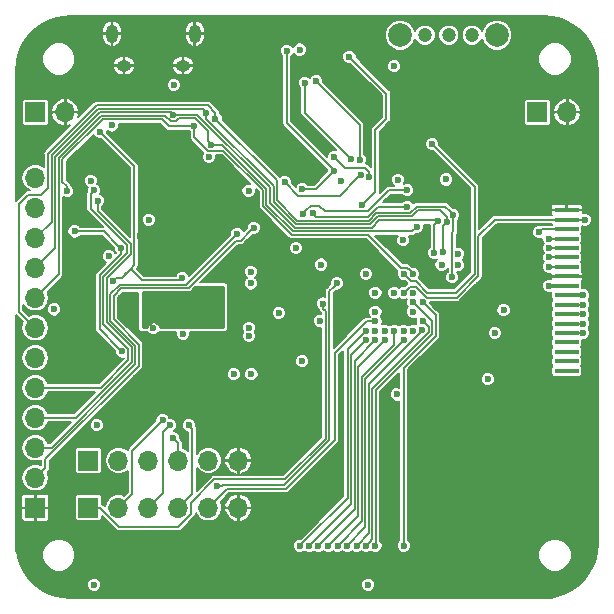
<source format=gbl>
G04 #@! TF.GenerationSoftware,KiCad,Pcbnew,5.0.2-bee76a0~70~ubuntu18.04.1*
G04 #@! TF.CreationDate,2018-11-30T19:37:06+00:00*
G04 #@! TF.ProjectId,fpgaboy,66706761-626f-4792-9e6b-696361645f70,rev?*
G04 #@! TF.SameCoordinates,Original*
G04 #@! TF.FileFunction,Copper,L4,Bot*
G04 #@! TF.FilePolarity,Positive*
%FSLAX46Y46*%
G04 Gerber Fmt 4.6, Leading zero omitted, Abs format (unit mm)*
G04 Created by KiCad (PCBNEW 5.0.2-bee76a0~70~ubuntu18.04.1) date Fri 30 Nov 2018 19:37:06 GMT*
%MOMM*%
%LPD*%
G01*
G04 APERTURE LIST*
G04 #@! TA.AperFunction,SMDPad,CuDef*
%ADD10R,2.000000X0.400000*%
G04 #@! TD*
G04 #@! TA.AperFunction,ComponentPad*
%ADD11R,1.700000X1.700000*%
G04 #@! TD*
G04 #@! TA.AperFunction,ComponentPad*
%ADD12O,1.700000X1.700000*%
G04 #@! TD*
G04 #@! TA.AperFunction,ComponentPad*
%ADD13O,1.250000X0.950000*%
G04 #@! TD*
G04 #@! TA.AperFunction,ComponentPad*
%ADD14O,1.000000X1.550000*%
G04 #@! TD*
G04 #@! TA.AperFunction,ComponentPad*
%ADD15C,1.200000*%
G04 #@! TD*
G04 #@! TA.AperFunction,ComponentPad*
%ADD16C,2.000000*%
G04 #@! TD*
G04 #@! TA.AperFunction,ViaPad*
%ADD17C,0.600000*%
G04 #@! TD*
G04 #@! TA.AperFunction,Conductor*
%ADD18C,0.300000*%
G04 #@! TD*
G04 #@! TA.AperFunction,Conductor*
%ADD19C,0.150000*%
G04 #@! TD*
G04 #@! TA.AperFunction,Conductor*
%ADD20C,0.200000*%
G04 #@! TD*
G04 #@! TA.AperFunction,Conductor*
%ADD21C,0.254000*%
G04 #@! TD*
G04 APERTURE END LIST*
D10*
G04 #@! TO.P,P1,1*
G04 #@! TO.N,GND*
X177000000Y-96800000D03*
G04 #@! TO.P,P1,2*
G04 #@! TO.N,/LCD_RESET*
X177000000Y-97600000D03*
G04 #@! TO.P,P1,3*
G04 #@! TO.N,/LCD_SDO*
X177000000Y-98400000D03*
G04 #@! TO.P,P1,4*
G04 #@! TO.N,/LCD_SDA*
X177000000Y-99200000D03*
G04 #@! TO.P,P1,5*
G04 #@! TO.N,/LCD_CS*
X177000000Y-100000000D03*
G04 #@! TO.P,P1,6*
G04 #@! TO.N,/LCD_D~C~*
X177000000Y-100800000D03*
G04 #@! TO.P,P1,7*
G04 #@! TO.N,/LCD_SCL*
X177000000Y-101600000D03*
G04 #@! TO.P,P1,8*
G04 #@! TO.N,GND*
X177000000Y-102400000D03*
G04 #@! TO.P,P1,9*
G04 #@! TO.N,+3V3*
X177000000Y-103200000D03*
G04 #@! TO.P,P1,10*
G04 #@! TO.N,+BATT*
X177000000Y-104000000D03*
G04 #@! TO.P,P1,11*
G04 #@! TO.N,Net-(P1-Pad11)*
X177000000Y-104800000D03*
G04 #@! TO.P,P1,12*
G04 #@! TO.N,Net-(P1-Pad12)*
X177000000Y-105600000D03*
G04 #@! TO.P,P1,13*
G04 #@! TO.N,Net-(P1-Pad13)*
X177000000Y-106400000D03*
G04 #@! TO.P,P1,14*
G04 #@! TO.N,Net-(P1-Pad14)*
X177000000Y-107200000D03*
G04 #@! TO.P,P1,15*
G04 #@! TO.N,Net-(P1-Pad15)*
X177000000Y-108000000D03*
G04 #@! TO.P,P1,16*
G04 #@! TO.N,Net-(P1-Pad16)*
X177000000Y-108800000D03*
G04 #@! TO.P,P1,17*
G04 #@! TO.N,Net-(P1-Pad17)*
X177000000Y-109600000D03*
G04 #@! TO.P,P1,18*
G04 #@! TO.N,Net-(P1-Pad18)*
X177000000Y-110400000D03*
G04 #@! TD*
D11*
G04 #@! TO.P,J1,1*
G04 #@! TO.N,GND*
X132000000Y-122000000D03*
D12*
G04 #@! TO.P,J1,2*
G04 #@! TO.N,/FPGA_UART_RX*
X132000000Y-119460000D03*
G04 #@! TO.P,J1,3*
G04 #@! TO.N,/FPGA_UART_TX*
X132000000Y-116920000D03*
G04 #@! TO.P,J1,4*
G04 #@! TO.N,/uC_SWD*
X132000000Y-114380000D03*
G04 #@! TO.P,J1,5*
G04 #@! TO.N,/uC_SWCLK*
X132000000Y-111840000D03*
G04 #@! TO.P,J1,6*
G04 #@! TO.N,/uC_~RST*
X132000000Y-109300000D03*
G04 #@! TO.P,J1,7*
G04 #@! TO.N,/FPGA_CFG_~RST*
X132000000Y-106760000D03*
G04 #@! TO.P,J1,8*
G04 #@! TO.N,/FPGA_CFG_DONE*
X132000000Y-104220000D03*
G04 #@! TO.P,J1,9*
G04 #@! TO.N,/FPGA_CFG_~SS*
X132000000Y-101680000D03*
G04 #@! TO.P,J1,10*
G04 #@! TO.N,/FPGA_CFG_SCK*
X132000000Y-99140000D03*
G04 #@! TO.P,J1,11*
G04 #@! TO.N,/FPGA_CFG_SI*
X132000000Y-96600000D03*
G04 #@! TO.P,J1,12*
G04 #@! TO.N,+BATT*
X132000000Y-94060000D03*
G04 #@! TD*
D13*
G04 #@! TO.P,P3,6*
G04 #@! TO.N,GND*
X144500900Y-84562540D03*
X139500900Y-84562540D03*
D14*
X145500900Y-81862540D03*
X138500900Y-81862540D03*
G04 #@! TD*
D15*
G04 #@! TO.P,SW1,1*
G04 #@! TO.N,+BATT*
X165000000Y-82000000D03*
G04 #@! TO.P,SW1,2*
G04 #@! TO.N,Net-(R12-Pad1)*
X167000000Y-82000000D03*
G04 #@! TO.P,SW1,3*
G04 #@! TO.N,N/C*
X169000000Y-82000000D03*
D16*
G04 #@! TO.P,SW1,*
G04 #@! TO.N,*
X162900000Y-82000000D03*
X171100000Y-82000000D03*
G04 #@! TD*
D11*
G04 #@! TO.P,P2,1*
G04 #@! TO.N,+BATT*
X132000000Y-88500000D03*
D12*
G04 #@! TO.P,P2,2*
G04 #@! TO.N,GND*
X134540000Y-88500000D03*
G04 #@! TD*
G04 #@! TO.P,J2,6*
G04 #@! TO.N,GND*
X149200000Y-122000000D03*
G04 #@! TO.P,J2,5*
G04 #@! TO.N,/GPIO_SW4*
X146660000Y-122000000D03*
G04 #@! TO.P,J2,4*
G04 #@! TO.N,/GPIO_SW3*
X144120000Y-122000000D03*
G04 #@! TO.P,J2,3*
G04 #@! TO.N,/GPIO_SW2*
X141580000Y-122000000D03*
G04 #@! TO.P,J2,2*
G04 #@! TO.N,/GPIO_SW1*
X139040000Y-122000000D03*
D11*
G04 #@! TO.P,J2,1*
G04 #@! TO.N,/GPIO_SW0*
X136500000Y-122000000D03*
G04 #@! TD*
G04 #@! TO.P,J4,1*
G04 #@! TO.N,/GPIO_SW5*
X136500000Y-118000000D03*
D12*
G04 #@! TO.P,J4,2*
G04 #@! TO.N,/GPIO_SW6*
X139040000Y-118000000D03*
G04 #@! TO.P,J4,3*
G04 #@! TO.N,/GPIO_SW7*
X141580000Y-118000000D03*
G04 #@! TO.P,J4,4*
G04 #@! TO.N,/GPIO_SW8*
X144120000Y-118000000D03*
G04 #@! TO.P,J4,5*
G04 #@! TO.N,/GPIO_SW9*
X146660000Y-118000000D03*
G04 #@! TO.P,J4,6*
G04 #@! TO.N,GND*
X149200000Y-118000000D03*
G04 #@! TD*
D11*
G04 #@! TO.P,P4,1*
G04 #@! TO.N,Net-(C30-Pad1)*
X174500000Y-88500000D03*
D12*
G04 #@! TO.P,P4,2*
G04 #@! TO.N,GND*
X177040000Y-88500000D03*
G04 #@! TD*
D17*
G04 #@! TO.N,GND*
X163199999Y-106200967D03*
X162400000Y-106200968D03*
X161600000Y-105400000D03*
X162400000Y-105400000D03*
X163200000Y-105400000D03*
X161600000Y-104600000D03*
X162400000Y-104600000D03*
X154200000Y-124000000D03*
X170400000Y-116400000D03*
X164000000Y-124400000D03*
X172000000Y-128000000D03*
X178000000Y-122000000D03*
X136000000Y-128000000D03*
X169400000Y-93600000D03*
X178800000Y-110400000D03*
X171400000Y-100600000D03*
X174400000Y-110400000D03*
X177000000Y-93800000D03*
X140500000Y-111000000D03*
X150500000Y-105500002D03*
X150500000Y-104500000D03*
X143500000Y-111000000D03*
X146500000Y-111000000D03*
X143500000Y-99000000D03*
X139500000Y-106000000D03*
X161700000Y-99500000D03*
X161124990Y-88877656D03*
X147100000Y-99325054D03*
X146300000Y-96800000D03*
X162500000Y-88500000D03*
X171000000Y-108900000D03*
X134200000Y-108600000D03*
X154283378Y-116683378D03*
X153225021Y-110406863D03*
X156800000Y-83200000D03*
X149000000Y-108800000D03*
X149000000Y-101000000D03*
X171900000Y-112500000D03*
X171600000Y-123075000D03*
X174250010Y-106598783D03*
X171400000Y-101550000D03*
X131225000Y-124475000D03*
X135525000Y-94375000D03*
X133625000Y-104000000D03*
X135650000Y-110550000D03*
X141750000Y-114700000D03*
X149125000Y-128650000D03*
X163975000Y-128500000D03*
X162425000Y-116800000D03*
X161200000Y-81825000D03*
X148575000Y-83175000D03*
X140900010Y-98971629D03*
X131275000Y-84725000D03*
X134975000Y-81075000D03*
X137033977Y-87401931D03*
X139725000Y-98300000D03*
X167616261Y-106858739D03*
X136500000Y-103250000D03*
X139533739Y-104050021D03*
X172750000Y-87000000D03*
X167500000Y-85500000D03*
X161450000Y-112400000D03*
X157900000Y-113800000D03*
X167600000Y-94600000D03*
X168000000Y-81200010D03*
X178500000Y-99300000D03*
X165400000Y-87000000D03*
X154675000Y-92975000D03*
G04 #@! TO.N,+3V3*
X163999997Y-105400956D03*
X163200968Y-106999999D03*
X161600000Y-107000967D03*
X162399999Y-103800967D03*
X159999999Y-102200967D03*
X160800000Y-105400967D03*
X166399517Y-101400483D03*
X170900000Y-107200000D03*
X160200000Y-128500000D03*
X166800000Y-94200000D03*
X156200000Y-101400000D03*
X162400000Y-84600000D03*
X154400000Y-83200000D03*
X137200000Y-115000000D03*
X141600000Y-97600000D03*
X150100002Y-106750000D03*
X150100010Y-107450000D03*
X162711715Y-94225772D03*
X163150000Y-99349992D03*
X157900000Y-94325010D03*
X136700000Y-94300000D03*
X138500000Y-89625032D03*
X146700000Y-92300008D03*
X148800008Y-110700000D03*
X150054483Y-95145517D03*
X156074968Y-106156318D03*
X162600001Y-112400000D03*
X175500000Y-103200000D03*
X167816276Y-100500000D03*
G04 #@! TO.N,+BATT*
X133600000Y-105200000D03*
X137000000Y-128500004D03*
X144525000Y-107250000D03*
X141999988Y-106799988D03*
X178400000Y-104000000D03*
G04 #@! TO.N,+1V2*
X164000000Y-107000968D03*
X160799999Y-107000968D03*
X160800000Y-103800968D03*
X164000000Y-103800968D03*
X150250000Y-103000000D03*
X170300000Y-111100000D03*
X152600000Y-105500000D03*
X154074990Y-100002943D03*
X150250023Y-101999977D03*
X150300000Y-110700000D03*
X171642270Y-105258654D03*
X154595229Y-109595229D03*
X167816276Y-101452023D03*
G04 #@! TO.N,+5V*
X143712500Y-86200000D03*
X138209495Y-100699470D03*
G04 #@! TO.N,GNDPWR*
X144481942Y-104864309D03*
X143800000Y-104864309D03*
X145200000Y-104864309D03*
G04 #@! TO.N,/FPGA_UART_RX*
X163500000Y-96499944D03*
X150492995Y-98275043D03*
X155478015Y-97045493D03*
G04 #@! TO.N,/FPGA_UART_TX*
X163500000Y-95100000D03*
X149100000Y-98800044D03*
X154650000Y-97125010D03*
G04 #@! TO.N,/uC_SWD*
X137300000Y-96000000D03*
G04 #@! TO.N,/uC_SWCLK*
X137000000Y-95100000D03*
G04 #@! TO.N,/uC_~RST*
X137500000Y-90200000D03*
X138575000Y-102800000D03*
X144438377Y-102574979D03*
G04 #@! TO.N,/FPGA_CFG_~RST*
X167291266Y-102466256D03*
X147257005Y-89065981D03*
X167400000Y-97200000D03*
G04 #@! TO.N,/FPGA_CFG_DONE*
X164300000Y-98200000D03*
X146891990Y-91249989D03*
G04 #@! TO.N,/FPGA_CFG_~SS*
X165798963Y-100391912D03*
X143700000Y-88725010D03*
X166085834Y-97725931D03*
G04 #@! TO.N,/FPGA_CFG_SCK*
X166545835Y-100323358D03*
X146491313Y-88533791D03*
X166828764Y-97828758D03*
G04 #@! TO.N,/FPGA_CFG_SI*
X145459946Y-89699999D03*
X134700000Y-95200000D03*
X164000015Y-102199997D03*
G04 #@! TO.N,/GPIO_SW4*
X160800000Y-106200000D03*
G04 #@! TO.N,/GPIO_SW3*
X145000000Y-115000000D03*
G04 #@! TO.N,/GPIO_SW2*
X143400000Y-115000000D03*
G04 #@! TO.N,/GPIO_SW1*
X142775953Y-114583968D03*
G04 #@! TO.N,/GPIO_SW0*
X156374979Y-104700000D03*
G04 #@! TO.N,/uSD_DAT1*
X158600000Y-83800000D03*
X159676274Y-96374924D03*
G04 #@! TO.N,/uSD_DAT0*
X157299998Y-92300000D03*
X160274990Y-93948193D03*
G04 #@! TO.N,/uSD_CMD*
X153296239Y-83303761D03*
X154600000Y-95042477D03*
X157321786Y-93450012D03*
G04 #@! TO.N,/uSD_DAT3*
X155800000Y-85899964D03*
X153102895Y-94425010D03*
X159493485Y-92519310D03*
X159540171Y-93797995D03*
G04 #@! TO.N,/uSD_DAT2*
X154825010Y-85999996D03*
X158744801Y-92474700D03*
G04 #@! TO.N,/GPIO_SW8*
X143623885Y-116050012D03*
G04 #@! TO.N,/LCD_RESET*
X163200457Y-103800457D03*
X178500000Y-97600000D03*
G04 #@! TO.N,/LCD_SCL*
X175500000Y-101600000D03*
G04 #@! TO.N,/LCD_CS*
X175500000Y-100000000D03*
G04 #@! TO.N,/LCD_SDA*
X175500000Y-99200000D03*
G04 #@! TO.N,/LCD_SDO*
X174669661Y-98669661D03*
G04 #@! TO.N,Net-(P1-Pad11)*
X178400000Y-104800000D03*
G04 #@! TO.N,Net-(P1-Pad12)*
X178400000Y-105600000D03*
G04 #@! TO.N,Net-(P1-Pad13)*
X178400000Y-106400000D03*
G04 #@! TO.N,Net-(P1-Pad14)*
X178400000Y-107200000D03*
G04 #@! TO.N,Net-(R12-Pad1)*
X135325010Y-98599998D03*
X139249968Y-100034404D03*
X139342344Y-108757656D03*
G04 #@! TO.N,/SRAM_A1*
X160800000Y-107800000D03*
X155950013Y-125200000D03*
G04 #@! TO.N,/SRAM_A0*
X161600000Y-107800000D03*
X156800006Y-125200000D03*
G04 #@! TO.N,/SRAM_A2*
X160000000Y-107800000D03*
X155200000Y-125200000D03*
G04 #@! TO.N,/SRAM_~CE*
X162400000Y-107000000D03*
X157600000Y-125200000D03*
G04 #@! TO.N,/SRAM_A3*
X160000000Y-107000000D03*
X154400000Y-125200000D03*
G04 #@! TO.N,/SRAM_DQ1*
X163200000Y-107800000D03*
X158400000Y-125200000D03*
G04 #@! TO.N,/SRAM_DQ2*
X159200000Y-125200000D03*
X164754483Y-106954483D03*
G04 #@! TO.N,/SRAM_DQ3*
X164800000Y-106200000D03*
X160000000Y-125199982D03*
G04 #@! TO.N,/SRAM_DQ5*
X164800000Y-104600000D03*
X163200000Y-125200000D03*
G04 #@! TO.N,/SRAM_DQ4*
X164000001Y-104600968D03*
X160800000Y-125200000D03*
G04 #@! TO.N,/FPGA_HEARTBEAT*
X147400000Y-120125010D03*
X157550022Y-103000000D03*
G04 #@! TO.N,/LCD_D~C~*
X175500000Y-100800000D03*
G04 #@! TO.N,/AUDIO_PWM*
X163200483Y-102199517D03*
X165599994Y-91199994D03*
G04 #@! TD*
D18*
G04 #@! TO.N,+3V3*
X175500000Y-103200000D02*
X177000000Y-103200000D01*
G04 #@! TO.N,+BATT*
X177000000Y-104000000D02*
X178400000Y-104000000D01*
D19*
G04 #@! TO.N,/FPGA_UART_RX*
X155778014Y-97345492D02*
X155478015Y-97045493D01*
X160128786Y-97345492D02*
X155778014Y-97345492D01*
X163500000Y-96499944D02*
X160974334Y-96499944D01*
X160974334Y-96499944D02*
X160128786Y-97345492D01*
X149393038Y-99375000D02*
X150192996Y-98575042D01*
X148975000Y-99375000D02*
X149393038Y-99375000D01*
X144975000Y-103375000D02*
X148975000Y-99375000D01*
X139274999Y-103400000D02*
X144975000Y-103400000D01*
X138650000Y-104024999D02*
X139274999Y-103400000D01*
X138650000Y-106050000D02*
X138650000Y-104024999D01*
X140775000Y-108175000D02*
X138650000Y-106050000D01*
X132849999Y-117899280D02*
X140775000Y-109974279D01*
X140775000Y-109974279D02*
X140775000Y-108175000D01*
X132849999Y-118610001D02*
X132849999Y-117899280D01*
X150192996Y-98575042D02*
X150492995Y-98275043D01*
X144975000Y-103400000D02*
X144975000Y-103375000D01*
X132000000Y-119460000D02*
X132849999Y-118610001D01*
G04 #@! TO.N,/FPGA_UART_TX*
X160150063Y-96899934D02*
X156499934Y-96899934D01*
X156050003Y-96450003D02*
X155325007Y-96450003D01*
X155325007Y-96450003D02*
X154949999Y-96825011D01*
X156499934Y-96899934D02*
X156050003Y-96450003D01*
X163500000Y-95100000D02*
X161950000Y-95100000D01*
X154949999Y-96825011D02*
X154650000Y-97125010D01*
X161950000Y-95100000D02*
X160150063Y-96899934D01*
X138349989Y-103900731D02*
X139150731Y-103099989D01*
X133404279Y-116920000D02*
X140474989Y-109849290D01*
X139150731Y-103099989D02*
X144800055Y-103099989D01*
X148800001Y-99100043D02*
X149100000Y-98800044D01*
X138349989Y-106174268D02*
X138349989Y-103900731D01*
X140474989Y-108299268D02*
X138349989Y-106174268D01*
X144800055Y-103099989D02*
X148800001Y-99100043D01*
X132000000Y-116920000D02*
X133404279Y-116920000D01*
X140474989Y-109849290D02*
X140474989Y-108299268D01*
G04 #@! TO.N,/uC_SWD*
X132000000Y-114380000D02*
X135420001Y-114380000D01*
X138049978Y-102573020D02*
X140074989Y-100548009D01*
X140074989Y-100548009D02*
X140074989Y-99633140D01*
X135420001Y-114380000D02*
X140174978Y-109625023D01*
X137300000Y-96858151D02*
X137300000Y-96424264D01*
X137300000Y-96424264D02*
X137300000Y-96000000D01*
X138049978Y-106298536D02*
X138049978Y-102573020D01*
X140174978Y-108423535D02*
X138049978Y-106298536D01*
X140174978Y-109625023D02*
X140174978Y-108423535D01*
X140074989Y-99633140D02*
X137300000Y-96858151D01*
G04 #@! TO.N,/uC_SWCLK*
X132000000Y-111840000D02*
X137535722Y-111840000D01*
X139874967Y-109500755D02*
X139874967Y-108547803D01*
X139774978Y-100398741D02*
X139774978Y-99757408D01*
X136700001Y-96682431D02*
X136700001Y-95399999D01*
X139774978Y-99757408D02*
X136700001Y-96682431D01*
X137749967Y-102423752D02*
X139774978Y-100398741D01*
X137749967Y-106422804D02*
X137749967Y-102423752D01*
X136700001Y-95399999D02*
X137000000Y-95100000D01*
X139874967Y-108547803D02*
X137749967Y-106422804D01*
X137535722Y-111840000D02*
X139874967Y-109500755D01*
G04 #@! TO.N,/uC_~RST*
X140375000Y-93075000D02*
X140375000Y-101450010D01*
X137500000Y-90200000D02*
X140375000Y-93075000D01*
X139325009Y-102500001D02*
X138874999Y-102500001D01*
X138874999Y-102500001D02*
X138575000Y-102800000D01*
X139700010Y-102125000D02*
X139325009Y-102500001D01*
X140075000Y-101750010D02*
X139325009Y-102500001D01*
X140375000Y-101450010D02*
X140075000Y-101750010D01*
X144288356Y-102725000D02*
X144438377Y-102574979D01*
X140075000Y-101750010D02*
X141049990Y-102725000D01*
X141049990Y-102725000D02*
X144288356Y-102725000D01*
G04 #@! TO.N,/FPGA_CFG_~RST*
X147257005Y-88557005D02*
X147257005Y-89065981D01*
X137200000Y-87900000D02*
X146600000Y-87900000D01*
X133075005Y-92024995D02*
X137200000Y-87900000D01*
X133075005Y-94924995D02*
X133075005Y-92024995D01*
X132000000Y-106760000D02*
X130624988Y-105384988D01*
X130624988Y-105384988D02*
X130624988Y-96275012D01*
X146600000Y-87900000D02*
X147257005Y-88557005D01*
X130624988Y-96275012D02*
X131400000Y-95500000D01*
X131400000Y-95500000D02*
X132500000Y-95500000D01*
X132500000Y-95500000D02*
X133075005Y-94924995D01*
X147257005Y-89065981D02*
X152474999Y-94283975D01*
X152474999Y-94283975D02*
X152474999Y-95952001D01*
X152474999Y-95952001D02*
X154197999Y-97675001D01*
X154197999Y-97675001D02*
X160223556Y-97675001D01*
X160873504Y-97025053D02*
X163752000Y-97025053D01*
X166700001Y-96500001D02*
X167100001Y-96900001D01*
X164277052Y-96500001D02*
X166700001Y-96500001D01*
X160223556Y-97675001D02*
X160873504Y-97025053D01*
X163752000Y-97025053D02*
X164277052Y-96500001D01*
X167100001Y-96900001D02*
X167400000Y-97200000D01*
X167400000Y-97624264D02*
X167400000Y-97200000D01*
X167400000Y-98600000D02*
X167400000Y-97624264D01*
X167291266Y-102466256D02*
X167291266Y-98708734D01*
X167291266Y-98708734D02*
X167400000Y-98600000D01*
G04 #@! TO.N,/FPGA_CFG_DONE*
X146591991Y-90949990D02*
X146891990Y-91249989D01*
X145527164Y-89000000D02*
X146591991Y-90064827D01*
X144202012Y-89000000D02*
X145527164Y-89000000D01*
X143952001Y-89250011D02*
X144202012Y-89000000D01*
X133999989Y-102220011D02*
X133999989Y-92372845D01*
X146591991Y-90064827D02*
X146591991Y-90949990D01*
X142997999Y-88800011D02*
X143447999Y-89250011D01*
X133999989Y-92372845D02*
X137572823Y-88800011D01*
X132000000Y-104220000D02*
X133999989Y-102220011D01*
X137572823Y-88800011D02*
X142997999Y-88800011D01*
X143447999Y-89250011D02*
X143952001Y-89250011D01*
X163924966Y-98575034D02*
X153825195Y-98575034D01*
X153825195Y-98575034D02*
X151574966Y-96324805D01*
X151574966Y-94997800D02*
X147827155Y-91249989D01*
X151574966Y-96324805D02*
X151574966Y-94997800D01*
X164300000Y-98200000D02*
X163924966Y-98575034D01*
X147316254Y-91249989D02*
X146891990Y-91249989D01*
X147827155Y-91249989D02*
X147316254Y-91249989D01*
G04 #@! TO.N,/FPGA_CFG_~SS*
X166244864Y-97644864D02*
X166250000Y-97650000D01*
X133675023Y-92273533D02*
X137448545Y-88500011D01*
X137448545Y-88500011D02*
X143475001Y-88500011D01*
X143475001Y-88500011D02*
X143700000Y-88725010D01*
X133675023Y-100004977D02*
X133675023Y-92273533D01*
X132000000Y-101680000D02*
X133675023Y-100004977D01*
X151874977Y-94873533D02*
X145701433Y-88699989D01*
X145701433Y-88699989D02*
X143725021Y-88699989D01*
X153949463Y-98275023D02*
X151874977Y-96200537D01*
X160472092Y-98275023D02*
X153949463Y-98275023D01*
X143725021Y-88699989D02*
X143700000Y-88725010D01*
X161102251Y-97644864D02*
X160472092Y-98275023D01*
X151874977Y-96200537D02*
X151874977Y-94873533D01*
X166244864Y-97644864D02*
X161102251Y-97644864D01*
X165798963Y-100391912D02*
X165798963Y-98012802D01*
X166244864Y-97644864D02*
X166163797Y-97725931D01*
X165798963Y-98012802D02*
X166085834Y-97725931D01*
X166163797Y-97725931D02*
X166085834Y-97725931D01*
G04 #@! TO.N,/FPGA_CFG_SCK*
X146191314Y-88233792D02*
X146491313Y-88533791D01*
X137324278Y-88200000D02*
X146157522Y-88200000D01*
X146157522Y-88200000D02*
X146191314Y-88233792D01*
X132000000Y-99140000D02*
X133375012Y-97764988D01*
X133375012Y-92149266D02*
X137324278Y-88200000D01*
X133375012Y-97764988D02*
X133375012Y-92149266D01*
X146491313Y-88533791D02*
X146491313Y-89065591D01*
X154073731Y-97975012D02*
X160347824Y-97975012D01*
X166545835Y-100323358D02*
X166545835Y-98111687D01*
X166545835Y-98111687D02*
X166828764Y-97828758D01*
X146491313Y-89065591D02*
X152174988Y-94749266D01*
X152174988Y-96076269D02*
X154073731Y-97975012D01*
X166828764Y-97404494D02*
X166828764Y-97828758D01*
X163876268Y-97325064D02*
X164382259Y-96819073D01*
X160347824Y-97975012D02*
X160997772Y-97325064D01*
X152174988Y-94749266D02*
X152174988Y-96076269D01*
X166243343Y-96819073D02*
X166828764Y-97404494D01*
X164382259Y-96819073D02*
X166243343Y-96819073D01*
X160997772Y-97325064D02*
X163876268Y-97325064D01*
G04 #@! TO.N,/FPGA_CFG_SI*
X134700000Y-94775736D02*
X134700000Y-95200000D01*
X142698741Y-89100022D02*
X137697091Y-89100022D01*
X134300000Y-92497113D02*
X134300000Y-94375736D01*
X137697091Y-89100022D02*
X134300000Y-92497113D01*
X143298718Y-89699999D02*
X142698741Y-89100022D01*
X145459946Y-89699999D02*
X143298718Y-89699999D01*
X134300000Y-94375736D02*
X134700000Y-94775736D01*
X151274955Y-95122067D02*
X151274955Y-96449073D01*
X145459946Y-89699999D02*
X145459946Y-90636950D01*
X145459946Y-90636950D02*
X146597987Y-91774991D01*
X146597987Y-91774991D02*
X147927879Y-91774991D01*
X147927879Y-91774991D02*
X151274955Y-95122067D01*
X163474534Y-101674516D02*
X163700016Y-101899998D01*
X163700016Y-101899998D02*
X164000015Y-102199997D01*
X162948482Y-101674516D02*
X163474534Y-101674516D01*
X160149011Y-98875045D02*
X162948482Y-101674516D01*
X151274955Y-96449073D02*
X153700927Y-98875045D01*
X153700927Y-98875045D02*
X160149011Y-98875045D01*
G04 #@! TO.N,/GPIO_SW4*
X146660000Y-122000000D02*
X148260000Y-120400000D01*
X157349989Y-108900011D02*
X160050000Y-106200000D01*
X148260000Y-120400000D02*
X153200000Y-120400000D01*
X160050000Y-106200000D02*
X160375736Y-106200000D01*
X160375736Y-106200000D02*
X160800000Y-106200000D01*
X153200000Y-120400000D02*
X157349989Y-116250011D01*
X157349989Y-116250011D02*
X157349989Y-108900011D01*
G04 #@! TO.N,/GPIO_SW3*
X145299999Y-115299999D02*
X145000000Y-115000000D01*
X145299999Y-120820001D02*
X145299999Y-115299999D01*
X144120000Y-122000000D02*
X145299999Y-120820001D01*
G04 #@! TO.N,/GPIO_SW2*
X142800000Y-120780000D02*
X142429999Y-121150001D01*
X143400000Y-115000000D02*
X142800000Y-115600000D01*
X142429999Y-121150001D02*
X141580000Y-122000000D01*
X142800000Y-115600000D02*
X142800000Y-120780000D01*
G04 #@! TO.N,/GPIO_SW1*
X140200000Y-117159921D02*
X142475954Y-114883967D01*
X140200000Y-120840000D02*
X140200000Y-117159921D01*
X142475954Y-114883967D02*
X142775953Y-114583968D01*
X139040000Y-122000000D02*
X140200000Y-120840000D01*
G04 #@! TO.N,/GPIO_SW0*
X139100000Y-123600000D02*
X144111002Y-123600000D01*
X144111002Y-123600000D02*
X145195001Y-122516001D01*
X145195001Y-121553007D02*
X147147999Y-119600009D01*
X156374979Y-105124264D02*
X156374979Y-104700000D01*
X145195001Y-122516001D02*
X145195001Y-121553007D01*
X153151435Y-119600009D02*
X156599978Y-116151466D01*
X156599978Y-105349263D02*
X156374979Y-105124264D01*
X136500000Y-122000000D02*
X137500000Y-122000000D01*
X137500000Y-122000000D02*
X139100000Y-123600000D01*
X147147999Y-119600009D02*
X153151435Y-119600009D01*
X156599978Y-116151466D02*
X156599978Y-105349263D01*
G04 #@! TO.N,/uSD_DAT1*
X160800000Y-90000000D02*
X160800000Y-95251198D01*
X158600000Y-83800000D02*
X161725008Y-86925008D01*
X161725008Y-86925008D02*
X161725008Y-89074992D01*
X160800000Y-95251198D02*
X159676274Y-96374924D01*
X161725008Y-89074992D02*
X160800000Y-90000000D01*
G04 #@! TO.N,/uSD_DAT0*
X158199999Y-93200001D02*
X159951062Y-93200001D01*
X160274990Y-93523929D02*
X160274990Y-93948193D01*
X157299998Y-92300000D02*
X158199999Y-93200001D01*
X159951062Y-93200001D02*
X160274990Y-93523929D01*
G04 #@! TO.N,/uSD_CMD*
X155729321Y-95042477D02*
X157021787Y-93750011D01*
X154600000Y-95042477D02*
X155729321Y-95042477D01*
X157021787Y-93750011D02*
X157321786Y-93450012D01*
X153296239Y-83303761D02*
X153296239Y-89424465D01*
X157021787Y-93150013D02*
X157321786Y-93450012D01*
X153296239Y-89424465D02*
X157021787Y-93150013D01*
G04 #@! TO.N,/uSD_DAT3*
X159493485Y-89593449D02*
X159493485Y-92095046D01*
X159493485Y-92095046D02*
X159493485Y-92519310D01*
X155800000Y-85899964D02*
X159493485Y-89593449D01*
X154245363Y-95567478D02*
X157770688Y-95567478D01*
X153102895Y-94425010D02*
X154245363Y-95567478D01*
X159240172Y-94097994D02*
X159540171Y-93797995D01*
X157770688Y-95567478D02*
X159240172Y-94097994D01*
G04 #@! TO.N,/uSD_DAT2*
X154825010Y-85999996D02*
X154825010Y-88554909D01*
X158444802Y-92174701D02*
X158744801Y-92474700D01*
X154825010Y-88554909D02*
X158444802Y-92174701D01*
G04 #@! TO.N,/GPIO_SW8*
X144120000Y-116546127D02*
X143923884Y-116350011D01*
X144120000Y-118000000D02*
X144120000Y-116546127D01*
X143923884Y-116350011D02*
X143623885Y-116050012D01*
G04 #@! TO.N,/LCD_RESET*
X170900000Y-97600000D02*
X177000000Y-97600000D01*
X169500000Y-99000000D02*
X170900000Y-97600000D01*
X163200457Y-103800457D02*
X163724947Y-103275967D01*
X164225967Y-103275967D02*
X165150000Y-104200000D01*
X163724947Y-103275967D02*
X164225967Y-103275967D01*
X165150000Y-104200000D02*
X167700000Y-104200000D01*
X167700000Y-104200000D02*
X169500000Y-102400000D01*
X169500000Y-102400000D02*
X169500000Y-99000000D01*
X178500000Y-97600000D02*
X177000000Y-97600000D01*
G04 #@! TO.N,/LCD_SCL*
X177000000Y-101600000D02*
X175500000Y-101600000D01*
G04 #@! TO.N,/LCD_CS*
X177000000Y-100000000D02*
X175500000Y-100000000D01*
G04 #@! TO.N,/LCD_SDA*
X177000000Y-99200000D02*
X175500000Y-99200000D01*
G04 #@! TO.N,/LCD_SDO*
X177000000Y-98400000D02*
X174939322Y-98400000D01*
X174939322Y-98400000D02*
X174669661Y-98669661D01*
G04 #@! TO.N,Net-(P1-Pad11)*
X178400000Y-104800000D02*
X177000000Y-104800000D01*
G04 #@! TO.N,Net-(P1-Pad12)*
X177800000Y-105600000D02*
X177850000Y-105550000D01*
X177000000Y-105600000D02*
X177800000Y-105600000D01*
X177000000Y-105600000D02*
X178400000Y-105600000D01*
G04 #@! TO.N,Net-(P1-Pad13)*
X178400000Y-106400000D02*
X177000000Y-106400000D01*
G04 #@! TO.N,Net-(P1-Pad14)*
X177000000Y-107200000D02*
X178400000Y-107200000D01*
G04 #@! TO.N,Net-(R12-Pad1)*
X137815562Y-98599998D02*
X138949969Y-99734405D01*
X138949969Y-99734405D02*
X139249968Y-100034404D01*
X135325010Y-98599998D02*
X137815562Y-98599998D01*
X139042345Y-108457657D02*
X139342344Y-108757656D01*
X139249968Y-100034404D02*
X139249968Y-100499472D01*
X139249968Y-100499472D02*
X137449956Y-102299484D01*
X137449956Y-106865268D02*
X139042345Y-108457657D01*
X137449956Y-102299484D02*
X137449956Y-106865268D01*
G04 #@! TO.N,/SRAM_A1*
X159049934Y-122100079D02*
X156250012Y-124900001D01*
X160800000Y-107800000D02*
X159049934Y-109550066D01*
X159049934Y-109550066D02*
X159049934Y-122100079D01*
X156250012Y-124900001D02*
X155950013Y-125200000D01*
G04 #@! TO.N,/SRAM_A0*
X159349945Y-122650061D02*
X157100005Y-124900001D01*
X161600000Y-107800000D02*
X159349945Y-110050055D01*
X157100005Y-124900001D02*
X156800006Y-125200000D01*
X159349945Y-110050055D02*
X159349945Y-122650061D01*
G04 #@! TO.N,/SRAM_A2*
X158749923Y-121650077D02*
X155499999Y-124900001D01*
X158749923Y-109050077D02*
X158749923Y-121650077D01*
X160000000Y-107800000D02*
X158749923Y-109050077D01*
X155499999Y-124900001D02*
X155200000Y-125200000D01*
G04 #@! TO.N,/SRAM_~CE*
X159649956Y-110925765D02*
X162400000Y-108175721D01*
X162400000Y-107424264D02*
X162400000Y-107000000D01*
X157600000Y-125200000D02*
X159649956Y-123150044D01*
X159649956Y-123150044D02*
X159649956Y-110925765D01*
X162400000Y-108175721D02*
X162400000Y-107424264D01*
G04 #@! TO.N,/SRAM_A3*
X158449912Y-121150088D02*
X154699999Y-124900001D01*
X154699999Y-124900001D02*
X154400000Y-125200000D01*
X160000000Y-107000000D02*
X158449912Y-108550088D01*
X158449912Y-108550088D02*
X158449912Y-121150088D01*
G04 #@! TO.N,/SRAM_DQ1*
X159949967Y-123650033D02*
X159949967Y-111050033D01*
X162900001Y-108099999D02*
X163200000Y-107800000D01*
X159949967Y-111050033D02*
X162900001Y-108099999D01*
X158400000Y-125200000D02*
X159949967Y-123650033D01*
G04 #@! TO.N,/SRAM_DQ2*
X160249978Y-124150022D02*
X160249978Y-111508988D01*
X160249978Y-111508988D02*
X164754483Y-107004483D01*
X159200000Y-125200000D02*
X160249978Y-124150022D01*
X164754483Y-107004483D02*
X164754483Y-106954483D01*
G04 #@! TO.N,/SRAM_DQ3*
X160299999Y-124899983D02*
X160000000Y-125199982D01*
X160549989Y-124649993D02*
X160299999Y-124899983D01*
X160549989Y-111901454D02*
X160549989Y-124649993D01*
X165300000Y-107151443D02*
X160549989Y-111901454D01*
X164800000Y-106200000D02*
X165300000Y-106700000D01*
X165300000Y-106700000D02*
X165300000Y-107151443D01*
G04 #@! TO.N,/SRAM_DQ5*
X163200000Y-124775736D02*
X163200000Y-125200000D01*
X163200000Y-110125000D02*
X163200000Y-124775736D01*
X164800000Y-104600000D02*
X165900000Y-105700000D01*
X165900000Y-107425000D02*
X163200000Y-110125000D01*
X165900000Y-105700000D02*
X165900000Y-107425000D01*
G04 #@! TO.N,/SRAM_DQ4*
X165600000Y-106200967D02*
X164300000Y-104900967D01*
X164300000Y-104900967D02*
X164000001Y-104600968D01*
X165600000Y-107275722D02*
X165600000Y-106200967D01*
X160850000Y-112025722D02*
X165600000Y-107275722D01*
X160800000Y-125200000D02*
X160850000Y-125150000D01*
X160850000Y-125150000D02*
X160850000Y-112025722D01*
G04 #@! TO.N,/FPGA_HEARTBEAT*
X147400000Y-120125010D02*
X147824264Y-120125010D01*
X147824264Y-120125010D02*
X147849285Y-120099989D01*
X156899989Y-103650033D02*
X157250023Y-103299999D01*
X147849285Y-120099989D02*
X153075733Y-120099989D01*
X157250023Y-103299999D02*
X157550022Y-103000000D01*
X156899989Y-116275733D02*
X156899989Y-103650033D01*
X153075733Y-120099989D02*
X156899989Y-116275733D01*
G04 #@! TO.N,/LCD_D~C~*
X177000000Y-100800000D02*
X175500000Y-100800000D01*
G04 #@! TO.N,/AUDIO_PWM*
X165899993Y-91499993D02*
X165599994Y-91199994D01*
X169200000Y-94800000D02*
X165899993Y-91499993D01*
X163800966Y-102800000D02*
X164200000Y-102800000D01*
X163200483Y-102199517D02*
X163800966Y-102800000D01*
X164200000Y-102800000D02*
X165200000Y-103800000D01*
X165200000Y-103800000D02*
X167600000Y-103800000D01*
X167600000Y-103800000D02*
X169200000Y-102200000D01*
X169200000Y-102200000D02*
X169200000Y-94800000D01*
G04 #@! TD*
D20*
G04 #@! TO.N,GND*
G36*
X175823196Y-80424859D02*
X176620374Y-80642942D01*
X177366337Y-80998749D01*
X178037496Y-81481026D01*
X178612649Y-82074537D01*
X179073606Y-82760514D01*
X179405806Y-83517286D01*
X179599387Y-84323608D01*
X179650001Y-85012846D01*
X179650000Y-124984417D01*
X179575141Y-125823197D01*
X179357058Y-126620374D01*
X179001251Y-127366337D01*
X178518976Y-128037494D01*
X177925463Y-128612649D01*
X177239486Y-129073606D01*
X176482719Y-129405804D01*
X175676392Y-129599387D01*
X174987167Y-129650000D01*
X135015583Y-129650000D01*
X134176803Y-129575141D01*
X133379626Y-129357058D01*
X132633663Y-129001251D01*
X131962506Y-128518976D01*
X131828466Y-128380657D01*
X136400000Y-128380657D01*
X136400000Y-128619351D01*
X136491344Y-128839877D01*
X136660127Y-129008660D01*
X136880653Y-129100004D01*
X137119347Y-129100004D01*
X137339873Y-129008660D01*
X137508656Y-128839877D01*
X137600000Y-128619351D01*
X137600000Y-128380657D01*
X137599999Y-128380653D01*
X159600000Y-128380653D01*
X159600000Y-128619347D01*
X159691344Y-128839873D01*
X159860127Y-129008656D01*
X160080653Y-129100000D01*
X160319347Y-129100000D01*
X160539873Y-129008656D01*
X160708656Y-128839873D01*
X160800000Y-128619347D01*
X160800000Y-128380653D01*
X160708656Y-128160127D01*
X160539873Y-127991344D01*
X160319347Y-127900000D01*
X160080653Y-127900000D01*
X159860127Y-127991344D01*
X159691344Y-128160127D01*
X159600000Y-128380653D01*
X137599999Y-128380653D01*
X137508656Y-128160131D01*
X137339873Y-127991348D01*
X137119347Y-127900004D01*
X136880653Y-127900004D01*
X136660127Y-127991348D01*
X136491344Y-128160131D01*
X136400000Y-128380657D01*
X131828466Y-128380657D01*
X131387351Y-127925463D01*
X130926394Y-127239486D01*
X130594196Y-126482719D01*
X130411449Y-125721523D01*
X132600000Y-125721523D01*
X132600000Y-126278477D01*
X132813137Y-126793037D01*
X133206963Y-127186863D01*
X133721523Y-127400000D01*
X134278477Y-127400000D01*
X134793037Y-127186863D01*
X135186863Y-126793037D01*
X135400000Y-126278477D01*
X135400000Y-125721523D01*
X135186863Y-125206963D01*
X134793037Y-124813137D01*
X134278477Y-124600000D01*
X133721523Y-124600000D01*
X133206963Y-124813137D01*
X132813137Y-125206963D01*
X132600000Y-125721523D01*
X130411449Y-125721523D01*
X130400613Y-125676392D01*
X130350000Y-124987167D01*
X130350000Y-122112500D01*
X130800000Y-122112500D01*
X130800000Y-122919620D01*
X130853285Y-123048259D01*
X130951741Y-123146716D01*
X131080381Y-123200000D01*
X131887500Y-123200000D01*
X131975000Y-123112500D01*
X131975000Y-122025000D01*
X132025000Y-122025000D01*
X132025000Y-123112500D01*
X132112500Y-123200000D01*
X132919619Y-123200000D01*
X133048259Y-123146716D01*
X133146715Y-123048259D01*
X133200000Y-122919620D01*
X133200000Y-122112500D01*
X133112500Y-122025000D01*
X132025000Y-122025000D01*
X131975000Y-122025000D01*
X130887500Y-122025000D01*
X130800000Y-122112500D01*
X130350000Y-122112500D01*
X130350000Y-121080380D01*
X130800000Y-121080380D01*
X130800000Y-121887500D01*
X130887500Y-121975000D01*
X131975000Y-121975000D01*
X131975000Y-120887500D01*
X132025000Y-120887500D01*
X132025000Y-121975000D01*
X133112500Y-121975000D01*
X133200000Y-121887500D01*
X133200000Y-121080380D01*
X133146715Y-120951741D01*
X133048259Y-120853284D01*
X132919619Y-120800000D01*
X132112500Y-120800000D01*
X132025000Y-120887500D01*
X131975000Y-120887500D01*
X131887500Y-120800000D01*
X131080381Y-120800000D01*
X130951741Y-120853284D01*
X130853285Y-120951741D01*
X130800000Y-121080380D01*
X130350000Y-121080380D01*
X130350000Y-109300000D01*
X130827471Y-109300000D01*
X130916724Y-109748707D01*
X131170897Y-110129103D01*
X131551293Y-110383276D01*
X131886739Y-110450000D01*
X132113261Y-110450000D01*
X132448707Y-110383276D01*
X132829103Y-110129103D01*
X133083276Y-109748707D01*
X133172529Y-109300000D01*
X133083276Y-108851293D01*
X132829103Y-108470897D01*
X132448707Y-108216724D01*
X132113261Y-108150000D01*
X131886739Y-108150000D01*
X131551293Y-108216724D01*
X131170897Y-108470897D01*
X130916724Y-108851293D01*
X130827471Y-109300000D01*
X130350000Y-109300000D01*
X130350000Y-105648419D01*
X130354629Y-105655347D01*
X130385939Y-105676268D01*
X130958477Y-106248806D01*
X130916724Y-106311293D01*
X130827471Y-106760000D01*
X130916724Y-107208707D01*
X131170897Y-107589103D01*
X131551293Y-107843276D01*
X131886739Y-107910000D01*
X132113261Y-107910000D01*
X132448707Y-107843276D01*
X132829103Y-107589103D01*
X133083276Y-107208707D01*
X133172529Y-106760000D01*
X133083276Y-106311293D01*
X132829103Y-105930897D01*
X132448707Y-105676724D01*
X132113261Y-105610000D01*
X131886739Y-105610000D01*
X131551293Y-105676724D01*
X131488806Y-105718477D01*
X130999988Y-105229659D01*
X130999988Y-104793320D01*
X131170897Y-105049103D01*
X131551293Y-105303276D01*
X131886739Y-105370000D01*
X132113261Y-105370000D01*
X132448707Y-105303276D01*
X132781885Y-105080653D01*
X133000000Y-105080653D01*
X133000000Y-105319347D01*
X133091344Y-105539873D01*
X133260127Y-105708656D01*
X133480653Y-105800000D01*
X133719347Y-105800000D01*
X133939873Y-105708656D01*
X134108656Y-105539873D01*
X134200000Y-105319347D01*
X134200000Y-105080653D01*
X134108656Y-104860127D01*
X133939873Y-104691344D01*
X133719347Y-104600000D01*
X133480653Y-104600000D01*
X133260127Y-104691344D01*
X133091344Y-104860127D01*
X133000000Y-105080653D01*
X132781885Y-105080653D01*
X132829103Y-105049103D01*
X133083276Y-104668707D01*
X133172529Y-104220000D01*
X133083276Y-103771293D01*
X133041523Y-103708806D01*
X134239042Y-102511288D01*
X134270348Y-102490370D01*
X134293560Y-102455632D01*
X134347436Y-102375000D01*
X134353231Y-102366328D01*
X134374989Y-102256942D01*
X134374989Y-102256937D01*
X134382334Y-102220011D01*
X134374989Y-102183085D01*
X134374989Y-95714812D01*
X134580653Y-95800000D01*
X134819347Y-95800000D01*
X135039873Y-95708656D01*
X135208656Y-95539873D01*
X135300000Y-95319347D01*
X135300000Y-95080653D01*
X135208656Y-94860127D01*
X135071937Y-94723408D01*
X135053242Y-94629419D01*
X135043465Y-94614786D01*
X134991278Y-94536684D01*
X134970359Y-94505377D01*
X134939053Y-94484459D01*
X134675000Y-94220407D01*
X134675000Y-92652442D01*
X136931660Y-90395782D01*
X136991344Y-90539873D01*
X137160127Y-90708656D01*
X137380653Y-90800000D01*
X137569671Y-90800000D01*
X140000000Y-93230330D01*
X140000001Y-99027822D01*
X137675000Y-96702822D01*
X137675000Y-96473529D01*
X137808656Y-96339873D01*
X137900000Y-96119347D01*
X137900000Y-95880653D01*
X137808656Y-95660127D01*
X137639873Y-95491344D01*
X137509674Y-95437414D01*
X137600000Y-95219347D01*
X137600000Y-94980653D01*
X137508656Y-94760127D01*
X137339873Y-94591344D01*
X137245029Y-94552059D01*
X137300000Y-94419347D01*
X137300000Y-94180653D01*
X137208656Y-93960127D01*
X137039873Y-93791344D01*
X136819347Y-93700000D01*
X136580653Y-93700000D01*
X136360127Y-93791344D01*
X136191344Y-93960127D01*
X136100000Y-94180653D01*
X136100000Y-94419347D01*
X136191344Y-94639873D01*
X136360127Y-94808656D01*
X136454971Y-94847941D01*
X136400000Y-94980653D01*
X136400000Y-95174002D01*
X136346760Y-95253681D01*
X136317656Y-95399999D01*
X136325002Y-95436930D01*
X136325001Y-96645504D01*
X136317656Y-96682431D01*
X136325001Y-96719357D01*
X136325001Y-96719361D01*
X136346759Y-96828747D01*
X136346760Y-96828748D01*
X136346760Y-96828749D01*
X136394325Y-96899934D01*
X136429642Y-96952790D01*
X136460952Y-96973711D01*
X137712238Y-98224998D01*
X135798539Y-98224998D01*
X135664883Y-98091342D01*
X135444357Y-97999998D01*
X135205663Y-97999998D01*
X134985137Y-98091342D01*
X134816354Y-98260125D01*
X134725010Y-98480651D01*
X134725010Y-98719345D01*
X134816354Y-98939871D01*
X134985137Y-99108654D01*
X135205663Y-99199998D01*
X135444357Y-99199998D01*
X135664883Y-99108654D01*
X135798539Y-98974998D01*
X137660233Y-98974998D01*
X138649968Y-99964734D01*
X138649968Y-100153751D01*
X138741312Y-100374277D01*
X138793073Y-100426038D01*
X138759555Y-100459555D01*
X138718151Y-100359597D01*
X138549368Y-100190814D01*
X138328842Y-100099470D01*
X138090148Y-100099470D01*
X137869622Y-100190814D01*
X137700839Y-100359597D01*
X137609495Y-100580123D01*
X137609495Y-100818817D01*
X137700839Y-101039343D01*
X137869622Y-101208126D01*
X137969581Y-101249530D01*
X137210907Y-102008204D01*
X137179597Y-102029125D01*
X137158677Y-102060434D01*
X137100996Y-102146760D01*
X137096714Y-102153168D01*
X137074956Y-102262554D01*
X137074956Y-102262558D01*
X137067611Y-102299484D01*
X137074956Y-102336410D01*
X137074957Y-106828337D01*
X137067611Y-106865268D01*
X137096715Y-107011586D01*
X137158677Y-107104318D01*
X137158679Y-107104320D01*
X137179598Y-107135627D01*
X137210905Y-107156546D01*
X138742344Y-108687986D01*
X138742344Y-108877003D01*
X138833688Y-109097529D01*
X139002471Y-109266312D01*
X139222997Y-109357656D01*
X139461691Y-109357656D01*
X139499967Y-109341802D01*
X139499967Y-109345425D01*
X137380393Y-111465000D01*
X133097937Y-111465000D01*
X133083276Y-111391293D01*
X132829103Y-111010897D01*
X132448707Y-110756724D01*
X132113261Y-110690000D01*
X131886739Y-110690000D01*
X131551293Y-110756724D01*
X131170897Y-111010897D01*
X130916724Y-111391293D01*
X130827471Y-111840000D01*
X130916724Y-112288707D01*
X131170897Y-112669103D01*
X131551293Y-112923276D01*
X131886739Y-112990000D01*
X132113261Y-112990000D01*
X132448707Y-112923276D01*
X132829103Y-112669103D01*
X133083276Y-112288707D01*
X133097937Y-112215000D01*
X137054672Y-112215000D01*
X135264672Y-114005000D01*
X133097937Y-114005000D01*
X133083276Y-113931293D01*
X132829103Y-113550897D01*
X132448707Y-113296724D01*
X132113261Y-113230000D01*
X131886739Y-113230000D01*
X131551293Y-113296724D01*
X131170897Y-113550897D01*
X130916724Y-113931293D01*
X130827471Y-114380000D01*
X130916724Y-114828707D01*
X131170897Y-115209103D01*
X131551293Y-115463276D01*
X131886739Y-115530000D01*
X132113261Y-115530000D01*
X132448707Y-115463276D01*
X132829103Y-115209103D01*
X133083276Y-114828707D01*
X133097937Y-114755000D01*
X135038950Y-114755000D01*
X133248950Y-116545000D01*
X133097937Y-116545000D01*
X133083276Y-116471293D01*
X132829103Y-116090897D01*
X132448707Y-115836724D01*
X132113261Y-115770000D01*
X131886739Y-115770000D01*
X131551293Y-115836724D01*
X131170897Y-116090897D01*
X130916724Y-116471293D01*
X130827471Y-116920000D01*
X130916724Y-117368707D01*
X131170897Y-117749103D01*
X131551293Y-118003276D01*
X131886739Y-118070000D01*
X132113261Y-118070000D01*
X132448707Y-118003276D01*
X132475000Y-117985708D01*
X132474999Y-118394292D01*
X132448707Y-118376724D01*
X132113261Y-118310000D01*
X131886739Y-118310000D01*
X131551293Y-118376724D01*
X131170897Y-118630897D01*
X130916724Y-119011293D01*
X130827471Y-119460000D01*
X130916724Y-119908707D01*
X131170897Y-120289103D01*
X131551293Y-120543276D01*
X131886739Y-120610000D01*
X132113261Y-120610000D01*
X132448707Y-120543276D01*
X132829103Y-120289103D01*
X133083276Y-119908707D01*
X133172529Y-119460000D01*
X133083276Y-119011293D01*
X133041524Y-118948806D01*
X133089052Y-118901278D01*
X133120358Y-118880360D01*
X133154608Y-118829103D01*
X133203240Y-118756320D01*
X133203240Y-118756319D01*
X133203241Y-118756318D01*
X133224999Y-118646932D01*
X133224999Y-118646928D01*
X133232344Y-118610002D01*
X133224999Y-118573076D01*
X133224999Y-118054609D01*
X134129608Y-117150000D01*
X135344123Y-117150000D01*
X135344123Y-118850000D01*
X135367407Y-118967054D01*
X135433712Y-119066288D01*
X135532946Y-119132593D01*
X135650000Y-119155877D01*
X137350000Y-119155877D01*
X137467054Y-119132593D01*
X137566288Y-119066288D01*
X137632593Y-118967054D01*
X137655877Y-118850000D01*
X137655877Y-117150000D01*
X137632593Y-117032946D01*
X137566288Y-116933712D01*
X137467054Y-116867407D01*
X137350000Y-116844123D01*
X135650000Y-116844123D01*
X135532946Y-116867407D01*
X135433712Y-116933712D01*
X135367407Y-117032946D01*
X135344123Y-117150000D01*
X134129608Y-117150000D01*
X136398955Y-114880653D01*
X136600000Y-114880653D01*
X136600000Y-115119347D01*
X136691344Y-115339873D01*
X136860127Y-115508656D01*
X137080653Y-115600000D01*
X137319347Y-115600000D01*
X137539873Y-115508656D01*
X137708656Y-115339873D01*
X137800000Y-115119347D01*
X137800000Y-114880653D01*
X137708656Y-114660127D01*
X137539873Y-114491344D01*
X137319347Y-114400000D01*
X137080653Y-114400000D01*
X136860127Y-114491344D01*
X136691344Y-114660127D01*
X136600000Y-114880653D01*
X136398955Y-114880653D01*
X140698955Y-110580653D01*
X148200008Y-110580653D01*
X148200008Y-110819347D01*
X148291352Y-111039873D01*
X148460135Y-111208656D01*
X148680661Y-111300000D01*
X148919355Y-111300000D01*
X149139881Y-111208656D01*
X149308664Y-111039873D01*
X149400008Y-110819347D01*
X149400008Y-110580653D01*
X149700000Y-110580653D01*
X149700000Y-110819347D01*
X149791344Y-111039873D01*
X149960127Y-111208656D01*
X150180653Y-111300000D01*
X150419347Y-111300000D01*
X150639873Y-111208656D01*
X150808656Y-111039873D01*
X150900000Y-110819347D01*
X150900000Y-110580653D01*
X150808656Y-110360127D01*
X150639873Y-110191344D01*
X150419347Y-110100000D01*
X150180653Y-110100000D01*
X149960127Y-110191344D01*
X149791344Y-110360127D01*
X149700000Y-110580653D01*
X149400008Y-110580653D01*
X149308664Y-110360127D01*
X149139881Y-110191344D01*
X148919355Y-110100000D01*
X148680661Y-110100000D01*
X148460135Y-110191344D01*
X148291352Y-110360127D01*
X148200008Y-110580653D01*
X140698955Y-110580653D01*
X141014053Y-110265556D01*
X141045359Y-110244638D01*
X141075186Y-110200000D01*
X141102437Y-110159215D01*
X141128242Y-110120596D01*
X141150000Y-110011210D01*
X141150000Y-110011205D01*
X141157345Y-109974279D01*
X141150000Y-109937353D01*
X141150000Y-109475882D01*
X153995229Y-109475882D01*
X153995229Y-109714576D01*
X154086573Y-109935102D01*
X154255356Y-110103885D01*
X154475882Y-110195229D01*
X154714576Y-110195229D01*
X154935102Y-110103885D01*
X155103885Y-109935102D01*
X155195229Y-109714576D01*
X155195229Y-109475882D01*
X155103885Y-109255356D01*
X154935102Y-109086573D01*
X154714576Y-108995229D01*
X154475882Y-108995229D01*
X154255356Y-109086573D01*
X154086573Y-109255356D01*
X153995229Y-109475882D01*
X141150000Y-109475882D01*
X141150000Y-108211926D01*
X141157345Y-108175000D01*
X141150000Y-108138074D01*
X141150000Y-108138069D01*
X141128242Y-108028683D01*
X141045359Y-107904641D01*
X141014052Y-107883722D01*
X139025000Y-105894671D01*
X139025000Y-104180328D01*
X139430329Y-103775000D01*
X140700000Y-103775000D01*
X140700000Y-106800000D01*
X140722836Y-106914805D01*
X140787868Y-107012132D01*
X140885195Y-107077164D01*
X141000000Y-107100000D01*
X141474821Y-107100000D01*
X141491332Y-107139861D01*
X141660115Y-107308644D01*
X141880641Y-107399988D01*
X142119335Y-107399988D01*
X142339861Y-107308644D01*
X142508644Y-107139861D01*
X142525155Y-107100000D01*
X143937697Y-107100000D01*
X143925000Y-107130653D01*
X143925000Y-107369347D01*
X144016344Y-107589873D01*
X144185127Y-107758656D01*
X144405653Y-107850000D01*
X144644347Y-107850000D01*
X144864873Y-107758656D01*
X145033656Y-107589873D01*
X145125000Y-107369347D01*
X145125000Y-107130653D01*
X145112303Y-107100000D01*
X148000000Y-107100000D01*
X148114805Y-107077164D01*
X148212132Y-107012132D01*
X148277164Y-106914805D01*
X148300000Y-106800000D01*
X148300000Y-106630653D01*
X149500002Y-106630653D01*
X149500002Y-106869347D01*
X149591346Y-107089873D01*
X149601477Y-107100004D01*
X149591354Y-107110127D01*
X149500010Y-107330653D01*
X149500010Y-107569347D01*
X149591354Y-107789873D01*
X149760137Y-107958656D01*
X149980663Y-108050000D01*
X150219357Y-108050000D01*
X150439883Y-107958656D01*
X150608666Y-107789873D01*
X150700010Y-107569347D01*
X150700010Y-107330653D01*
X150608666Y-107110127D01*
X150598535Y-107099996D01*
X150608658Y-107089873D01*
X150700002Y-106869347D01*
X150700002Y-106630653D01*
X150608658Y-106410127D01*
X150439875Y-106241344D01*
X150219349Y-106150000D01*
X149980655Y-106150000D01*
X149760129Y-106241344D01*
X149591346Y-106410127D01*
X149500002Y-106630653D01*
X148300000Y-106630653D01*
X148300000Y-105380653D01*
X152000000Y-105380653D01*
X152000000Y-105619347D01*
X152091344Y-105839873D01*
X152260127Y-106008656D01*
X152480653Y-106100000D01*
X152719347Y-106100000D01*
X152939873Y-106008656D01*
X153108656Y-105839873D01*
X153200000Y-105619347D01*
X153200000Y-105380653D01*
X153108656Y-105160127D01*
X152939873Y-104991344D01*
X152719347Y-104900000D01*
X152480653Y-104900000D01*
X152260127Y-104991344D01*
X152091344Y-105160127D01*
X152000000Y-105380653D01*
X148300000Y-105380653D01*
X148300000Y-103200000D01*
X148277164Y-103085195D01*
X148212132Y-102987868D01*
X148114805Y-102922836D01*
X148000000Y-102900000D01*
X145980329Y-102900000D01*
X145999676Y-102880653D01*
X149650000Y-102880653D01*
X149650000Y-103119347D01*
X149741344Y-103339873D01*
X149910127Y-103508656D01*
X150130653Y-103600000D01*
X150369347Y-103600000D01*
X150589873Y-103508656D01*
X150758656Y-103339873D01*
X150850000Y-103119347D01*
X150850000Y-102880653D01*
X150758656Y-102660127D01*
X150598529Y-102500000D01*
X150758679Y-102339850D01*
X150850023Y-102119324D01*
X150850023Y-102081620D01*
X159399999Y-102081620D01*
X159399999Y-102320314D01*
X159491343Y-102540840D01*
X159660126Y-102709623D01*
X159880652Y-102800967D01*
X160119346Y-102800967D01*
X160339872Y-102709623D01*
X160508655Y-102540840D01*
X160599999Y-102320314D01*
X160599999Y-102081620D01*
X160508655Y-101861094D01*
X160339872Y-101692311D01*
X160119346Y-101600967D01*
X159880652Y-101600967D01*
X159660126Y-101692311D01*
X159491343Y-101861094D01*
X159399999Y-102081620D01*
X150850023Y-102081620D01*
X150850023Y-101880630D01*
X150758679Y-101660104D01*
X150589896Y-101491321D01*
X150369370Y-101399977D01*
X150130676Y-101399977D01*
X149910150Y-101491321D01*
X149741367Y-101660104D01*
X149650023Y-101880630D01*
X149650023Y-102119324D01*
X149741367Y-102339850D01*
X149901494Y-102499977D01*
X149741344Y-102660127D01*
X149650000Y-102880653D01*
X145999676Y-102880653D01*
X147599676Y-101280653D01*
X155600000Y-101280653D01*
X155600000Y-101519347D01*
X155691344Y-101739873D01*
X155860127Y-101908656D01*
X156080653Y-102000000D01*
X156319347Y-102000000D01*
X156539873Y-101908656D01*
X156708656Y-101739873D01*
X156800000Y-101519347D01*
X156800000Y-101280653D01*
X156708656Y-101060127D01*
X156539873Y-100891344D01*
X156319347Y-100800000D01*
X156080653Y-100800000D01*
X155860127Y-100891344D01*
X155691344Y-101060127D01*
X155600000Y-101280653D01*
X147599676Y-101280653D01*
X148996734Y-99883596D01*
X153474990Y-99883596D01*
X153474990Y-100122290D01*
X153566334Y-100342816D01*
X153735117Y-100511599D01*
X153955643Y-100602943D01*
X154194337Y-100602943D01*
X154414863Y-100511599D01*
X154583646Y-100342816D01*
X154674990Y-100122290D01*
X154674990Y-99883596D01*
X154583646Y-99663070D01*
X154414863Y-99494287D01*
X154194337Y-99402943D01*
X153955643Y-99402943D01*
X153735117Y-99494287D01*
X153566334Y-99663070D01*
X153474990Y-99883596D01*
X148996734Y-99883596D01*
X149130331Y-99750000D01*
X149356112Y-99750000D01*
X149393038Y-99757345D01*
X149429964Y-99750000D01*
X149429969Y-99750000D01*
X149539355Y-99728242D01*
X149663397Y-99645359D01*
X149684317Y-99614050D01*
X150423325Y-98875043D01*
X150612342Y-98875043D01*
X150832868Y-98783699D01*
X151001651Y-98614916D01*
X151092995Y-98394390D01*
X151092995Y-98155696D01*
X151001651Y-97935170D01*
X150832868Y-97766387D01*
X150612342Y-97675043D01*
X150373648Y-97675043D01*
X150153122Y-97766387D01*
X149984339Y-97935170D01*
X149892995Y-98155696D01*
X149892995Y-98344713D01*
X149658120Y-98579588D01*
X149608656Y-98460171D01*
X149439873Y-98291388D01*
X149219347Y-98200044D01*
X148980653Y-98200044D01*
X148760127Y-98291388D01*
X148591344Y-98460171D01*
X148500000Y-98680697D01*
X148500000Y-98869714D01*
X145001972Y-102367743D01*
X144947033Y-102235106D01*
X144778250Y-102066323D01*
X144557724Y-101974979D01*
X144319030Y-101974979D01*
X144098504Y-102066323D01*
X143929721Y-102235106D01*
X143882131Y-102350000D01*
X141205320Y-102350000D01*
X140605330Y-101750010D01*
X140614052Y-101741288D01*
X140645359Y-101720369D01*
X140675998Y-101674516D01*
X140728241Y-101596329D01*
X140728241Y-101596328D01*
X140728242Y-101596327D01*
X140750000Y-101486941D01*
X140750000Y-101486937D01*
X140757345Y-101450011D01*
X140750000Y-101413084D01*
X140750000Y-97480653D01*
X141000000Y-97480653D01*
X141000000Y-97719347D01*
X141091344Y-97939873D01*
X141260127Y-98108656D01*
X141480653Y-98200000D01*
X141719347Y-98200000D01*
X141939873Y-98108656D01*
X142108656Y-97939873D01*
X142200000Y-97719347D01*
X142200000Y-97480653D01*
X142108656Y-97260127D01*
X141939873Y-97091344D01*
X141719347Y-97000000D01*
X141480653Y-97000000D01*
X141260127Y-97091344D01*
X141091344Y-97260127D01*
X141000000Y-97480653D01*
X140750000Y-97480653D01*
X140750000Y-93111926D01*
X140757345Y-93075000D01*
X140750000Y-93038073D01*
X140750000Y-93038069D01*
X140728242Y-92928683D01*
X140716401Y-92910962D01*
X140666279Y-92835949D01*
X140666278Y-92835948D01*
X140645359Y-92804641D01*
X140614053Y-92783723D01*
X138100000Y-90269671D01*
X138100000Y-90080653D01*
X138094985Y-90068546D01*
X138160127Y-90133688D01*
X138380653Y-90225032D01*
X138619347Y-90225032D01*
X138839873Y-90133688D01*
X139008656Y-89964905D01*
X139100000Y-89744379D01*
X139100000Y-89505685D01*
X139087299Y-89475022D01*
X142543412Y-89475022D01*
X143007440Y-89939051D01*
X143028359Y-89970358D01*
X143059666Y-89991277D01*
X143059667Y-89991278D01*
X143113782Y-90027436D01*
X143152401Y-90053241D01*
X143261787Y-90074999D01*
X143261792Y-90074999D01*
X143298718Y-90082344D01*
X143335644Y-90074999D01*
X144986417Y-90074999D01*
X145084947Y-90173529D01*
X145084947Y-90600019D01*
X145077601Y-90636950D01*
X145106705Y-90783268D01*
X145168667Y-90876000D01*
X145168669Y-90876002D01*
X145189588Y-90907309D01*
X145220894Y-90928228D01*
X146222073Y-91929406D01*
X146191344Y-91960135D01*
X146100000Y-92180661D01*
X146100000Y-92419355D01*
X146191344Y-92639881D01*
X146360127Y-92808664D01*
X146580653Y-92900008D01*
X146819347Y-92900008D01*
X147039873Y-92808664D01*
X147208656Y-92639881D01*
X147300000Y-92419355D01*
X147300000Y-92180661D01*
X147287296Y-92149991D01*
X147772550Y-92149991D01*
X150168075Y-94545517D01*
X149935136Y-94545517D01*
X149714610Y-94636861D01*
X149545827Y-94805644D01*
X149454483Y-95026170D01*
X149454483Y-95264864D01*
X149545827Y-95485390D01*
X149714610Y-95654173D01*
X149935136Y-95745517D01*
X150173830Y-95745517D01*
X150394356Y-95654173D01*
X150563139Y-95485390D01*
X150654483Y-95264864D01*
X150654483Y-95031926D01*
X150899955Y-95277398D01*
X150899956Y-96412142D01*
X150892610Y-96449073D01*
X150921714Y-96595391D01*
X150983676Y-96688123D01*
X150983678Y-96688125D01*
X151004597Y-96719432D01*
X151035904Y-96740351D01*
X153409649Y-99114097D01*
X153430568Y-99145404D01*
X153461875Y-99166323D01*
X153461876Y-99166324D01*
X153479825Y-99178317D01*
X153554610Y-99228287D01*
X153663996Y-99250045D01*
X153664001Y-99250045D01*
X153700927Y-99257390D01*
X153737853Y-99250045D01*
X159993682Y-99250045D01*
X162657204Y-101913568D01*
X162664789Y-101924920D01*
X162600483Y-102080170D01*
X162600483Y-102318864D01*
X162691827Y-102539390D01*
X162860610Y-102708173D01*
X163081136Y-102799517D01*
X163270153Y-102799517D01*
X163467569Y-102996934D01*
X163454588Y-103005608D01*
X163433669Y-103036915D01*
X163270127Y-103200457D01*
X163081110Y-103200457D01*
X162860584Y-103291801D01*
X162799973Y-103352412D01*
X162739872Y-103292311D01*
X162519346Y-103200967D01*
X162280652Y-103200967D01*
X162060126Y-103292311D01*
X161891343Y-103461094D01*
X161799999Y-103681620D01*
X161799999Y-103920314D01*
X161891343Y-104140840D01*
X162060126Y-104309623D01*
X162280652Y-104400967D01*
X162519346Y-104400967D01*
X162739872Y-104309623D01*
X162800483Y-104249012D01*
X162860584Y-104309113D01*
X163081110Y-104400457D01*
X163319804Y-104400457D01*
X163457191Y-104343550D01*
X163400001Y-104481621D01*
X163400001Y-104720315D01*
X163491345Y-104940841D01*
X163551464Y-105000960D01*
X163491341Y-105061083D01*
X163399997Y-105281609D01*
X163399997Y-105520303D01*
X163491341Y-105740829D01*
X163660124Y-105909612D01*
X163880650Y-106000956D01*
X164119344Y-106000956D01*
X164256552Y-105944123D01*
X164200000Y-106080653D01*
X164200000Y-106319347D01*
X164257513Y-106458198D01*
X164119347Y-106400968D01*
X163880653Y-106400968D01*
X163660127Y-106492312D01*
X163600969Y-106551471D01*
X163540841Y-106491343D01*
X163320315Y-106399999D01*
X163081621Y-106399999D01*
X162861095Y-106491343D01*
X162800484Y-106551955D01*
X162739873Y-106491344D01*
X162519347Y-106400000D01*
X162280653Y-106400000D01*
X162060127Y-106491344D01*
X161999517Y-106551955D01*
X161939873Y-106492311D01*
X161719347Y-106400967D01*
X161480653Y-106400967D01*
X161342487Y-106458197D01*
X161400000Y-106319347D01*
X161400000Y-106080653D01*
X161308656Y-105860127D01*
X161249013Y-105800484D01*
X161308656Y-105740840D01*
X161400000Y-105520314D01*
X161400000Y-105281620D01*
X161308656Y-105061094D01*
X161139873Y-104892311D01*
X160919347Y-104800967D01*
X160680653Y-104800967D01*
X160460127Y-104892311D01*
X160291344Y-105061094D01*
X160200000Y-105281620D01*
X160200000Y-105520314D01*
X160291344Y-105740840D01*
X160350988Y-105800484D01*
X160326471Y-105825000D01*
X160086925Y-105825000D01*
X160049999Y-105817655D01*
X160013073Y-105825000D01*
X160013069Y-105825000D01*
X159903683Y-105846758D01*
X159903682Y-105846759D01*
X159903681Y-105846759D01*
X159810948Y-105908721D01*
X159810945Y-105908724D01*
X159779641Y-105929641D01*
X159758724Y-105960945D01*
X157274989Y-108444682D01*
X157274989Y-103805362D01*
X157398730Y-103681621D01*
X160200000Y-103681621D01*
X160200000Y-103920315D01*
X160291344Y-104140841D01*
X160460127Y-104309624D01*
X160680653Y-104400968D01*
X160919347Y-104400968D01*
X161139873Y-104309624D01*
X161308656Y-104140841D01*
X161400000Y-103920315D01*
X161400000Y-103681621D01*
X161308656Y-103461095D01*
X161139873Y-103292312D01*
X160919347Y-103200968D01*
X160680653Y-103200968D01*
X160460127Y-103292312D01*
X160291344Y-103461095D01*
X160200000Y-103681621D01*
X157398730Y-103681621D01*
X157480352Y-103600000D01*
X157669369Y-103600000D01*
X157889895Y-103508656D01*
X158058678Y-103339873D01*
X158150022Y-103119347D01*
X158150022Y-102880653D01*
X158058678Y-102660127D01*
X157889895Y-102491344D01*
X157669369Y-102400000D01*
X157430675Y-102400000D01*
X157210149Y-102491344D01*
X157041366Y-102660127D01*
X156950022Y-102880653D01*
X156950022Y-103069670D01*
X156660937Y-103358756D01*
X156629631Y-103379674D01*
X156608712Y-103410981D01*
X156608710Y-103410983D01*
X156546748Y-103503715D01*
X156517644Y-103650033D01*
X156524990Y-103686964D01*
X156524990Y-104112701D01*
X156494326Y-104100000D01*
X156255632Y-104100000D01*
X156035106Y-104191344D01*
X155866323Y-104360127D01*
X155774979Y-104580653D01*
X155774979Y-104819347D01*
X155866323Y-105039873D01*
X156003042Y-105176592D01*
X156021737Y-105270580D01*
X156021738Y-105270581D01*
X156021738Y-105270582D01*
X156049635Y-105312332D01*
X156104620Y-105394623D01*
X156135930Y-105415544D01*
X156224979Y-105504593D01*
X156224979Y-105569019D01*
X156194315Y-105556318D01*
X155955621Y-105556318D01*
X155735095Y-105647662D01*
X155566312Y-105816445D01*
X155474968Y-106036971D01*
X155474968Y-106275665D01*
X155566312Y-106496191D01*
X155735095Y-106664974D01*
X155955621Y-106756318D01*
X156194315Y-106756318D01*
X156224979Y-106743617D01*
X156224978Y-115996135D01*
X152996106Y-119225009D01*
X147184924Y-119225009D01*
X147147998Y-119217664D01*
X147111072Y-119225009D01*
X147111068Y-119225009D01*
X147001682Y-119246767D01*
X147001681Y-119246768D01*
X147001680Y-119246768D01*
X146908947Y-119308730D01*
X146908944Y-119308733D01*
X146877640Y-119329650D01*
X146856723Y-119360954D01*
X145674999Y-120542679D01*
X145674999Y-118595786D01*
X145830897Y-118829103D01*
X146211293Y-119083276D01*
X146546739Y-119150000D01*
X146773261Y-119150000D01*
X147108707Y-119083276D01*
X147489103Y-118829103D01*
X147743276Y-118448707D01*
X147790285Y-118212373D01*
X148018940Y-118212373D01*
X148190114Y-118648179D01*
X148515034Y-118985306D01*
X148944234Y-119172429D01*
X148987627Y-119181058D01*
X149175000Y-119112219D01*
X149175000Y-118025000D01*
X149225000Y-118025000D01*
X149225000Y-119112219D01*
X149412373Y-119181058D01*
X149455766Y-119172429D01*
X149884966Y-118985306D01*
X150209886Y-118648179D01*
X150381060Y-118212373D01*
X150312242Y-118025000D01*
X149225000Y-118025000D01*
X149175000Y-118025000D01*
X148087758Y-118025000D01*
X148018940Y-118212373D01*
X147790285Y-118212373D01*
X147832529Y-118000000D01*
X147790286Y-117787627D01*
X148018940Y-117787627D01*
X148087758Y-117975000D01*
X149175000Y-117975000D01*
X149175000Y-116887781D01*
X149225000Y-116887781D01*
X149225000Y-117975000D01*
X150312242Y-117975000D01*
X150381060Y-117787627D01*
X150209886Y-117351821D01*
X149884966Y-117014694D01*
X149455766Y-116827571D01*
X149412373Y-116818942D01*
X149225000Y-116887781D01*
X149175000Y-116887781D01*
X148987627Y-116818942D01*
X148944234Y-116827571D01*
X148515034Y-117014694D01*
X148190114Y-117351821D01*
X148018940Y-117787627D01*
X147790286Y-117787627D01*
X147743276Y-117551293D01*
X147489103Y-117170897D01*
X147108707Y-116916724D01*
X146773261Y-116850000D01*
X146546739Y-116850000D01*
X146211293Y-116916724D01*
X145830897Y-117170897D01*
X145674999Y-117404214D01*
X145674999Y-115336925D01*
X145682344Y-115299999D01*
X145674999Y-115263073D01*
X145674999Y-115263068D01*
X145653241Y-115153682D01*
X145600000Y-115074002D01*
X145600000Y-114880653D01*
X145508656Y-114660127D01*
X145339873Y-114491344D01*
X145119347Y-114400000D01*
X144880653Y-114400000D01*
X144660127Y-114491344D01*
X144491344Y-114660127D01*
X144400000Y-114880653D01*
X144400000Y-115119347D01*
X144491344Y-115339873D01*
X144660127Y-115508656D01*
X144880653Y-115600000D01*
X144925000Y-115600000D01*
X144925000Y-117154792D01*
X144568707Y-116916724D01*
X144495000Y-116902063D01*
X144495000Y-116583053D01*
X144502345Y-116546127D01*
X144495000Y-116509200D01*
X144495000Y-116509196D01*
X144473242Y-116399810D01*
X144470916Y-116396328D01*
X144411279Y-116307077D01*
X144390359Y-116275768D01*
X144359049Y-116254847D01*
X144223885Y-116119683D01*
X144223885Y-115930665D01*
X144132541Y-115710139D01*
X143963758Y-115541356D01*
X143782325Y-115466204D01*
X143908656Y-115339873D01*
X144000000Y-115119347D01*
X144000000Y-114880653D01*
X143908656Y-114660127D01*
X143739873Y-114491344D01*
X143519347Y-114400000D01*
X143349186Y-114400000D01*
X143284609Y-114244095D01*
X143115826Y-114075312D01*
X142895300Y-113983968D01*
X142656606Y-113983968D01*
X142436080Y-114075312D01*
X142267297Y-114244095D01*
X142175953Y-114464621D01*
X142175953Y-114653638D01*
X139960949Y-116868643D01*
X139929642Y-116889562D01*
X139908723Y-116920869D01*
X139908721Y-116920871D01*
X139846759Y-117013603D01*
X139821764Y-117139266D01*
X139488707Y-116916724D01*
X139153261Y-116850000D01*
X138926739Y-116850000D01*
X138591293Y-116916724D01*
X138210897Y-117170897D01*
X137956724Y-117551293D01*
X137867471Y-118000000D01*
X137956724Y-118448707D01*
X138210897Y-118829103D01*
X138591293Y-119083276D01*
X138926739Y-119150000D01*
X139153261Y-119150000D01*
X139488707Y-119083276D01*
X139825001Y-118858571D01*
X139825000Y-120684670D01*
X139551194Y-120958476D01*
X139488707Y-120916724D01*
X139153261Y-120850000D01*
X138926739Y-120850000D01*
X138591293Y-120916724D01*
X138210897Y-121170897D01*
X137956724Y-121551293D01*
X137894491Y-121864162D01*
X137791279Y-121760950D01*
X137770359Y-121729641D01*
X137655877Y-121653146D01*
X137655877Y-121150000D01*
X137632593Y-121032946D01*
X137566288Y-120933712D01*
X137467054Y-120867407D01*
X137350000Y-120844123D01*
X135650000Y-120844123D01*
X135532946Y-120867407D01*
X135433712Y-120933712D01*
X135367407Y-121032946D01*
X135344123Y-121150000D01*
X135344123Y-122850000D01*
X135367407Y-122967054D01*
X135433712Y-123066288D01*
X135532946Y-123132593D01*
X135650000Y-123155877D01*
X137350000Y-123155877D01*
X137467054Y-123132593D01*
X137566288Y-123066288D01*
X137632593Y-122967054D01*
X137655877Y-122850000D01*
X137655877Y-122686206D01*
X138808722Y-123839052D01*
X138829641Y-123870359D01*
X138860948Y-123891278D01*
X138860949Y-123891279D01*
X138904520Y-123920392D01*
X138953683Y-123953242D01*
X139063069Y-123975000D01*
X139063074Y-123975000D01*
X139100000Y-123982345D01*
X139136926Y-123975000D01*
X144074076Y-123975000D01*
X144111002Y-123982345D01*
X144147928Y-123975000D01*
X144147933Y-123975000D01*
X144257319Y-123953242D01*
X144381361Y-123870359D01*
X144402282Y-123839050D01*
X145434054Y-122807278D01*
X145465360Y-122786360D01*
X145531757Y-122686992D01*
X145548242Y-122662320D01*
X145548242Y-122662319D01*
X145548243Y-122662318D01*
X145570001Y-122552932D01*
X145570001Y-122552928D01*
X145577346Y-122516002D01*
X145570001Y-122479075D01*
X145570001Y-122414908D01*
X145576724Y-122448707D01*
X145830897Y-122829103D01*
X146211293Y-123083276D01*
X146546739Y-123150000D01*
X146773261Y-123150000D01*
X147108707Y-123083276D01*
X147489103Y-122829103D01*
X147743276Y-122448707D01*
X147790285Y-122212373D01*
X148018940Y-122212373D01*
X148190114Y-122648179D01*
X148515034Y-122985306D01*
X148944234Y-123172429D01*
X148987627Y-123181058D01*
X149175000Y-123112219D01*
X149175000Y-122025000D01*
X149225000Y-122025000D01*
X149225000Y-123112219D01*
X149412373Y-123181058D01*
X149455766Y-123172429D01*
X149884966Y-122985306D01*
X150209886Y-122648179D01*
X150381060Y-122212373D01*
X150312242Y-122025000D01*
X149225000Y-122025000D01*
X149175000Y-122025000D01*
X148087758Y-122025000D01*
X148018940Y-122212373D01*
X147790285Y-122212373D01*
X147832529Y-122000000D01*
X147790286Y-121787627D01*
X148018940Y-121787627D01*
X148087758Y-121975000D01*
X149175000Y-121975000D01*
X149175000Y-120887781D01*
X149225000Y-120887781D01*
X149225000Y-121975000D01*
X150312242Y-121975000D01*
X150381060Y-121787627D01*
X150209886Y-121351821D01*
X149884966Y-121014694D01*
X149455766Y-120827571D01*
X149412373Y-120818942D01*
X149225000Y-120887781D01*
X149175000Y-120887781D01*
X148987627Y-120818942D01*
X148944234Y-120827571D01*
X148515034Y-121014694D01*
X148190114Y-121351821D01*
X148018940Y-121787627D01*
X147790286Y-121787627D01*
X147743276Y-121551293D01*
X147701523Y-121488806D01*
X148415330Y-120775000D01*
X153163074Y-120775000D01*
X153200000Y-120782345D01*
X153236926Y-120775000D01*
X153236931Y-120775000D01*
X153346317Y-120753242D01*
X153470359Y-120670359D01*
X153491280Y-120639049D01*
X157589042Y-116541288D01*
X157620348Y-116520370D01*
X157703231Y-116396328D01*
X157724989Y-116286942D01*
X157724989Y-116286937D01*
X157732334Y-116250011D01*
X157724989Y-116213085D01*
X157724989Y-109055340D01*
X158074912Y-108705417D01*
X158074913Y-120994757D01*
X154469671Y-124600000D01*
X154280653Y-124600000D01*
X154060127Y-124691344D01*
X153891344Y-124860127D01*
X153800000Y-125080653D01*
X153800000Y-125319347D01*
X153891344Y-125539873D01*
X154060127Y-125708656D01*
X154280653Y-125800000D01*
X154519347Y-125800000D01*
X154739873Y-125708656D01*
X154800000Y-125648529D01*
X154860127Y-125708656D01*
X155080653Y-125800000D01*
X155319347Y-125800000D01*
X155539873Y-125708656D01*
X155575007Y-125673523D01*
X155610140Y-125708656D01*
X155830666Y-125800000D01*
X156069360Y-125800000D01*
X156289886Y-125708656D01*
X156375010Y-125623533D01*
X156460133Y-125708656D01*
X156680659Y-125800000D01*
X156919353Y-125800000D01*
X157139879Y-125708656D01*
X157200003Y-125648532D01*
X157260127Y-125708656D01*
X157480653Y-125800000D01*
X157719347Y-125800000D01*
X157939873Y-125708656D01*
X158000000Y-125648529D01*
X158060127Y-125708656D01*
X158280653Y-125800000D01*
X158519347Y-125800000D01*
X158739873Y-125708656D01*
X158800000Y-125648529D01*
X158860127Y-125708656D01*
X159080653Y-125800000D01*
X159319347Y-125800000D01*
X159539873Y-125708656D01*
X159600009Y-125648520D01*
X159660127Y-125708638D01*
X159880653Y-125799982D01*
X160119347Y-125799982D01*
X160339873Y-125708638D01*
X160399991Y-125648520D01*
X160460127Y-125708656D01*
X160680653Y-125800000D01*
X160919347Y-125800000D01*
X161139873Y-125708656D01*
X161308656Y-125539873D01*
X161400000Y-125319347D01*
X161400000Y-125080653D01*
X161308656Y-124860127D01*
X161225000Y-124776471D01*
X161225000Y-112181051D01*
X162825000Y-110581051D01*
X162825000Y-111843762D01*
X162719348Y-111800000D01*
X162480654Y-111800000D01*
X162260128Y-111891344D01*
X162091345Y-112060127D01*
X162000001Y-112280653D01*
X162000001Y-112519347D01*
X162091345Y-112739873D01*
X162260128Y-112908656D01*
X162480654Y-113000000D01*
X162719348Y-113000000D01*
X162825000Y-112956238D01*
X162825001Y-124726470D01*
X162691344Y-124860127D01*
X162600000Y-125080653D01*
X162600000Y-125319347D01*
X162691344Y-125539873D01*
X162860127Y-125708656D01*
X163080653Y-125800000D01*
X163319347Y-125800000D01*
X163508809Y-125721523D01*
X174600000Y-125721523D01*
X174600000Y-126278477D01*
X174813137Y-126793037D01*
X175206963Y-127186863D01*
X175721523Y-127400000D01*
X176278477Y-127400000D01*
X176793037Y-127186863D01*
X177186863Y-126793037D01*
X177400000Y-126278477D01*
X177400000Y-125721523D01*
X177186863Y-125206963D01*
X176793037Y-124813137D01*
X176278477Y-124600000D01*
X175721523Y-124600000D01*
X175206963Y-124813137D01*
X174813137Y-125206963D01*
X174600000Y-125721523D01*
X163508809Y-125721523D01*
X163539873Y-125708656D01*
X163708656Y-125539873D01*
X163800000Y-125319347D01*
X163800000Y-125080653D01*
X163708656Y-124860127D01*
X163575000Y-124726471D01*
X163575000Y-110980653D01*
X169700000Y-110980653D01*
X169700000Y-111219347D01*
X169791344Y-111439873D01*
X169960127Y-111608656D01*
X170180653Y-111700000D01*
X170419347Y-111700000D01*
X170639873Y-111608656D01*
X170808656Y-111439873D01*
X170900000Y-111219347D01*
X170900000Y-110980653D01*
X170808656Y-110760127D01*
X170639873Y-110591344D01*
X170419347Y-110500000D01*
X170180653Y-110500000D01*
X169960127Y-110591344D01*
X169791344Y-110760127D01*
X169700000Y-110980653D01*
X163575000Y-110980653D01*
X163575000Y-110280329D01*
X166139052Y-107716278D01*
X166170359Y-107695359D01*
X166195277Y-107658068D01*
X166240843Y-107589873D01*
X166253242Y-107571317D01*
X166275000Y-107461931D01*
X166275000Y-107461926D01*
X166282345Y-107425000D01*
X166275000Y-107388074D01*
X166275000Y-107080653D01*
X170300000Y-107080653D01*
X170300000Y-107319347D01*
X170391344Y-107539873D01*
X170560127Y-107708656D01*
X170780653Y-107800000D01*
X171019347Y-107800000D01*
X171239873Y-107708656D01*
X171408656Y-107539873D01*
X171500000Y-107319347D01*
X171500000Y-107080653D01*
X171408656Y-106860127D01*
X171239873Y-106691344D01*
X171019347Y-106600000D01*
X170780653Y-106600000D01*
X170560127Y-106691344D01*
X170391344Y-106860127D01*
X170300000Y-107080653D01*
X166275000Y-107080653D01*
X166275000Y-105736926D01*
X166282345Y-105700000D01*
X166275000Y-105663073D01*
X166275000Y-105663069D01*
X166253242Y-105553683D01*
X166250781Y-105550000D01*
X166191279Y-105460949D01*
X166191278Y-105460948D01*
X166170359Y-105429641D01*
X166139053Y-105408723D01*
X165869637Y-105139307D01*
X171042270Y-105139307D01*
X171042270Y-105378001D01*
X171133614Y-105598527D01*
X171302397Y-105767310D01*
X171522923Y-105858654D01*
X171761617Y-105858654D01*
X171982143Y-105767310D01*
X172150926Y-105598527D01*
X172242270Y-105378001D01*
X172242270Y-105139307D01*
X172150926Y-104918781D01*
X171982143Y-104749998D01*
X171761617Y-104658654D01*
X171522923Y-104658654D01*
X171302397Y-104749998D01*
X171133614Y-104918781D01*
X171042270Y-105139307D01*
X165869637Y-105139307D01*
X165400000Y-104669671D01*
X165400000Y-104575000D01*
X167663074Y-104575000D01*
X167700000Y-104582345D01*
X167736926Y-104575000D01*
X167736931Y-104575000D01*
X167846317Y-104553242D01*
X167970359Y-104470359D01*
X167991280Y-104439049D01*
X169349676Y-103080653D01*
X174900000Y-103080653D01*
X174900000Y-103319347D01*
X174991344Y-103539873D01*
X175160127Y-103708656D01*
X175380653Y-103800000D01*
X175619347Y-103800000D01*
X175700837Y-103766246D01*
X175694123Y-103800000D01*
X175694123Y-104200000D01*
X175717407Y-104317054D01*
X175772829Y-104400000D01*
X175717407Y-104482946D01*
X175694123Y-104600000D01*
X175694123Y-105000000D01*
X175717407Y-105117054D01*
X175772829Y-105200000D01*
X175717407Y-105282946D01*
X175694123Y-105400000D01*
X175694123Y-105800000D01*
X175717407Y-105917054D01*
X175772829Y-106000000D01*
X175717407Y-106082946D01*
X175694123Y-106200000D01*
X175694123Y-106600000D01*
X175717407Y-106717054D01*
X175772829Y-106800000D01*
X175717407Y-106882946D01*
X175694123Y-107000000D01*
X175694123Y-107400000D01*
X175717407Y-107517054D01*
X175772829Y-107600000D01*
X175717407Y-107682946D01*
X175694123Y-107800000D01*
X175694123Y-108200000D01*
X175717407Y-108317054D01*
X175772829Y-108400000D01*
X175717407Y-108482946D01*
X175694123Y-108600000D01*
X175694123Y-109000000D01*
X175717407Y-109117054D01*
X175772829Y-109200000D01*
X175717407Y-109282946D01*
X175694123Y-109400000D01*
X175694123Y-109800000D01*
X175717407Y-109917054D01*
X175772829Y-110000000D01*
X175717407Y-110082946D01*
X175694123Y-110200000D01*
X175694123Y-110600000D01*
X175717407Y-110717054D01*
X175783712Y-110816288D01*
X175882946Y-110882593D01*
X176000000Y-110905877D01*
X178000000Y-110905877D01*
X178117054Y-110882593D01*
X178216288Y-110816288D01*
X178282593Y-110717054D01*
X178305877Y-110600000D01*
X178305877Y-110200000D01*
X178282593Y-110082946D01*
X178227171Y-110000000D01*
X178282593Y-109917054D01*
X178305877Y-109800000D01*
X178305877Y-109400000D01*
X178282593Y-109282946D01*
X178227171Y-109200000D01*
X178282593Y-109117054D01*
X178305877Y-109000000D01*
X178305877Y-108600000D01*
X178282593Y-108482946D01*
X178227171Y-108400000D01*
X178282593Y-108317054D01*
X178305877Y-108200000D01*
X178305877Y-107800000D01*
X178519347Y-107800000D01*
X178739873Y-107708656D01*
X178908656Y-107539873D01*
X179000000Y-107319347D01*
X179000000Y-107080653D01*
X178908656Y-106860127D01*
X178848529Y-106800000D01*
X178908656Y-106739873D01*
X179000000Y-106519347D01*
X179000000Y-106280653D01*
X178908656Y-106060127D01*
X178848529Y-106000000D01*
X178908656Y-105939873D01*
X179000000Y-105719347D01*
X179000000Y-105480653D01*
X178908656Y-105260127D01*
X178848529Y-105200000D01*
X178908656Y-105139873D01*
X179000000Y-104919347D01*
X179000000Y-104680653D01*
X178908656Y-104460127D01*
X178848529Y-104400000D01*
X178908656Y-104339873D01*
X179000000Y-104119347D01*
X179000000Y-103880653D01*
X178908656Y-103660127D01*
X178739873Y-103491344D01*
X178519347Y-103400000D01*
X178305877Y-103400000D01*
X178305877Y-103000000D01*
X178282593Y-102882946D01*
X178254329Y-102840645D01*
X178296716Y-102798259D01*
X178350000Y-102669619D01*
X178350000Y-102512500D01*
X178262500Y-102425000D01*
X177025000Y-102425000D01*
X177025000Y-102445000D01*
X176975000Y-102445000D01*
X176975000Y-102425000D01*
X175737500Y-102425000D01*
X175650000Y-102512500D01*
X175650000Y-102612697D01*
X175619347Y-102600000D01*
X175380653Y-102600000D01*
X175160127Y-102691344D01*
X174991344Y-102860127D01*
X174900000Y-103080653D01*
X169349676Y-103080653D01*
X169739053Y-102691277D01*
X169770359Y-102670359D01*
X169808971Y-102612573D01*
X169853241Y-102546319D01*
X169853241Y-102546318D01*
X169853242Y-102546317D01*
X169875000Y-102436931D01*
X169875000Y-102436927D01*
X169882345Y-102400001D01*
X169875000Y-102363075D01*
X169875000Y-99155329D01*
X171055330Y-97975000D01*
X175756125Y-97975000D01*
X175772829Y-98000000D01*
X175756125Y-98025000D01*
X174976247Y-98025000D01*
X174939321Y-98017655D01*
X174902395Y-98025000D01*
X174902391Y-98025000D01*
X174793005Y-98046758D01*
X174793004Y-98046759D01*
X174793003Y-98046759D01*
X174758728Y-98069661D01*
X174550314Y-98069661D01*
X174329788Y-98161005D01*
X174161005Y-98329788D01*
X174069661Y-98550314D01*
X174069661Y-98789008D01*
X174161005Y-99009534D01*
X174329788Y-99178317D01*
X174550314Y-99269661D01*
X174789008Y-99269661D01*
X174900000Y-99223687D01*
X174900000Y-99319347D01*
X174991344Y-99539873D01*
X175051471Y-99600000D01*
X174991344Y-99660127D01*
X174900000Y-99880653D01*
X174900000Y-100119347D01*
X174991344Y-100339873D01*
X175051471Y-100400000D01*
X174991344Y-100460127D01*
X174900000Y-100680653D01*
X174900000Y-100919347D01*
X174991344Y-101139873D01*
X175051471Y-101200000D01*
X174991344Y-101260127D01*
X174900000Y-101480653D01*
X174900000Y-101719347D01*
X174991344Y-101939873D01*
X175160127Y-102108656D01*
X175380653Y-102200000D01*
X175619347Y-102200000D01*
X175650000Y-102187303D01*
X175650000Y-102287500D01*
X175737500Y-102375000D01*
X176975000Y-102375000D01*
X176975000Y-102355000D01*
X177025000Y-102355000D01*
X177025000Y-102375000D01*
X178262500Y-102375000D01*
X178350000Y-102287500D01*
X178350000Y-102130381D01*
X178296716Y-102001741D01*
X178254329Y-101959355D01*
X178282593Y-101917054D01*
X178305877Y-101800000D01*
X178305877Y-101400000D01*
X178282593Y-101282946D01*
X178227171Y-101200000D01*
X178282593Y-101117054D01*
X178305877Y-101000000D01*
X178305877Y-100600000D01*
X178282593Y-100482946D01*
X178227171Y-100400000D01*
X178282593Y-100317054D01*
X178305877Y-100200000D01*
X178305877Y-99800000D01*
X178282593Y-99682946D01*
X178227171Y-99600000D01*
X178282593Y-99517054D01*
X178305877Y-99400000D01*
X178305877Y-99000000D01*
X178282593Y-98882946D01*
X178227171Y-98800000D01*
X178282593Y-98717054D01*
X178305877Y-98600000D01*
X178305877Y-98200000D01*
X178299163Y-98166246D01*
X178380653Y-98200000D01*
X178619347Y-98200000D01*
X178839873Y-98108656D01*
X179008656Y-97939873D01*
X179100000Y-97719347D01*
X179100000Y-97480653D01*
X179008656Y-97260127D01*
X178839873Y-97091344D01*
X178619347Y-97000000D01*
X178380653Y-97000000D01*
X178350000Y-97012697D01*
X178350000Y-96912500D01*
X178262500Y-96825000D01*
X177025000Y-96825000D01*
X177025000Y-96845000D01*
X176975000Y-96845000D01*
X176975000Y-96825000D01*
X175737500Y-96825000D01*
X175650000Y-96912500D01*
X175650000Y-97069619D01*
X175703284Y-97198259D01*
X175730025Y-97225000D01*
X170936926Y-97225000D01*
X170900000Y-97217655D01*
X170863073Y-97225000D01*
X170863069Y-97225000D01*
X170753683Y-97246758D01*
X170753682Y-97246759D01*
X170753681Y-97246759D01*
X170660949Y-97308721D01*
X170660948Y-97308722D01*
X170629641Y-97329641D01*
X170608722Y-97360948D01*
X169575000Y-98394671D01*
X169575000Y-96530381D01*
X175650000Y-96530381D01*
X175650000Y-96687500D01*
X175737500Y-96775000D01*
X176975000Y-96775000D01*
X176975000Y-96337500D01*
X177025000Y-96337500D01*
X177025000Y-96775000D01*
X178262500Y-96775000D01*
X178350000Y-96687500D01*
X178350000Y-96530381D01*
X178296716Y-96401741D01*
X178198259Y-96303285D01*
X178069620Y-96250000D01*
X177112500Y-96250000D01*
X177025000Y-96337500D01*
X176975000Y-96337500D01*
X176887500Y-96250000D01*
X175930380Y-96250000D01*
X175801741Y-96303285D01*
X175703284Y-96401741D01*
X175650000Y-96530381D01*
X169575000Y-96530381D01*
X169575000Y-94836926D01*
X169582345Y-94800000D01*
X169575000Y-94763074D01*
X169575000Y-94763069D01*
X169553242Y-94653683D01*
X169500837Y-94575254D01*
X169491279Y-94560949D01*
X169491278Y-94560948D01*
X169470359Y-94529641D01*
X169439052Y-94508722D01*
X166199994Y-91269665D01*
X166199994Y-91080647D01*
X166108650Y-90860121D01*
X165939867Y-90691338D01*
X165719341Y-90599994D01*
X165480647Y-90599994D01*
X165260121Y-90691338D01*
X165091338Y-90860121D01*
X164999994Y-91080647D01*
X164999994Y-91319341D01*
X165091338Y-91539867D01*
X165260121Y-91708650D01*
X165480647Y-91799994D01*
X165669665Y-91799994D01*
X168825001Y-94955331D01*
X168825000Y-102044670D01*
X167444671Y-103425000D01*
X165355330Y-103425000D01*
X164491280Y-102560950D01*
X164489802Y-102558739D01*
X164508671Y-102539870D01*
X164600015Y-102319344D01*
X164600015Y-102080650D01*
X164508671Y-101860124D01*
X164339888Y-101691341D01*
X164119362Y-101599997D01*
X163930344Y-101599997D01*
X163765814Y-101435467D01*
X163744893Y-101404157D01*
X163620851Y-101321274D01*
X163511465Y-101299516D01*
X163511460Y-101299516D01*
X163474534Y-101292171D01*
X163437608Y-101299516D01*
X163103812Y-101299516D01*
X160754329Y-98950034D01*
X162701429Y-98950034D01*
X162641344Y-99010119D01*
X162550000Y-99230645D01*
X162550000Y-99469339D01*
X162641344Y-99689865D01*
X162810127Y-99858648D01*
X163030653Y-99949992D01*
X163269347Y-99949992D01*
X163489873Y-99858648D01*
X163658656Y-99689865D01*
X163750000Y-99469339D01*
X163750000Y-99230645D01*
X163658656Y-99010119D01*
X163598571Y-98950034D01*
X163888040Y-98950034D01*
X163924966Y-98957379D01*
X163961892Y-98950034D01*
X163961897Y-98950034D01*
X164071283Y-98928276D01*
X164195325Y-98845393D01*
X164216245Y-98814084D01*
X164230329Y-98800000D01*
X164419347Y-98800000D01*
X164639873Y-98708656D01*
X164808656Y-98539873D01*
X164900000Y-98319347D01*
X164900000Y-98080653D01*
X164874821Y-98019864D01*
X165418023Y-98019864D01*
X165423964Y-98049733D01*
X165423963Y-99918383D01*
X165290307Y-100052039D01*
X165198963Y-100272565D01*
X165198963Y-100511259D01*
X165290307Y-100731785D01*
X165459090Y-100900568D01*
X165679616Y-100991912D01*
X165918310Y-100991912D01*
X165988726Y-100962745D01*
X165890861Y-101060610D01*
X165799517Y-101281136D01*
X165799517Y-101519830D01*
X165890861Y-101740356D01*
X166059644Y-101909139D01*
X166280170Y-102000483D01*
X166518864Y-102000483D01*
X166739390Y-101909139D01*
X166908173Y-101740356D01*
X166916266Y-101720817D01*
X166916266Y-101992727D01*
X166782610Y-102126383D01*
X166691266Y-102346909D01*
X166691266Y-102585603D01*
X166782610Y-102806129D01*
X166951393Y-102974912D01*
X167171919Y-103066256D01*
X167410613Y-103066256D01*
X167631139Y-102974912D01*
X167799922Y-102806129D01*
X167891266Y-102585603D01*
X167891266Y-102346909D01*
X167799922Y-102126383D01*
X167725562Y-102052023D01*
X167935623Y-102052023D01*
X168156149Y-101960679D01*
X168324932Y-101791896D01*
X168416276Y-101571370D01*
X168416276Y-101332676D01*
X168324932Y-101112150D01*
X168188794Y-100976012D01*
X168324932Y-100839873D01*
X168416276Y-100619347D01*
X168416276Y-100380653D01*
X168324932Y-100160127D01*
X168156149Y-99991344D01*
X167935623Y-99900000D01*
X167696929Y-99900000D01*
X167666266Y-99912701D01*
X167666266Y-98873094D01*
X167670359Y-98870359D01*
X167753242Y-98746317D01*
X167775000Y-98636931D01*
X167775000Y-98636927D01*
X167782345Y-98600001D01*
X167775000Y-98563074D01*
X167775000Y-97673529D01*
X167908656Y-97539873D01*
X168000000Y-97319347D01*
X168000000Y-97080653D01*
X167908656Y-96860127D01*
X167739873Y-96691344D01*
X167519347Y-96600000D01*
X167330330Y-96600000D01*
X166991280Y-96260951D01*
X166970360Y-96229642D01*
X166846318Y-96146759D01*
X166736932Y-96125001D01*
X166736927Y-96125001D01*
X166700001Y-96117656D01*
X166663075Y-96125001D01*
X164313978Y-96125001D01*
X164277052Y-96117656D01*
X164240126Y-96125001D01*
X164240121Y-96125001D01*
X164130735Y-96146759D01*
X164092116Y-96172564D01*
X164038001Y-96208722D01*
X164038000Y-96208723D01*
X164030801Y-96213534D01*
X164008656Y-96160071D01*
X163839873Y-95991288D01*
X163619347Y-95899944D01*
X163380653Y-95899944D01*
X163160127Y-95991288D01*
X163026471Y-96124944D01*
X161455384Y-96124944D01*
X162105330Y-95475000D01*
X163026471Y-95475000D01*
X163160127Y-95608656D01*
X163380653Y-95700000D01*
X163619347Y-95700000D01*
X163839873Y-95608656D01*
X164008656Y-95439873D01*
X164100000Y-95219347D01*
X164100000Y-94980653D01*
X164008656Y-94760127D01*
X163839873Y-94591344D01*
X163619347Y-94500000D01*
X163380653Y-94500000D01*
X163219099Y-94566917D01*
X163220371Y-94565645D01*
X163311715Y-94345119D01*
X163311715Y-94106425D01*
X163301040Y-94080653D01*
X166200000Y-94080653D01*
X166200000Y-94319347D01*
X166291344Y-94539873D01*
X166460127Y-94708656D01*
X166680653Y-94800000D01*
X166919347Y-94800000D01*
X167139873Y-94708656D01*
X167308656Y-94539873D01*
X167400000Y-94319347D01*
X167400000Y-94080653D01*
X167308656Y-93860127D01*
X167139873Y-93691344D01*
X166919347Y-93600000D01*
X166680653Y-93600000D01*
X166460127Y-93691344D01*
X166291344Y-93860127D01*
X166200000Y-94080653D01*
X163301040Y-94080653D01*
X163220371Y-93885899D01*
X163051588Y-93717116D01*
X162831062Y-93625772D01*
X162592368Y-93625772D01*
X162371842Y-93717116D01*
X162203059Y-93885899D01*
X162111715Y-94106425D01*
X162111715Y-94345119D01*
X162203059Y-94565645D01*
X162362414Y-94725000D01*
X161986926Y-94725000D01*
X161950000Y-94717655D01*
X161913074Y-94725000D01*
X161913069Y-94725000D01*
X161803683Y-94746758D01*
X161783675Y-94760127D01*
X161710949Y-94808721D01*
X161710948Y-94808722D01*
X161679641Y-94829641D01*
X161658723Y-94860947D01*
X161160961Y-95358708D01*
X161175000Y-95288129D01*
X161175000Y-95288124D01*
X161182345Y-95251198D01*
X161175000Y-95214272D01*
X161175000Y-90155329D01*
X161964060Y-89366270D01*
X161995367Y-89345351D01*
X162022309Y-89305031D01*
X162061525Y-89246339D01*
X162078250Y-89221309D01*
X162100008Y-89111923D01*
X162100008Y-89111918D01*
X162107353Y-89074992D01*
X162100008Y-89038066D01*
X162100008Y-87650000D01*
X173344123Y-87650000D01*
X173344123Y-89350000D01*
X173367407Y-89467054D01*
X173433712Y-89566288D01*
X173532946Y-89632593D01*
X173650000Y-89655877D01*
X175350000Y-89655877D01*
X175467054Y-89632593D01*
X175566288Y-89566288D01*
X175632593Y-89467054D01*
X175655877Y-89350000D01*
X175655877Y-88712373D01*
X175858940Y-88712373D01*
X176030114Y-89148179D01*
X176355034Y-89485306D01*
X176784234Y-89672429D01*
X176827627Y-89681058D01*
X177015000Y-89612219D01*
X177015000Y-88525000D01*
X177065000Y-88525000D01*
X177065000Y-89612219D01*
X177252373Y-89681058D01*
X177295766Y-89672429D01*
X177724966Y-89485306D01*
X178049886Y-89148179D01*
X178221060Y-88712373D01*
X178152242Y-88525000D01*
X177065000Y-88525000D01*
X177015000Y-88525000D01*
X175927758Y-88525000D01*
X175858940Y-88712373D01*
X175655877Y-88712373D01*
X175655877Y-88287627D01*
X175858940Y-88287627D01*
X175927758Y-88475000D01*
X177015000Y-88475000D01*
X177015000Y-87387781D01*
X177065000Y-87387781D01*
X177065000Y-88475000D01*
X178152242Y-88475000D01*
X178221060Y-88287627D01*
X178049886Y-87851821D01*
X177724966Y-87514694D01*
X177295766Y-87327571D01*
X177252373Y-87318942D01*
X177065000Y-87387781D01*
X177015000Y-87387781D01*
X176827627Y-87318942D01*
X176784234Y-87327571D01*
X176355034Y-87514694D01*
X176030114Y-87851821D01*
X175858940Y-88287627D01*
X175655877Y-88287627D01*
X175655877Y-87650000D01*
X175632593Y-87532946D01*
X175566288Y-87433712D01*
X175467054Y-87367407D01*
X175350000Y-87344123D01*
X173650000Y-87344123D01*
X173532946Y-87367407D01*
X173433712Y-87433712D01*
X173367407Y-87532946D01*
X173344123Y-87650000D01*
X162100008Y-87650000D01*
X162100008Y-86961934D01*
X162107353Y-86925008D01*
X162100008Y-86888082D01*
X162100008Y-86888077D01*
X162078250Y-86778691D01*
X161995367Y-86654649D01*
X161964061Y-86633731D01*
X159810983Y-84480653D01*
X161800000Y-84480653D01*
X161800000Y-84719347D01*
X161891344Y-84939873D01*
X162060127Y-85108656D01*
X162280653Y-85200000D01*
X162519347Y-85200000D01*
X162739873Y-85108656D01*
X162908656Y-84939873D01*
X163000000Y-84719347D01*
X163000000Y-84480653D01*
X162908656Y-84260127D01*
X162739873Y-84091344D01*
X162519347Y-84000000D01*
X162280653Y-84000000D01*
X162060127Y-84091344D01*
X161891344Y-84260127D01*
X161800000Y-84480653D01*
X159810983Y-84480653D01*
X159200000Y-83869671D01*
X159200000Y-83721523D01*
X174600000Y-83721523D01*
X174600000Y-84278477D01*
X174813137Y-84793037D01*
X175206963Y-85186863D01*
X175721523Y-85400000D01*
X176278477Y-85400000D01*
X176793037Y-85186863D01*
X177186863Y-84793037D01*
X177400000Y-84278477D01*
X177400000Y-83721523D01*
X177186863Y-83206963D01*
X176793037Y-82813137D01*
X176278477Y-82600000D01*
X175721523Y-82600000D01*
X175206963Y-82813137D01*
X174813137Y-83206963D01*
X174600000Y-83721523D01*
X159200000Y-83721523D01*
X159200000Y-83680653D01*
X159108656Y-83460127D01*
X158939873Y-83291344D01*
X158719347Y-83200000D01*
X158480653Y-83200000D01*
X158260127Y-83291344D01*
X158091344Y-83460127D01*
X158000000Y-83680653D01*
X158000000Y-83919347D01*
X158091344Y-84139873D01*
X158260127Y-84308656D01*
X158480653Y-84400000D01*
X158669671Y-84400000D01*
X161350008Y-87080338D01*
X161350009Y-88919661D01*
X160560950Y-89708720D01*
X160529641Y-89729641D01*
X160508721Y-89760950D01*
X160465406Y-89825776D01*
X160446758Y-89853684D01*
X160425000Y-89963070D01*
X160425000Y-89963074D01*
X160417655Y-90000000D01*
X160425000Y-90036926D01*
X160425001Y-93143610D01*
X160242341Y-92960951D01*
X160221421Y-92929642D01*
X160097379Y-92846759D01*
X160014145Y-92830203D01*
X160093485Y-92638657D01*
X160093485Y-92399963D01*
X160002141Y-92179437D01*
X159868485Y-92045781D01*
X159868485Y-89630375D01*
X159875830Y-89593449D01*
X159868485Y-89556523D01*
X159868485Y-89556518D01*
X159846727Y-89447132D01*
X159812781Y-89396328D01*
X159784764Y-89354398D01*
X159784763Y-89354397D01*
X159763844Y-89323090D01*
X159732538Y-89302172D01*
X156400000Y-85969635D01*
X156400000Y-85780617D01*
X156308656Y-85560091D01*
X156139873Y-85391308D01*
X155919347Y-85299964D01*
X155680653Y-85299964D01*
X155460127Y-85391308D01*
X155291344Y-85560091D01*
X155274441Y-85600898D01*
X155164883Y-85491340D01*
X154944357Y-85399996D01*
X154705663Y-85399996D01*
X154485137Y-85491340D01*
X154316354Y-85660123D01*
X154225010Y-85880649D01*
X154225010Y-86119343D01*
X154316354Y-86339869D01*
X154450010Y-86473525D01*
X154450011Y-88517978D01*
X154442665Y-88554909D01*
X154471769Y-88701227D01*
X154533731Y-88793959D01*
X154533733Y-88793961D01*
X154554652Y-88825268D01*
X154585959Y-88846187D01*
X157454214Y-91714443D01*
X157419345Y-91700000D01*
X157180651Y-91700000D01*
X156960125Y-91791344D01*
X156791342Y-91960127D01*
X156699998Y-92180653D01*
X156699998Y-92297894D01*
X153671239Y-89269136D01*
X153671239Y-83777290D01*
X153804895Y-83643634D01*
X153869609Y-83487399D01*
X153891344Y-83539873D01*
X154060127Y-83708656D01*
X154280653Y-83800000D01*
X154519347Y-83800000D01*
X154739873Y-83708656D01*
X154908656Y-83539873D01*
X155000000Y-83319347D01*
X155000000Y-83080653D01*
X154908656Y-82860127D01*
X154739873Y-82691344D01*
X154519347Y-82600000D01*
X154280653Y-82600000D01*
X154060127Y-82691344D01*
X153891344Y-82860127D01*
X153826630Y-83016362D01*
X153804895Y-82963888D01*
X153636112Y-82795105D01*
X153415586Y-82703761D01*
X153176892Y-82703761D01*
X152956366Y-82795105D01*
X152787583Y-82963888D01*
X152696239Y-83184414D01*
X152696239Y-83423108D01*
X152787583Y-83643634D01*
X152921239Y-83777290D01*
X152921240Y-89387534D01*
X152913894Y-89424465D01*
X152942998Y-89570783D01*
X153004960Y-89663515D01*
X153004962Y-89663517D01*
X153025881Y-89694824D01*
X153057188Y-89715743D01*
X156721786Y-93380342D01*
X156721786Y-93519682D01*
X155573992Y-94667477D01*
X155073529Y-94667477D01*
X154939873Y-94533821D01*
X154719347Y-94442477D01*
X154480653Y-94442477D01*
X154260127Y-94533821D01*
X154091344Y-94702604D01*
X154038470Y-94830255D01*
X153702895Y-94494681D01*
X153702895Y-94305663D01*
X153611551Y-94085137D01*
X153442768Y-93916354D01*
X153222242Y-93825010D01*
X152983548Y-93825010D01*
X152763022Y-93916354D01*
X152700365Y-93979011D01*
X147857005Y-89135652D01*
X147857005Y-88946634D01*
X147765661Y-88726108D01*
X147632250Y-88592697D01*
X147639350Y-88557004D01*
X147632005Y-88520078D01*
X147632005Y-88520074D01*
X147610247Y-88410688D01*
X147608926Y-88408710D01*
X147548283Y-88317953D01*
X147527364Y-88286646D01*
X147496058Y-88265728D01*
X146891279Y-87660950D01*
X146870359Y-87629641D01*
X146746317Y-87546758D01*
X146636931Y-87525000D01*
X146636926Y-87525000D01*
X146600000Y-87517655D01*
X146563074Y-87525000D01*
X137236926Y-87525000D01*
X137200000Y-87517655D01*
X137163074Y-87525000D01*
X137163069Y-87525000D01*
X137053683Y-87546758D01*
X137053681Y-87546759D01*
X137053682Y-87546759D01*
X136960949Y-87608721D01*
X136960948Y-87608722D01*
X136929641Y-87629641D01*
X136908722Y-87660948D01*
X135632937Y-88936734D01*
X135721060Y-88712373D01*
X135652242Y-88525000D01*
X134565000Y-88525000D01*
X134565000Y-89612219D01*
X134752373Y-89681058D01*
X134795766Y-89672429D01*
X134975681Y-89593990D01*
X132835954Y-91733717D01*
X132804647Y-91754636D01*
X132783728Y-91785943D01*
X132783726Y-91785945D01*
X132721764Y-91878677D01*
X132692660Y-92024995D01*
X132700006Y-92061926D01*
X132700006Y-93144637D01*
X132448707Y-92976724D01*
X132113261Y-92910000D01*
X131886739Y-92910000D01*
X131551293Y-92976724D01*
X131170897Y-93230897D01*
X130916724Y-93611293D01*
X130827471Y-94060000D01*
X130916724Y-94508707D01*
X131170897Y-94889103D01*
X131523941Y-95125000D01*
X131436925Y-95125000D01*
X131399999Y-95117655D01*
X131363073Y-95125000D01*
X131363069Y-95125000D01*
X131253683Y-95146758D01*
X131253682Y-95146759D01*
X131253681Y-95146759D01*
X131160948Y-95208722D01*
X131129641Y-95229641D01*
X131108722Y-95260948D01*
X130385936Y-95983735D01*
X130354630Y-96004653D01*
X130350000Y-96011582D01*
X130350000Y-87650000D01*
X130844123Y-87650000D01*
X130844123Y-89350000D01*
X130867407Y-89467054D01*
X130933712Y-89566288D01*
X131032946Y-89632593D01*
X131150000Y-89655877D01*
X132850000Y-89655877D01*
X132967054Y-89632593D01*
X133066288Y-89566288D01*
X133132593Y-89467054D01*
X133155877Y-89350000D01*
X133155877Y-88712373D01*
X133358940Y-88712373D01*
X133530114Y-89148179D01*
X133855034Y-89485306D01*
X134284234Y-89672429D01*
X134327627Y-89681058D01*
X134515000Y-89612219D01*
X134515000Y-88525000D01*
X133427758Y-88525000D01*
X133358940Y-88712373D01*
X133155877Y-88712373D01*
X133155877Y-88287627D01*
X133358940Y-88287627D01*
X133427758Y-88475000D01*
X134515000Y-88475000D01*
X134515000Y-87387781D01*
X134565000Y-87387781D01*
X134565000Y-88475000D01*
X135652242Y-88475000D01*
X135721060Y-88287627D01*
X135549886Y-87851821D01*
X135224966Y-87514694D01*
X134795766Y-87327571D01*
X134752373Y-87318942D01*
X134565000Y-87387781D01*
X134515000Y-87387781D01*
X134327627Y-87318942D01*
X134284234Y-87327571D01*
X133855034Y-87514694D01*
X133530114Y-87851821D01*
X133358940Y-88287627D01*
X133155877Y-88287627D01*
X133155877Y-87650000D01*
X133132593Y-87532946D01*
X133066288Y-87433712D01*
X132967054Y-87367407D01*
X132850000Y-87344123D01*
X131150000Y-87344123D01*
X131032946Y-87367407D01*
X130933712Y-87433712D01*
X130867407Y-87532946D01*
X130844123Y-87650000D01*
X130350000Y-87650000D01*
X130350000Y-86080653D01*
X143112500Y-86080653D01*
X143112500Y-86319347D01*
X143203844Y-86539873D01*
X143372627Y-86708656D01*
X143593153Y-86800000D01*
X143831847Y-86800000D01*
X144052373Y-86708656D01*
X144221156Y-86539873D01*
X144312500Y-86319347D01*
X144312500Y-86080653D01*
X144221156Y-85860127D01*
X144052373Y-85691344D01*
X143831847Y-85600000D01*
X143593153Y-85600000D01*
X143372627Y-85691344D01*
X143203844Y-85860127D01*
X143112500Y-86080653D01*
X130350000Y-86080653D01*
X130350000Y-85015583D01*
X130424859Y-84176804D01*
X130549409Y-83721523D01*
X132600000Y-83721523D01*
X132600000Y-84278477D01*
X132813137Y-84793037D01*
X133206963Y-85186863D01*
X133721523Y-85400000D01*
X134278477Y-85400000D01*
X134793037Y-85186863D01*
X135186863Y-84793037D01*
X135218676Y-84716231D01*
X138540342Y-84716231D01*
X138579132Y-84855157D01*
X138749859Y-85128226D01*
X139012089Y-85315174D01*
X139325900Y-85387540D01*
X139475900Y-85387540D01*
X139475900Y-84587540D01*
X139525900Y-84587540D01*
X139525900Y-85387540D01*
X139675900Y-85387540D01*
X139989711Y-85315174D01*
X140251941Y-85128226D01*
X140422668Y-84855157D01*
X140461458Y-84716231D01*
X143540342Y-84716231D01*
X143579132Y-84855157D01*
X143749859Y-85128226D01*
X144012089Y-85315174D01*
X144325900Y-85387540D01*
X144475900Y-85387540D01*
X144475900Y-84587540D01*
X144525900Y-84587540D01*
X144525900Y-85387540D01*
X144675900Y-85387540D01*
X144989711Y-85315174D01*
X145251941Y-85128226D01*
X145422668Y-84855157D01*
X145461458Y-84716231D01*
X145387976Y-84587540D01*
X144525900Y-84587540D01*
X144475900Y-84587540D01*
X143613824Y-84587540D01*
X143540342Y-84716231D01*
X140461458Y-84716231D01*
X140387976Y-84587540D01*
X139525900Y-84587540D01*
X139475900Y-84587540D01*
X138613824Y-84587540D01*
X138540342Y-84716231D01*
X135218676Y-84716231D01*
X135345998Y-84408849D01*
X138540342Y-84408849D01*
X138613824Y-84537540D01*
X139475900Y-84537540D01*
X139475900Y-83737540D01*
X139525900Y-83737540D01*
X139525900Y-84537540D01*
X140387976Y-84537540D01*
X140461458Y-84408849D01*
X143540342Y-84408849D01*
X143613824Y-84537540D01*
X144475900Y-84537540D01*
X144475900Y-83737540D01*
X144525900Y-83737540D01*
X144525900Y-84537540D01*
X145387976Y-84537540D01*
X145461458Y-84408849D01*
X145422668Y-84269923D01*
X145251941Y-83996854D01*
X144989711Y-83809906D01*
X144675900Y-83737540D01*
X144525900Y-83737540D01*
X144475900Y-83737540D01*
X144325900Y-83737540D01*
X144012089Y-83809906D01*
X143749859Y-83996854D01*
X143579132Y-84269923D01*
X143540342Y-84408849D01*
X140461458Y-84408849D01*
X140422668Y-84269923D01*
X140251941Y-83996854D01*
X139989711Y-83809906D01*
X139675900Y-83737540D01*
X139525900Y-83737540D01*
X139475900Y-83737540D01*
X139325900Y-83737540D01*
X139012089Y-83809906D01*
X138749859Y-83996854D01*
X138579132Y-84269923D01*
X138540342Y-84408849D01*
X135345998Y-84408849D01*
X135400000Y-84278477D01*
X135400000Y-83721523D01*
X135186863Y-83206963D01*
X134793037Y-82813137D01*
X134278477Y-82600000D01*
X133721523Y-82600000D01*
X133206963Y-82813137D01*
X132813137Y-83206963D01*
X132600000Y-83721523D01*
X130549409Y-83721523D01*
X130642942Y-83379626D01*
X130998749Y-82633663D01*
X131481026Y-81962504D01*
X131558382Y-81887540D01*
X137650900Y-81887540D01*
X137650900Y-82162540D01*
X137725169Y-82485918D01*
X137917536Y-82756259D01*
X138198715Y-82932406D01*
X138343296Y-82972801D01*
X138475900Y-82899630D01*
X138475900Y-81887540D01*
X138525900Y-81887540D01*
X138525900Y-82899630D01*
X138658504Y-82972801D01*
X138803085Y-82932406D01*
X139084264Y-82756259D01*
X139276631Y-82485918D01*
X139350900Y-82162540D01*
X139350900Y-81887540D01*
X144650900Y-81887540D01*
X144650900Y-82162540D01*
X144725169Y-82485918D01*
X144917536Y-82756259D01*
X145198715Y-82932406D01*
X145343296Y-82972801D01*
X145475900Y-82899630D01*
X145475900Y-81887540D01*
X145525900Y-81887540D01*
X145525900Y-82899630D01*
X145658504Y-82972801D01*
X145803085Y-82932406D01*
X146084264Y-82756259D01*
X146276631Y-82485918D01*
X146350900Y-82162540D01*
X146350900Y-81887540D01*
X145525900Y-81887540D01*
X145475900Y-81887540D01*
X144650900Y-81887540D01*
X139350900Y-81887540D01*
X138525900Y-81887540D01*
X138475900Y-81887540D01*
X137650900Y-81887540D01*
X131558382Y-81887540D01*
X131893755Y-81562540D01*
X137650900Y-81562540D01*
X137650900Y-81837540D01*
X138475900Y-81837540D01*
X138475900Y-80825450D01*
X138525900Y-80825450D01*
X138525900Y-81837540D01*
X139350900Y-81837540D01*
X139350900Y-81562540D01*
X144650900Y-81562540D01*
X144650900Y-81837540D01*
X145475900Y-81837540D01*
X145475900Y-80825450D01*
X145525900Y-80825450D01*
X145525900Y-81837540D01*
X146350900Y-81837540D01*
X146350900Y-81741414D01*
X161600000Y-81741414D01*
X161600000Y-82258586D01*
X161797913Y-82736391D01*
X162163609Y-83102087D01*
X162641414Y-83300000D01*
X163158586Y-83300000D01*
X163636391Y-83102087D01*
X164002087Y-82736391D01*
X164166479Y-82339514D01*
X164237017Y-82509809D01*
X164490191Y-82762983D01*
X164820979Y-82900000D01*
X165179021Y-82900000D01*
X165509809Y-82762983D01*
X165762983Y-82509809D01*
X165900000Y-82179021D01*
X165900000Y-81820979D01*
X166100000Y-81820979D01*
X166100000Y-82179021D01*
X166237017Y-82509809D01*
X166490191Y-82762983D01*
X166820979Y-82900000D01*
X167179021Y-82900000D01*
X167509809Y-82762983D01*
X167762983Y-82509809D01*
X167900000Y-82179021D01*
X167900000Y-81820979D01*
X168100000Y-81820979D01*
X168100000Y-82179021D01*
X168237017Y-82509809D01*
X168490191Y-82762983D01*
X168820979Y-82900000D01*
X169179021Y-82900000D01*
X169509809Y-82762983D01*
X169762983Y-82509809D01*
X169833521Y-82339514D01*
X169997913Y-82736391D01*
X170363609Y-83102087D01*
X170841414Y-83300000D01*
X171358586Y-83300000D01*
X171836391Y-83102087D01*
X172202087Y-82736391D01*
X172400000Y-82258586D01*
X172400000Y-81741414D01*
X172202087Y-81263609D01*
X171836391Y-80897913D01*
X171358586Y-80700000D01*
X170841414Y-80700000D01*
X170363609Y-80897913D01*
X169997913Y-81263609D01*
X169833521Y-81660486D01*
X169762983Y-81490191D01*
X169509809Y-81237017D01*
X169179021Y-81100000D01*
X168820979Y-81100000D01*
X168490191Y-81237017D01*
X168237017Y-81490191D01*
X168100000Y-81820979D01*
X167900000Y-81820979D01*
X167762983Y-81490191D01*
X167509809Y-81237017D01*
X167179021Y-81100000D01*
X166820979Y-81100000D01*
X166490191Y-81237017D01*
X166237017Y-81490191D01*
X166100000Y-81820979D01*
X165900000Y-81820979D01*
X165762983Y-81490191D01*
X165509809Y-81237017D01*
X165179021Y-81100000D01*
X164820979Y-81100000D01*
X164490191Y-81237017D01*
X164237017Y-81490191D01*
X164166479Y-81660486D01*
X164002087Y-81263609D01*
X163636391Y-80897913D01*
X163158586Y-80700000D01*
X162641414Y-80700000D01*
X162163609Y-80897913D01*
X161797913Y-81263609D01*
X161600000Y-81741414D01*
X146350900Y-81741414D01*
X146350900Y-81562540D01*
X146276631Y-81239162D01*
X146084264Y-80968821D01*
X145803085Y-80792674D01*
X145658504Y-80752279D01*
X145525900Y-80825450D01*
X145475900Y-80825450D01*
X145343296Y-80752279D01*
X145198715Y-80792674D01*
X144917536Y-80968821D01*
X144725169Y-81239162D01*
X144650900Y-81562540D01*
X139350900Y-81562540D01*
X139276631Y-81239162D01*
X139084264Y-80968821D01*
X138803085Y-80792674D01*
X138658504Y-80752279D01*
X138525900Y-80825450D01*
X138475900Y-80825450D01*
X138343296Y-80752279D01*
X138198715Y-80792674D01*
X137917536Y-80968821D01*
X137725169Y-81239162D01*
X137650900Y-81562540D01*
X131893755Y-81562540D01*
X132074537Y-81387351D01*
X132760514Y-80926394D01*
X133517286Y-80594194D01*
X134323608Y-80400613D01*
X135012833Y-80350000D01*
X174984417Y-80350000D01*
X175823196Y-80424859D01*
X175823196Y-80424859D01*
G37*
X175823196Y-80424859D02*
X176620374Y-80642942D01*
X177366337Y-80998749D01*
X178037496Y-81481026D01*
X178612649Y-82074537D01*
X179073606Y-82760514D01*
X179405806Y-83517286D01*
X179599387Y-84323608D01*
X179650001Y-85012846D01*
X179650000Y-124984417D01*
X179575141Y-125823197D01*
X179357058Y-126620374D01*
X179001251Y-127366337D01*
X178518976Y-128037494D01*
X177925463Y-128612649D01*
X177239486Y-129073606D01*
X176482719Y-129405804D01*
X175676392Y-129599387D01*
X174987167Y-129650000D01*
X135015583Y-129650000D01*
X134176803Y-129575141D01*
X133379626Y-129357058D01*
X132633663Y-129001251D01*
X131962506Y-128518976D01*
X131828466Y-128380657D01*
X136400000Y-128380657D01*
X136400000Y-128619351D01*
X136491344Y-128839877D01*
X136660127Y-129008660D01*
X136880653Y-129100004D01*
X137119347Y-129100004D01*
X137339873Y-129008660D01*
X137508656Y-128839877D01*
X137600000Y-128619351D01*
X137600000Y-128380657D01*
X137599999Y-128380653D01*
X159600000Y-128380653D01*
X159600000Y-128619347D01*
X159691344Y-128839873D01*
X159860127Y-129008656D01*
X160080653Y-129100000D01*
X160319347Y-129100000D01*
X160539873Y-129008656D01*
X160708656Y-128839873D01*
X160800000Y-128619347D01*
X160800000Y-128380653D01*
X160708656Y-128160127D01*
X160539873Y-127991344D01*
X160319347Y-127900000D01*
X160080653Y-127900000D01*
X159860127Y-127991344D01*
X159691344Y-128160127D01*
X159600000Y-128380653D01*
X137599999Y-128380653D01*
X137508656Y-128160131D01*
X137339873Y-127991348D01*
X137119347Y-127900004D01*
X136880653Y-127900004D01*
X136660127Y-127991348D01*
X136491344Y-128160131D01*
X136400000Y-128380657D01*
X131828466Y-128380657D01*
X131387351Y-127925463D01*
X130926394Y-127239486D01*
X130594196Y-126482719D01*
X130411449Y-125721523D01*
X132600000Y-125721523D01*
X132600000Y-126278477D01*
X132813137Y-126793037D01*
X133206963Y-127186863D01*
X133721523Y-127400000D01*
X134278477Y-127400000D01*
X134793037Y-127186863D01*
X135186863Y-126793037D01*
X135400000Y-126278477D01*
X135400000Y-125721523D01*
X135186863Y-125206963D01*
X134793037Y-124813137D01*
X134278477Y-124600000D01*
X133721523Y-124600000D01*
X133206963Y-124813137D01*
X132813137Y-125206963D01*
X132600000Y-125721523D01*
X130411449Y-125721523D01*
X130400613Y-125676392D01*
X130350000Y-124987167D01*
X130350000Y-122112500D01*
X130800000Y-122112500D01*
X130800000Y-122919620D01*
X130853285Y-123048259D01*
X130951741Y-123146716D01*
X131080381Y-123200000D01*
X131887500Y-123200000D01*
X131975000Y-123112500D01*
X131975000Y-122025000D01*
X132025000Y-122025000D01*
X132025000Y-123112500D01*
X132112500Y-123200000D01*
X132919619Y-123200000D01*
X133048259Y-123146716D01*
X133146715Y-123048259D01*
X133200000Y-122919620D01*
X133200000Y-122112500D01*
X133112500Y-122025000D01*
X132025000Y-122025000D01*
X131975000Y-122025000D01*
X130887500Y-122025000D01*
X130800000Y-122112500D01*
X130350000Y-122112500D01*
X130350000Y-121080380D01*
X130800000Y-121080380D01*
X130800000Y-121887500D01*
X130887500Y-121975000D01*
X131975000Y-121975000D01*
X131975000Y-120887500D01*
X132025000Y-120887500D01*
X132025000Y-121975000D01*
X133112500Y-121975000D01*
X133200000Y-121887500D01*
X133200000Y-121080380D01*
X133146715Y-120951741D01*
X133048259Y-120853284D01*
X132919619Y-120800000D01*
X132112500Y-120800000D01*
X132025000Y-120887500D01*
X131975000Y-120887500D01*
X131887500Y-120800000D01*
X131080381Y-120800000D01*
X130951741Y-120853284D01*
X130853285Y-120951741D01*
X130800000Y-121080380D01*
X130350000Y-121080380D01*
X130350000Y-109300000D01*
X130827471Y-109300000D01*
X130916724Y-109748707D01*
X131170897Y-110129103D01*
X131551293Y-110383276D01*
X131886739Y-110450000D01*
X132113261Y-110450000D01*
X132448707Y-110383276D01*
X132829103Y-110129103D01*
X133083276Y-109748707D01*
X133172529Y-109300000D01*
X133083276Y-108851293D01*
X132829103Y-108470897D01*
X132448707Y-108216724D01*
X132113261Y-108150000D01*
X131886739Y-108150000D01*
X131551293Y-108216724D01*
X131170897Y-108470897D01*
X130916724Y-108851293D01*
X130827471Y-109300000D01*
X130350000Y-109300000D01*
X130350000Y-105648419D01*
X130354629Y-105655347D01*
X130385939Y-105676268D01*
X130958477Y-106248806D01*
X130916724Y-106311293D01*
X130827471Y-106760000D01*
X130916724Y-107208707D01*
X131170897Y-107589103D01*
X131551293Y-107843276D01*
X131886739Y-107910000D01*
X132113261Y-107910000D01*
X132448707Y-107843276D01*
X132829103Y-107589103D01*
X133083276Y-107208707D01*
X133172529Y-106760000D01*
X133083276Y-106311293D01*
X132829103Y-105930897D01*
X132448707Y-105676724D01*
X132113261Y-105610000D01*
X131886739Y-105610000D01*
X131551293Y-105676724D01*
X131488806Y-105718477D01*
X130999988Y-105229659D01*
X130999988Y-104793320D01*
X131170897Y-105049103D01*
X131551293Y-105303276D01*
X131886739Y-105370000D01*
X132113261Y-105370000D01*
X132448707Y-105303276D01*
X132781885Y-105080653D01*
X133000000Y-105080653D01*
X133000000Y-105319347D01*
X133091344Y-105539873D01*
X133260127Y-105708656D01*
X133480653Y-105800000D01*
X133719347Y-105800000D01*
X133939873Y-105708656D01*
X134108656Y-105539873D01*
X134200000Y-105319347D01*
X134200000Y-105080653D01*
X134108656Y-104860127D01*
X133939873Y-104691344D01*
X133719347Y-104600000D01*
X133480653Y-104600000D01*
X133260127Y-104691344D01*
X133091344Y-104860127D01*
X133000000Y-105080653D01*
X132781885Y-105080653D01*
X132829103Y-105049103D01*
X133083276Y-104668707D01*
X133172529Y-104220000D01*
X133083276Y-103771293D01*
X133041523Y-103708806D01*
X134239042Y-102511288D01*
X134270348Y-102490370D01*
X134293560Y-102455632D01*
X134347436Y-102375000D01*
X134353231Y-102366328D01*
X134374989Y-102256942D01*
X134374989Y-102256937D01*
X134382334Y-102220011D01*
X134374989Y-102183085D01*
X134374989Y-95714812D01*
X134580653Y-95800000D01*
X134819347Y-95800000D01*
X135039873Y-95708656D01*
X135208656Y-95539873D01*
X135300000Y-95319347D01*
X135300000Y-95080653D01*
X135208656Y-94860127D01*
X135071937Y-94723408D01*
X135053242Y-94629419D01*
X135043465Y-94614786D01*
X134991278Y-94536684D01*
X134970359Y-94505377D01*
X134939053Y-94484459D01*
X134675000Y-94220407D01*
X134675000Y-92652442D01*
X136931660Y-90395782D01*
X136991344Y-90539873D01*
X137160127Y-90708656D01*
X137380653Y-90800000D01*
X137569671Y-90800000D01*
X140000000Y-93230330D01*
X140000001Y-99027822D01*
X137675000Y-96702822D01*
X137675000Y-96473529D01*
X137808656Y-96339873D01*
X137900000Y-96119347D01*
X137900000Y-95880653D01*
X137808656Y-95660127D01*
X137639873Y-95491344D01*
X137509674Y-95437414D01*
X137600000Y-95219347D01*
X137600000Y-94980653D01*
X137508656Y-94760127D01*
X137339873Y-94591344D01*
X137245029Y-94552059D01*
X137300000Y-94419347D01*
X137300000Y-94180653D01*
X137208656Y-93960127D01*
X137039873Y-93791344D01*
X136819347Y-93700000D01*
X136580653Y-93700000D01*
X136360127Y-93791344D01*
X136191344Y-93960127D01*
X136100000Y-94180653D01*
X136100000Y-94419347D01*
X136191344Y-94639873D01*
X136360127Y-94808656D01*
X136454971Y-94847941D01*
X136400000Y-94980653D01*
X136400000Y-95174002D01*
X136346760Y-95253681D01*
X136317656Y-95399999D01*
X136325002Y-95436930D01*
X136325001Y-96645504D01*
X136317656Y-96682431D01*
X136325001Y-96719357D01*
X136325001Y-96719361D01*
X136346759Y-96828747D01*
X136346760Y-96828748D01*
X136346760Y-96828749D01*
X136394325Y-96899934D01*
X136429642Y-96952790D01*
X136460952Y-96973711D01*
X137712238Y-98224998D01*
X135798539Y-98224998D01*
X135664883Y-98091342D01*
X135444357Y-97999998D01*
X135205663Y-97999998D01*
X134985137Y-98091342D01*
X134816354Y-98260125D01*
X134725010Y-98480651D01*
X134725010Y-98719345D01*
X134816354Y-98939871D01*
X134985137Y-99108654D01*
X135205663Y-99199998D01*
X135444357Y-99199998D01*
X135664883Y-99108654D01*
X135798539Y-98974998D01*
X137660233Y-98974998D01*
X138649968Y-99964734D01*
X138649968Y-100153751D01*
X138741312Y-100374277D01*
X138793073Y-100426038D01*
X138759555Y-100459555D01*
X138718151Y-100359597D01*
X138549368Y-100190814D01*
X138328842Y-100099470D01*
X138090148Y-100099470D01*
X137869622Y-100190814D01*
X137700839Y-100359597D01*
X137609495Y-100580123D01*
X137609495Y-100818817D01*
X137700839Y-101039343D01*
X137869622Y-101208126D01*
X137969581Y-101249530D01*
X137210907Y-102008204D01*
X137179597Y-102029125D01*
X137158677Y-102060434D01*
X137100996Y-102146760D01*
X137096714Y-102153168D01*
X137074956Y-102262554D01*
X137074956Y-102262558D01*
X137067611Y-102299484D01*
X137074956Y-102336410D01*
X137074957Y-106828337D01*
X137067611Y-106865268D01*
X137096715Y-107011586D01*
X137158677Y-107104318D01*
X137158679Y-107104320D01*
X137179598Y-107135627D01*
X137210905Y-107156546D01*
X138742344Y-108687986D01*
X138742344Y-108877003D01*
X138833688Y-109097529D01*
X139002471Y-109266312D01*
X139222997Y-109357656D01*
X139461691Y-109357656D01*
X139499967Y-109341802D01*
X139499967Y-109345425D01*
X137380393Y-111465000D01*
X133097937Y-111465000D01*
X133083276Y-111391293D01*
X132829103Y-111010897D01*
X132448707Y-110756724D01*
X132113261Y-110690000D01*
X131886739Y-110690000D01*
X131551293Y-110756724D01*
X131170897Y-111010897D01*
X130916724Y-111391293D01*
X130827471Y-111840000D01*
X130916724Y-112288707D01*
X131170897Y-112669103D01*
X131551293Y-112923276D01*
X131886739Y-112990000D01*
X132113261Y-112990000D01*
X132448707Y-112923276D01*
X132829103Y-112669103D01*
X133083276Y-112288707D01*
X133097937Y-112215000D01*
X137054672Y-112215000D01*
X135264672Y-114005000D01*
X133097937Y-114005000D01*
X133083276Y-113931293D01*
X132829103Y-113550897D01*
X132448707Y-113296724D01*
X132113261Y-113230000D01*
X131886739Y-113230000D01*
X131551293Y-113296724D01*
X131170897Y-113550897D01*
X130916724Y-113931293D01*
X130827471Y-114380000D01*
X130916724Y-114828707D01*
X131170897Y-115209103D01*
X131551293Y-115463276D01*
X131886739Y-115530000D01*
X132113261Y-115530000D01*
X132448707Y-115463276D01*
X132829103Y-115209103D01*
X133083276Y-114828707D01*
X133097937Y-114755000D01*
X135038950Y-114755000D01*
X133248950Y-116545000D01*
X133097937Y-116545000D01*
X133083276Y-116471293D01*
X132829103Y-116090897D01*
X132448707Y-115836724D01*
X132113261Y-115770000D01*
X131886739Y-115770000D01*
X131551293Y-115836724D01*
X131170897Y-116090897D01*
X130916724Y-116471293D01*
X130827471Y-116920000D01*
X130916724Y-117368707D01*
X131170897Y-117749103D01*
X131551293Y-118003276D01*
X131886739Y-118070000D01*
X132113261Y-118070000D01*
X132448707Y-118003276D01*
X132475000Y-117985708D01*
X132474999Y-118394292D01*
X132448707Y-118376724D01*
X132113261Y-118310000D01*
X131886739Y-118310000D01*
X131551293Y-118376724D01*
X131170897Y-118630897D01*
X130916724Y-119011293D01*
X130827471Y-119460000D01*
X130916724Y-119908707D01*
X131170897Y-120289103D01*
X131551293Y-120543276D01*
X131886739Y-120610000D01*
X132113261Y-120610000D01*
X132448707Y-120543276D01*
X132829103Y-120289103D01*
X133083276Y-119908707D01*
X133172529Y-119460000D01*
X133083276Y-119011293D01*
X133041524Y-118948806D01*
X133089052Y-118901278D01*
X133120358Y-118880360D01*
X133154608Y-118829103D01*
X133203240Y-118756320D01*
X133203240Y-118756319D01*
X133203241Y-118756318D01*
X133224999Y-118646932D01*
X133224999Y-118646928D01*
X133232344Y-118610002D01*
X133224999Y-118573076D01*
X133224999Y-118054609D01*
X134129608Y-117150000D01*
X135344123Y-117150000D01*
X135344123Y-118850000D01*
X135367407Y-118967054D01*
X135433712Y-119066288D01*
X135532946Y-119132593D01*
X135650000Y-119155877D01*
X137350000Y-119155877D01*
X137467054Y-119132593D01*
X137566288Y-119066288D01*
X137632593Y-118967054D01*
X137655877Y-118850000D01*
X137655877Y-117150000D01*
X137632593Y-117032946D01*
X137566288Y-116933712D01*
X137467054Y-116867407D01*
X137350000Y-116844123D01*
X135650000Y-116844123D01*
X135532946Y-116867407D01*
X135433712Y-116933712D01*
X135367407Y-117032946D01*
X135344123Y-117150000D01*
X134129608Y-117150000D01*
X136398955Y-114880653D01*
X136600000Y-114880653D01*
X136600000Y-115119347D01*
X136691344Y-115339873D01*
X136860127Y-115508656D01*
X137080653Y-115600000D01*
X137319347Y-115600000D01*
X137539873Y-115508656D01*
X137708656Y-115339873D01*
X137800000Y-115119347D01*
X137800000Y-114880653D01*
X137708656Y-114660127D01*
X137539873Y-114491344D01*
X137319347Y-114400000D01*
X137080653Y-114400000D01*
X136860127Y-114491344D01*
X136691344Y-114660127D01*
X136600000Y-114880653D01*
X136398955Y-114880653D01*
X140698955Y-110580653D01*
X148200008Y-110580653D01*
X148200008Y-110819347D01*
X148291352Y-111039873D01*
X148460135Y-111208656D01*
X148680661Y-111300000D01*
X148919355Y-111300000D01*
X149139881Y-111208656D01*
X149308664Y-111039873D01*
X149400008Y-110819347D01*
X149400008Y-110580653D01*
X149700000Y-110580653D01*
X149700000Y-110819347D01*
X149791344Y-111039873D01*
X149960127Y-111208656D01*
X150180653Y-111300000D01*
X150419347Y-111300000D01*
X150639873Y-111208656D01*
X150808656Y-111039873D01*
X150900000Y-110819347D01*
X150900000Y-110580653D01*
X150808656Y-110360127D01*
X150639873Y-110191344D01*
X150419347Y-110100000D01*
X150180653Y-110100000D01*
X149960127Y-110191344D01*
X149791344Y-110360127D01*
X149700000Y-110580653D01*
X149400008Y-110580653D01*
X149308664Y-110360127D01*
X149139881Y-110191344D01*
X148919355Y-110100000D01*
X148680661Y-110100000D01*
X148460135Y-110191344D01*
X148291352Y-110360127D01*
X148200008Y-110580653D01*
X140698955Y-110580653D01*
X141014053Y-110265556D01*
X141045359Y-110244638D01*
X141075186Y-110200000D01*
X141102437Y-110159215D01*
X141128242Y-110120596D01*
X141150000Y-110011210D01*
X141150000Y-110011205D01*
X141157345Y-109974279D01*
X141150000Y-109937353D01*
X141150000Y-109475882D01*
X153995229Y-109475882D01*
X153995229Y-109714576D01*
X154086573Y-109935102D01*
X154255356Y-110103885D01*
X154475882Y-110195229D01*
X154714576Y-110195229D01*
X154935102Y-110103885D01*
X155103885Y-109935102D01*
X155195229Y-109714576D01*
X155195229Y-109475882D01*
X155103885Y-109255356D01*
X154935102Y-109086573D01*
X154714576Y-108995229D01*
X154475882Y-108995229D01*
X154255356Y-109086573D01*
X154086573Y-109255356D01*
X153995229Y-109475882D01*
X141150000Y-109475882D01*
X141150000Y-108211926D01*
X141157345Y-108175000D01*
X141150000Y-108138074D01*
X141150000Y-108138069D01*
X141128242Y-108028683D01*
X141045359Y-107904641D01*
X141014052Y-107883722D01*
X139025000Y-105894671D01*
X139025000Y-104180328D01*
X139430329Y-103775000D01*
X140700000Y-103775000D01*
X140700000Y-106800000D01*
X140722836Y-106914805D01*
X140787868Y-107012132D01*
X140885195Y-107077164D01*
X141000000Y-107100000D01*
X141474821Y-107100000D01*
X141491332Y-107139861D01*
X141660115Y-107308644D01*
X141880641Y-107399988D01*
X142119335Y-107399988D01*
X142339861Y-107308644D01*
X142508644Y-107139861D01*
X142525155Y-107100000D01*
X143937697Y-107100000D01*
X143925000Y-107130653D01*
X143925000Y-107369347D01*
X144016344Y-107589873D01*
X144185127Y-107758656D01*
X144405653Y-107850000D01*
X144644347Y-107850000D01*
X144864873Y-107758656D01*
X145033656Y-107589873D01*
X145125000Y-107369347D01*
X145125000Y-107130653D01*
X145112303Y-107100000D01*
X148000000Y-107100000D01*
X148114805Y-107077164D01*
X148212132Y-107012132D01*
X148277164Y-106914805D01*
X148300000Y-106800000D01*
X148300000Y-106630653D01*
X149500002Y-106630653D01*
X149500002Y-106869347D01*
X149591346Y-107089873D01*
X149601477Y-107100004D01*
X149591354Y-107110127D01*
X149500010Y-107330653D01*
X149500010Y-107569347D01*
X149591354Y-107789873D01*
X149760137Y-107958656D01*
X149980663Y-108050000D01*
X150219357Y-108050000D01*
X150439883Y-107958656D01*
X150608666Y-107789873D01*
X150700010Y-107569347D01*
X150700010Y-107330653D01*
X150608666Y-107110127D01*
X150598535Y-107099996D01*
X150608658Y-107089873D01*
X150700002Y-106869347D01*
X150700002Y-106630653D01*
X150608658Y-106410127D01*
X150439875Y-106241344D01*
X150219349Y-106150000D01*
X149980655Y-106150000D01*
X149760129Y-106241344D01*
X149591346Y-106410127D01*
X149500002Y-106630653D01*
X148300000Y-106630653D01*
X148300000Y-105380653D01*
X152000000Y-105380653D01*
X152000000Y-105619347D01*
X152091344Y-105839873D01*
X152260127Y-106008656D01*
X152480653Y-106100000D01*
X152719347Y-106100000D01*
X152939873Y-106008656D01*
X153108656Y-105839873D01*
X153200000Y-105619347D01*
X153200000Y-105380653D01*
X153108656Y-105160127D01*
X152939873Y-104991344D01*
X152719347Y-104900000D01*
X152480653Y-104900000D01*
X152260127Y-104991344D01*
X152091344Y-105160127D01*
X152000000Y-105380653D01*
X148300000Y-105380653D01*
X148300000Y-103200000D01*
X148277164Y-103085195D01*
X148212132Y-102987868D01*
X148114805Y-102922836D01*
X148000000Y-102900000D01*
X145980329Y-102900000D01*
X145999676Y-102880653D01*
X149650000Y-102880653D01*
X149650000Y-103119347D01*
X149741344Y-103339873D01*
X149910127Y-103508656D01*
X150130653Y-103600000D01*
X150369347Y-103600000D01*
X150589873Y-103508656D01*
X150758656Y-103339873D01*
X150850000Y-103119347D01*
X150850000Y-102880653D01*
X150758656Y-102660127D01*
X150598529Y-102500000D01*
X150758679Y-102339850D01*
X150850023Y-102119324D01*
X150850023Y-102081620D01*
X159399999Y-102081620D01*
X159399999Y-102320314D01*
X159491343Y-102540840D01*
X159660126Y-102709623D01*
X159880652Y-102800967D01*
X160119346Y-102800967D01*
X160339872Y-102709623D01*
X160508655Y-102540840D01*
X160599999Y-102320314D01*
X160599999Y-102081620D01*
X160508655Y-101861094D01*
X160339872Y-101692311D01*
X160119346Y-101600967D01*
X159880652Y-101600967D01*
X159660126Y-101692311D01*
X159491343Y-101861094D01*
X159399999Y-102081620D01*
X150850023Y-102081620D01*
X150850023Y-101880630D01*
X150758679Y-101660104D01*
X150589896Y-101491321D01*
X150369370Y-101399977D01*
X150130676Y-101399977D01*
X149910150Y-101491321D01*
X149741367Y-101660104D01*
X149650023Y-101880630D01*
X149650023Y-102119324D01*
X149741367Y-102339850D01*
X149901494Y-102499977D01*
X149741344Y-102660127D01*
X149650000Y-102880653D01*
X145999676Y-102880653D01*
X147599676Y-101280653D01*
X155600000Y-101280653D01*
X155600000Y-101519347D01*
X155691344Y-101739873D01*
X155860127Y-101908656D01*
X156080653Y-102000000D01*
X156319347Y-102000000D01*
X156539873Y-101908656D01*
X156708656Y-101739873D01*
X156800000Y-101519347D01*
X156800000Y-101280653D01*
X156708656Y-101060127D01*
X156539873Y-100891344D01*
X156319347Y-100800000D01*
X156080653Y-100800000D01*
X155860127Y-100891344D01*
X155691344Y-101060127D01*
X155600000Y-101280653D01*
X147599676Y-101280653D01*
X148996734Y-99883596D01*
X153474990Y-99883596D01*
X153474990Y-100122290D01*
X153566334Y-100342816D01*
X153735117Y-100511599D01*
X153955643Y-100602943D01*
X154194337Y-100602943D01*
X154414863Y-100511599D01*
X154583646Y-100342816D01*
X154674990Y-100122290D01*
X154674990Y-99883596D01*
X154583646Y-99663070D01*
X154414863Y-99494287D01*
X154194337Y-99402943D01*
X153955643Y-99402943D01*
X153735117Y-99494287D01*
X153566334Y-99663070D01*
X153474990Y-99883596D01*
X148996734Y-99883596D01*
X149130331Y-99750000D01*
X149356112Y-99750000D01*
X149393038Y-99757345D01*
X149429964Y-99750000D01*
X149429969Y-99750000D01*
X149539355Y-99728242D01*
X149663397Y-99645359D01*
X149684317Y-99614050D01*
X150423325Y-98875043D01*
X150612342Y-98875043D01*
X150832868Y-98783699D01*
X151001651Y-98614916D01*
X151092995Y-98394390D01*
X151092995Y-98155696D01*
X151001651Y-97935170D01*
X150832868Y-97766387D01*
X150612342Y-97675043D01*
X150373648Y-97675043D01*
X150153122Y-97766387D01*
X149984339Y-97935170D01*
X149892995Y-98155696D01*
X149892995Y-98344713D01*
X149658120Y-98579588D01*
X149608656Y-98460171D01*
X149439873Y-98291388D01*
X149219347Y-98200044D01*
X148980653Y-98200044D01*
X148760127Y-98291388D01*
X148591344Y-98460171D01*
X148500000Y-98680697D01*
X148500000Y-98869714D01*
X145001972Y-102367743D01*
X144947033Y-102235106D01*
X144778250Y-102066323D01*
X144557724Y-101974979D01*
X144319030Y-101974979D01*
X144098504Y-102066323D01*
X143929721Y-102235106D01*
X143882131Y-102350000D01*
X141205320Y-102350000D01*
X140605330Y-101750010D01*
X140614052Y-101741288D01*
X140645359Y-101720369D01*
X140675998Y-101674516D01*
X140728241Y-101596329D01*
X140728241Y-101596328D01*
X140728242Y-101596327D01*
X140750000Y-101486941D01*
X140750000Y-101486937D01*
X140757345Y-101450011D01*
X140750000Y-101413084D01*
X140750000Y-97480653D01*
X141000000Y-97480653D01*
X141000000Y-97719347D01*
X141091344Y-97939873D01*
X141260127Y-98108656D01*
X141480653Y-98200000D01*
X141719347Y-98200000D01*
X141939873Y-98108656D01*
X142108656Y-97939873D01*
X142200000Y-97719347D01*
X142200000Y-97480653D01*
X142108656Y-97260127D01*
X141939873Y-97091344D01*
X141719347Y-97000000D01*
X141480653Y-97000000D01*
X141260127Y-97091344D01*
X141091344Y-97260127D01*
X141000000Y-97480653D01*
X140750000Y-97480653D01*
X140750000Y-93111926D01*
X140757345Y-93075000D01*
X140750000Y-93038073D01*
X140750000Y-93038069D01*
X140728242Y-92928683D01*
X140716401Y-92910962D01*
X140666279Y-92835949D01*
X140666278Y-92835948D01*
X140645359Y-92804641D01*
X140614053Y-92783723D01*
X138100000Y-90269671D01*
X138100000Y-90080653D01*
X138094985Y-90068546D01*
X138160127Y-90133688D01*
X138380653Y-90225032D01*
X138619347Y-90225032D01*
X138839873Y-90133688D01*
X139008656Y-89964905D01*
X139100000Y-89744379D01*
X139100000Y-89505685D01*
X139087299Y-89475022D01*
X142543412Y-89475022D01*
X143007440Y-89939051D01*
X143028359Y-89970358D01*
X143059666Y-89991277D01*
X143059667Y-89991278D01*
X143113782Y-90027436D01*
X143152401Y-90053241D01*
X143261787Y-90074999D01*
X143261792Y-90074999D01*
X143298718Y-90082344D01*
X143335644Y-90074999D01*
X144986417Y-90074999D01*
X145084947Y-90173529D01*
X145084947Y-90600019D01*
X145077601Y-90636950D01*
X145106705Y-90783268D01*
X145168667Y-90876000D01*
X145168669Y-90876002D01*
X145189588Y-90907309D01*
X145220894Y-90928228D01*
X146222073Y-91929406D01*
X146191344Y-91960135D01*
X146100000Y-92180661D01*
X146100000Y-92419355D01*
X146191344Y-92639881D01*
X146360127Y-92808664D01*
X146580653Y-92900008D01*
X146819347Y-92900008D01*
X147039873Y-92808664D01*
X147208656Y-92639881D01*
X147300000Y-92419355D01*
X147300000Y-92180661D01*
X147287296Y-92149991D01*
X147772550Y-92149991D01*
X150168075Y-94545517D01*
X149935136Y-94545517D01*
X149714610Y-94636861D01*
X149545827Y-94805644D01*
X149454483Y-95026170D01*
X149454483Y-95264864D01*
X149545827Y-95485390D01*
X149714610Y-95654173D01*
X149935136Y-95745517D01*
X150173830Y-95745517D01*
X150394356Y-95654173D01*
X150563139Y-95485390D01*
X150654483Y-95264864D01*
X150654483Y-95031926D01*
X150899955Y-95277398D01*
X150899956Y-96412142D01*
X150892610Y-96449073D01*
X150921714Y-96595391D01*
X150983676Y-96688123D01*
X150983678Y-96688125D01*
X151004597Y-96719432D01*
X151035904Y-96740351D01*
X153409649Y-99114097D01*
X153430568Y-99145404D01*
X153461875Y-99166323D01*
X153461876Y-99166324D01*
X153479825Y-99178317D01*
X153554610Y-99228287D01*
X153663996Y-99250045D01*
X153664001Y-99250045D01*
X153700927Y-99257390D01*
X153737853Y-99250045D01*
X159993682Y-99250045D01*
X162657204Y-101913568D01*
X162664789Y-101924920D01*
X162600483Y-102080170D01*
X162600483Y-102318864D01*
X162691827Y-102539390D01*
X162860610Y-102708173D01*
X163081136Y-102799517D01*
X163270153Y-102799517D01*
X163467569Y-102996934D01*
X163454588Y-103005608D01*
X163433669Y-103036915D01*
X163270127Y-103200457D01*
X163081110Y-103200457D01*
X162860584Y-103291801D01*
X162799973Y-103352412D01*
X162739872Y-103292311D01*
X162519346Y-103200967D01*
X162280652Y-103200967D01*
X162060126Y-103292311D01*
X161891343Y-103461094D01*
X161799999Y-103681620D01*
X161799999Y-103920314D01*
X161891343Y-104140840D01*
X162060126Y-104309623D01*
X162280652Y-104400967D01*
X162519346Y-104400967D01*
X162739872Y-104309623D01*
X162800483Y-104249012D01*
X162860584Y-104309113D01*
X163081110Y-104400457D01*
X163319804Y-104400457D01*
X163457191Y-104343550D01*
X163400001Y-104481621D01*
X163400001Y-104720315D01*
X163491345Y-104940841D01*
X163551464Y-105000960D01*
X163491341Y-105061083D01*
X163399997Y-105281609D01*
X163399997Y-105520303D01*
X163491341Y-105740829D01*
X163660124Y-105909612D01*
X163880650Y-106000956D01*
X164119344Y-106000956D01*
X164256552Y-105944123D01*
X164200000Y-106080653D01*
X164200000Y-106319347D01*
X164257513Y-106458198D01*
X164119347Y-106400968D01*
X163880653Y-106400968D01*
X163660127Y-106492312D01*
X163600969Y-106551471D01*
X163540841Y-106491343D01*
X163320315Y-106399999D01*
X163081621Y-106399999D01*
X162861095Y-106491343D01*
X162800484Y-106551955D01*
X162739873Y-106491344D01*
X162519347Y-106400000D01*
X162280653Y-106400000D01*
X162060127Y-106491344D01*
X161999517Y-106551955D01*
X161939873Y-106492311D01*
X161719347Y-106400967D01*
X161480653Y-106400967D01*
X161342487Y-106458197D01*
X161400000Y-106319347D01*
X161400000Y-106080653D01*
X161308656Y-105860127D01*
X161249013Y-105800484D01*
X161308656Y-105740840D01*
X161400000Y-105520314D01*
X161400000Y-105281620D01*
X161308656Y-105061094D01*
X161139873Y-104892311D01*
X160919347Y-104800967D01*
X160680653Y-104800967D01*
X160460127Y-104892311D01*
X160291344Y-105061094D01*
X160200000Y-105281620D01*
X160200000Y-105520314D01*
X160291344Y-105740840D01*
X160350988Y-105800484D01*
X160326471Y-105825000D01*
X160086925Y-105825000D01*
X160049999Y-105817655D01*
X160013073Y-105825000D01*
X160013069Y-105825000D01*
X159903683Y-105846758D01*
X159903682Y-105846759D01*
X159903681Y-105846759D01*
X159810948Y-105908721D01*
X159810945Y-105908724D01*
X159779641Y-105929641D01*
X159758724Y-105960945D01*
X157274989Y-108444682D01*
X157274989Y-103805362D01*
X157398730Y-103681621D01*
X160200000Y-103681621D01*
X160200000Y-103920315D01*
X160291344Y-104140841D01*
X160460127Y-104309624D01*
X160680653Y-104400968D01*
X160919347Y-104400968D01*
X161139873Y-104309624D01*
X161308656Y-104140841D01*
X161400000Y-103920315D01*
X161400000Y-103681621D01*
X161308656Y-103461095D01*
X161139873Y-103292312D01*
X160919347Y-103200968D01*
X160680653Y-103200968D01*
X160460127Y-103292312D01*
X160291344Y-103461095D01*
X160200000Y-103681621D01*
X157398730Y-103681621D01*
X157480352Y-103600000D01*
X157669369Y-103600000D01*
X157889895Y-103508656D01*
X158058678Y-103339873D01*
X158150022Y-103119347D01*
X158150022Y-102880653D01*
X158058678Y-102660127D01*
X157889895Y-102491344D01*
X157669369Y-102400000D01*
X157430675Y-102400000D01*
X157210149Y-102491344D01*
X157041366Y-102660127D01*
X156950022Y-102880653D01*
X156950022Y-103069670D01*
X156660937Y-103358756D01*
X156629631Y-103379674D01*
X156608712Y-103410981D01*
X156608710Y-103410983D01*
X156546748Y-103503715D01*
X156517644Y-103650033D01*
X156524990Y-103686964D01*
X156524990Y-104112701D01*
X156494326Y-104100000D01*
X156255632Y-104100000D01*
X156035106Y-104191344D01*
X155866323Y-104360127D01*
X155774979Y-104580653D01*
X155774979Y-104819347D01*
X155866323Y-105039873D01*
X156003042Y-105176592D01*
X156021737Y-105270580D01*
X156021738Y-105270581D01*
X156021738Y-105270582D01*
X156049635Y-105312332D01*
X156104620Y-105394623D01*
X156135930Y-105415544D01*
X156224979Y-105504593D01*
X156224979Y-105569019D01*
X156194315Y-105556318D01*
X155955621Y-105556318D01*
X155735095Y-105647662D01*
X155566312Y-105816445D01*
X155474968Y-106036971D01*
X155474968Y-106275665D01*
X155566312Y-106496191D01*
X155735095Y-106664974D01*
X155955621Y-106756318D01*
X156194315Y-106756318D01*
X156224979Y-106743617D01*
X156224978Y-115996135D01*
X152996106Y-119225009D01*
X147184924Y-119225009D01*
X147147998Y-119217664D01*
X147111072Y-119225009D01*
X147111068Y-119225009D01*
X147001682Y-119246767D01*
X147001681Y-119246768D01*
X147001680Y-119246768D01*
X146908947Y-119308730D01*
X146908944Y-119308733D01*
X146877640Y-119329650D01*
X146856723Y-119360954D01*
X145674999Y-120542679D01*
X145674999Y-118595786D01*
X145830897Y-118829103D01*
X146211293Y-119083276D01*
X146546739Y-119150000D01*
X146773261Y-119150000D01*
X147108707Y-119083276D01*
X147489103Y-118829103D01*
X147743276Y-118448707D01*
X147790285Y-118212373D01*
X148018940Y-118212373D01*
X148190114Y-118648179D01*
X148515034Y-118985306D01*
X148944234Y-119172429D01*
X148987627Y-119181058D01*
X149175000Y-119112219D01*
X149175000Y-118025000D01*
X149225000Y-118025000D01*
X149225000Y-119112219D01*
X149412373Y-119181058D01*
X149455766Y-119172429D01*
X149884966Y-118985306D01*
X150209886Y-118648179D01*
X150381060Y-118212373D01*
X150312242Y-118025000D01*
X149225000Y-118025000D01*
X149175000Y-118025000D01*
X148087758Y-118025000D01*
X148018940Y-118212373D01*
X147790285Y-118212373D01*
X147832529Y-118000000D01*
X147790286Y-117787627D01*
X148018940Y-117787627D01*
X148087758Y-117975000D01*
X149175000Y-117975000D01*
X149175000Y-116887781D01*
X149225000Y-116887781D01*
X149225000Y-117975000D01*
X150312242Y-117975000D01*
X150381060Y-117787627D01*
X150209886Y-117351821D01*
X149884966Y-117014694D01*
X149455766Y-116827571D01*
X149412373Y-116818942D01*
X149225000Y-116887781D01*
X149175000Y-116887781D01*
X148987627Y-116818942D01*
X148944234Y-116827571D01*
X148515034Y-117014694D01*
X148190114Y-117351821D01*
X148018940Y-117787627D01*
X147790286Y-117787627D01*
X147743276Y-117551293D01*
X147489103Y-117170897D01*
X147108707Y-116916724D01*
X146773261Y-116850000D01*
X146546739Y-116850000D01*
X146211293Y-116916724D01*
X145830897Y-117170897D01*
X145674999Y-117404214D01*
X145674999Y-115336925D01*
X145682344Y-115299999D01*
X145674999Y-115263073D01*
X145674999Y-115263068D01*
X145653241Y-115153682D01*
X145600000Y-115074002D01*
X145600000Y-114880653D01*
X145508656Y-114660127D01*
X145339873Y-114491344D01*
X145119347Y-114400000D01*
X144880653Y-114400000D01*
X144660127Y-114491344D01*
X144491344Y-114660127D01*
X144400000Y-114880653D01*
X144400000Y-115119347D01*
X144491344Y-115339873D01*
X144660127Y-115508656D01*
X144880653Y-115600000D01*
X144925000Y-115600000D01*
X144925000Y-117154792D01*
X144568707Y-116916724D01*
X144495000Y-116902063D01*
X144495000Y-116583053D01*
X144502345Y-116546127D01*
X144495000Y-116509200D01*
X144495000Y-116509196D01*
X144473242Y-116399810D01*
X144470916Y-116396328D01*
X144411279Y-116307077D01*
X144390359Y-116275768D01*
X144359049Y-116254847D01*
X144223885Y-116119683D01*
X144223885Y-115930665D01*
X144132541Y-115710139D01*
X143963758Y-115541356D01*
X143782325Y-115466204D01*
X143908656Y-115339873D01*
X144000000Y-115119347D01*
X144000000Y-114880653D01*
X143908656Y-114660127D01*
X143739873Y-114491344D01*
X143519347Y-114400000D01*
X143349186Y-114400000D01*
X143284609Y-114244095D01*
X143115826Y-114075312D01*
X142895300Y-113983968D01*
X142656606Y-113983968D01*
X142436080Y-114075312D01*
X142267297Y-114244095D01*
X142175953Y-114464621D01*
X142175953Y-114653638D01*
X139960949Y-116868643D01*
X139929642Y-116889562D01*
X139908723Y-116920869D01*
X139908721Y-116920871D01*
X139846759Y-117013603D01*
X139821764Y-117139266D01*
X139488707Y-116916724D01*
X139153261Y-116850000D01*
X138926739Y-116850000D01*
X138591293Y-116916724D01*
X138210897Y-117170897D01*
X137956724Y-117551293D01*
X137867471Y-118000000D01*
X137956724Y-118448707D01*
X138210897Y-118829103D01*
X138591293Y-119083276D01*
X138926739Y-119150000D01*
X139153261Y-119150000D01*
X139488707Y-119083276D01*
X139825001Y-118858571D01*
X139825000Y-120684670D01*
X139551194Y-120958476D01*
X139488707Y-120916724D01*
X139153261Y-120850000D01*
X138926739Y-120850000D01*
X138591293Y-120916724D01*
X138210897Y-121170897D01*
X137956724Y-121551293D01*
X137894491Y-121864162D01*
X137791279Y-121760950D01*
X137770359Y-121729641D01*
X137655877Y-121653146D01*
X137655877Y-121150000D01*
X137632593Y-121032946D01*
X137566288Y-120933712D01*
X137467054Y-120867407D01*
X137350000Y-120844123D01*
X135650000Y-120844123D01*
X135532946Y-120867407D01*
X135433712Y-120933712D01*
X135367407Y-121032946D01*
X135344123Y-121150000D01*
X135344123Y-122850000D01*
X135367407Y-122967054D01*
X135433712Y-123066288D01*
X135532946Y-123132593D01*
X135650000Y-123155877D01*
X137350000Y-123155877D01*
X137467054Y-123132593D01*
X137566288Y-123066288D01*
X137632593Y-122967054D01*
X137655877Y-122850000D01*
X137655877Y-122686206D01*
X138808722Y-123839052D01*
X138829641Y-123870359D01*
X138860948Y-123891278D01*
X138860949Y-123891279D01*
X138904520Y-123920392D01*
X138953683Y-123953242D01*
X139063069Y-123975000D01*
X139063074Y-123975000D01*
X139100000Y-123982345D01*
X139136926Y-123975000D01*
X144074076Y-123975000D01*
X144111002Y-123982345D01*
X144147928Y-123975000D01*
X144147933Y-123975000D01*
X144257319Y-123953242D01*
X144381361Y-123870359D01*
X144402282Y-123839050D01*
X145434054Y-122807278D01*
X145465360Y-122786360D01*
X145531757Y-122686992D01*
X145548242Y-122662320D01*
X145548242Y-122662319D01*
X145548243Y-122662318D01*
X145570001Y-122552932D01*
X145570001Y-122552928D01*
X145577346Y-122516002D01*
X145570001Y-122479075D01*
X145570001Y-122414908D01*
X145576724Y-122448707D01*
X145830897Y-122829103D01*
X146211293Y-123083276D01*
X146546739Y-123150000D01*
X146773261Y-123150000D01*
X147108707Y-123083276D01*
X147489103Y-122829103D01*
X147743276Y-122448707D01*
X147790285Y-122212373D01*
X148018940Y-122212373D01*
X148190114Y-122648179D01*
X148515034Y-122985306D01*
X148944234Y-123172429D01*
X148987627Y-123181058D01*
X149175000Y-123112219D01*
X149175000Y-122025000D01*
X149225000Y-122025000D01*
X149225000Y-123112219D01*
X149412373Y-123181058D01*
X149455766Y-123172429D01*
X149884966Y-122985306D01*
X150209886Y-122648179D01*
X150381060Y-122212373D01*
X150312242Y-122025000D01*
X149225000Y-122025000D01*
X149175000Y-122025000D01*
X148087758Y-122025000D01*
X148018940Y-122212373D01*
X147790285Y-122212373D01*
X147832529Y-122000000D01*
X147790286Y-121787627D01*
X148018940Y-121787627D01*
X148087758Y-121975000D01*
X149175000Y-121975000D01*
X149175000Y-120887781D01*
X149225000Y-120887781D01*
X149225000Y-121975000D01*
X150312242Y-121975000D01*
X150381060Y-121787627D01*
X150209886Y-121351821D01*
X149884966Y-121014694D01*
X149455766Y-120827571D01*
X149412373Y-120818942D01*
X149225000Y-120887781D01*
X149175000Y-120887781D01*
X148987627Y-120818942D01*
X148944234Y-120827571D01*
X148515034Y-121014694D01*
X148190114Y-121351821D01*
X148018940Y-121787627D01*
X147790286Y-121787627D01*
X147743276Y-121551293D01*
X147701523Y-121488806D01*
X148415330Y-120775000D01*
X153163074Y-120775000D01*
X153200000Y-120782345D01*
X153236926Y-120775000D01*
X153236931Y-120775000D01*
X153346317Y-120753242D01*
X153470359Y-120670359D01*
X153491280Y-120639049D01*
X157589042Y-116541288D01*
X157620348Y-116520370D01*
X157703231Y-116396328D01*
X157724989Y-116286942D01*
X157724989Y-116286937D01*
X157732334Y-116250011D01*
X157724989Y-116213085D01*
X157724989Y-109055340D01*
X158074912Y-108705417D01*
X158074913Y-120994757D01*
X154469671Y-124600000D01*
X154280653Y-124600000D01*
X154060127Y-124691344D01*
X153891344Y-124860127D01*
X153800000Y-125080653D01*
X153800000Y-125319347D01*
X153891344Y-125539873D01*
X154060127Y-125708656D01*
X154280653Y-125800000D01*
X154519347Y-125800000D01*
X154739873Y-125708656D01*
X154800000Y-125648529D01*
X154860127Y-125708656D01*
X155080653Y-125800000D01*
X155319347Y-125800000D01*
X155539873Y-125708656D01*
X155575007Y-125673523D01*
X155610140Y-125708656D01*
X155830666Y-125800000D01*
X156069360Y-125800000D01*
X156289886Y-125708656D01*
X156375010Y-125623533D01*
X156460133Y-125708656D01*
X156680659Y-125800000D01*
X156919353Y-125800000D01*
X157139879Y-125708656D01*
X157200003Y-125648532D01*
X157260127Y-125708656D01*
X157480653Y-125800000D01*
X157719347Y-125800000D01*
X157939873Y-125708656D01*
X158000000Y-125648529D01*
X158060127Y-125708656D01*
X158280653Y-125800000D01*
X158519347Y-125800000D01*
X158739873Y-125708656D01*
X158800000Y-125648529D01*
X158860127Y-125708656D01*
X159080653Y-125800000D01*
X159319347Y-125800000D01*
X159539873Y-125708656D01*
X159600009Y-125648520D01*
X159660127Y-125708638D01*
X159880653Y-125799982D01*
X160119347Y-125799982D01*
X160339873Y-125708638D01*
X160399991Y-125648520D01*
X160460127Y-125708656D01*
X160680653Y-125800000D01*
X160919347Y-125800000D01*
X161139873Y-125708656D01*
X161308656Y-125539873D01*
X161400000Y-125319347D01*
X161400000Y-125080653D01*
X161308656Y-124860127D01*
X161225000Y-124776471D01*
X161225000Y-112181051D01*
X162825000Y-110581051D01*
X162825000Y-111843762D01*
X162719348Y-111800000D01*
X162480654Y-111800000D01*
X162260128Y-111891344D01*
X162091345Y-112060127D01*
X162000001Y-112280653D01*
X162000001Y-112519347D01*
X162091345Y-112739873D01*
X162260128Y-112908656D01*
X162480654Y-113000000D01*
X162719348Y-113000000D01*
X162825000Y-112956238D01*
X162825001Y-124726470D01*
X162691344Y-124860127D01*
X162600000Y-125080653D01*
X162600000Y-125319347D01*
X162691344Y-125539873D01*
X162860127Y-125708656D01*
X163080653Y-125800000D01*
X163319347Y-125800000D01*
X163508809Y-125721523D01*
X174600000Y-125721523D01*
X174600000Y-126278477D01*
X174813137Y-126793037D01*
X175206963Y-127186863D01*
X175721523Y-127400000D01*
X176278477Y-127400000D01*
X176793037Y-127186863D01*
X177186863Y-126793037D01*
X177400000Y-126278477D01*
X177400000Y-125721523D01*
X177186863Y-125206963D01*
X176793037Y-124813137D01*
X176278477Y-124600000D01*
X175721523Y-124600000D01*
X175206963Y-124813137D01*
X174813137Y-125206963D01*
X174600000Y-125721523D01*
X163508809Y-125721523D01*
X163539873Y-125708656D01*
X163708656Y-125539873D01*
X163800000Y-125319347D01*
X163800000Y-125080653D01*
X163708656Y-124860127D01*
X163575000Y-124726471D01*
X163575000Y-110980653D01*
X169700000Y-110980653D01*
X169700000Y-111219347D01*
X169791344Y-111439873D01*
X169960127Y-111608656D01*
X170180653Y-111700000D01*
X170419347Y-111700000D01*
X170639873Y-111608656D01*
X170808656Y-111439873D01*
X170900000Y-111219347D01*
X170900000Y-110980653D01*
X170808656Y-110760127D01*
X170639873Y-110591344D01*
X170419347Y-110500000D01*
X170180653Y-110500000D01*
X169960127Y-110591344D01*
X169791344Y-110760127D01*
X169700000Y-110980653D01*
X163575000Y-110980653D01*
X163575000Y-110280329D01*
X166139052Y-107716278D01*
X166170359Y-107695359D01*
X166195277Y-107658068D01*
X166240843Y-107589873D01*
X166253242Y-107571317D01*
X166275000Y-107461931D01*
X166275000Y-107461926D01*
X166282345Y-107425000D01*
X166275000Y-107388074D01*
X166275000Y-107080653D01*
X170300000Y-107080653D01*
X170300000Y-107319347D01*
X170391344Y-107539873D01*
X170560127Y-107708656D01*
X170780653Y-107800000D01*
X171019347Y-107800000D01*
X171239873Y-107708656D01*
X171408656Y-107539873D01*
X171500000Y-107319347D01*
X171500000Y-107080653D01*
X171408656Y-106860127D01*
X171239873Y-106691344D01*
X171019347Y-106600000D01*
X170780653Y-106600000D01*
X170560127Y-106691344D01*
X170391344Y-106860127D01*
X170300000Y-107080653D01*
X166275000Y-107080653D01*
X166275000Y-105736926D01*
X166282345Y-105700000D01*
X166275000Y-105663073D01*
X166275000Y-105663069D01*
X166253242Y-105553683D01*
X166250781Y-105550000D01*
X166191279Y-105460949D01*
X166191278Y-105460948D01*
X166170359Y-105429641D01*
X166139053Y-105408723D01*
X165869637Y-105139307D01*
X171042270Y-105139307D01*
X171042270Y-105378001D01*
X171133614Y-105598527D01*
X171302397Y-105767310D01*
X171522923Y-105858654D01*
X171761617Y-105858654D01*
X171982143Y-105767310D01*
X172150926Y-105598527D01*
X172242270Y-105378001D01*
X172242270Y-105139307D01*
X172150926Y-104918781D01*
X171982143Y-104749998D01*
X171761617Y-104658654D01*
X171522923Y-104658654D01*
X171302397Y-104749998D01*
X171133614Y-104918781D01*
X171042270Y-105139307D01*
X165869637Y-105139307D01*
X165400000Y-104669671D01*
X165400000Y-104575000D01*
X167663074Y-104575000D01*
X167700000Y-104582345D01*
X167736926Y-104575000D01*
X167736931Y-104575000D01*
X167846317Y-104553242D01*
X167970359Y-104470359D01*
X167991280Y-104439049D01*
X169349676Y-103080653D01*
X174900000Y-103080653D01*
X174900000Y-103319347D01*
X174991344Y-103539873D01*
X175160127Y-103708656D01*
X175380653Y-103800000D01*
X175619347Y-103800000D01*
X175700837Y-103766246D01*
X175694123Y-103800000D01*
X175694123Y-104200000D01*
X175717407Y-104317054D01*
X175772829Y-104400000D01*
X175717407Y-104482946D01*
X175694123Y-104600000D01*
X175694123Y-105000000D01*
X175717407Y-105117054D01*
X175772829Y-105200000D01*
X175717407Y-105282946D01*
X175694123Y-105400000D01*
X175694123Y-105800000D01*
X175717407Y-105917054D01*
X175772829Y-106000000D01*
X175717407Y-106082946D01*
X175694123Y-106200000D01*
X175694123Y-106600000D01*
X175717407Y-106717054D01*
X175772829Y-106800000D01*
X175717407Y-106882946D01*
X175694123Y-107000000D01*
X175694123Y-107400000D01*
X175717407Y-107517054D01*
X175772829Y-107600000D01*
X175717407Y-107682946D01*
X175694123Y-107800000D01*
X175694123Y-108200000D01*
X175717407Y-108317054D01*
X175772829Y-108400000D01*
X175717407Y-108482946D01*
X175694123Y-108600000D01*
X175694123Y-109000000D01*
X175717407Y-109117054D01*
X175772829Y-109200000D01*
X175717407Y-109282946D01*
X175694123Y-109400000D01*
X175694123Y-109800000D01*
X175717407Y-109917054D01*
X175772829Y-110000000D01*
X175717407Y-110082946D01*
X175694123Y-110200000D01*
X175694123Y-110600000D01*
X175717407Y-110717054D01*
X175783712Y-110816288D01*
X175882946Y-110882593D01*
X176000000Y-110905877D01*
X178000000Y-110905877D01*
X178117054Y-110882593D01*
X178216288Y-110816288D01*
X178282593Y-110717054D01*
X178305877Y-110600000D01*
X178305877Y-110200000D01*
X178282593Y-110082946D01*
X178227171Y-110000000D01*
X178282593Y-109917054D01*
X178305877Y-109800000D01*
X178305877Y-109400000D01*
X178282593Y-109282946D01*
X178227171Y-109200000D01*
X178282593Y-109117054D01*
X178305877Y-109000000D01*
X178305877Y-108600000D01*
X178282593Y-108482946D01*
X178227171Y-108400000D01*
X178282593Y-108317054D01*
X178305877Y-108200000D01*
X178305877Y-107800000D01*
X178519347Y-107800000D01*
X178739873Y-107708656D01*
X178908656Y-107539873D01*
X179000000Y-107319347D01*
X179000000Y-107080653D01*
X178908656Y-106860127D01*
X178848529Y-106800000D01*
X178908656Y-106739873D01*
X179000000Y-106519347D01*
X179000000Y-106280653D01*
X178908656Y-106060127D01*
X178848529Y-106000000D01*
X178908656Y-105939873D01*
X179000000Y-105719347D01*
X179000000Y-105480653D01*
X178908656Y-105260127D01*
X178848529Y-105200000D01*
X178908656Y-105139873D01*
X179000000Y-104919347D01*
X179000000Y-104680653D01*
X178908656Y-104460127D01*
X178848529Y-104400000D01*
X178908656Y-104339873D01*
X179000000Y-104119347D01*
X179000000Y-103880653D01*
X178908656Y-103660127D01*
X178739873Y-103491344D01*
X178519347Y-103400000D01*
X178305877Y-103400000D01*
X178305877Y-103000000D01*
X178282593Y-102882946D01*
X178254329Y-102840645D01*
X178296716Y-102798259D01*
X178350000Y-102669619D01*
X178350000Y-102512500D01*
X178262500Y-102425000D01*
X177025000Y-102425000D01*
X177025000Y-102445000D01*
X176975000Y-102445000D01*
X176975000Y-102425000D01*
X175737500Y-102425000D01*
X175650000Y-102512500D01*
X175650000Y-102612697D01*
X175619347Y-102600000D01*
X175380653Y-102600000D01*
X175160127Y-102691344D01*
X174991344Y-102860127D01*
X174900000Y-103080653D01*
X169349676Y-103080653D01*
X169739053Y-102691277D01*
X169770359Y-102670359D01*
X169808971Y-102612573D01*
X169853241Y-102546319D01*
X169853241Y-102546318D01*
X169853242Y-102546317D01*
X169875000Y-102436931D01*
X169875000Y-102436927D01*
X169882345Y-102400001D01*
X169875000Y-102363075D01*
X169875000Y-99155329D01*
X171055330Y-97975000D01*
X175756125Y-97975000D01*
X175772829Y-98000000D01*
X175756125Y-98025000D01*
X174976247Y-98025000D01*
X174939321Y-98017655D01*
X174902395Y-98025000D01*
X174902391Y-98025000D01*
X174793005Y-98046758D01*
X174793004Y-98046759D01*
X174793003Y-98046759D01*
X174758728Y-98069661D01*
X174550314Y-98069661D01*
X174329788Y-98161005D01*
X174161005Y-98329788D01*
X174069661Y-98550314D01*
X174069661Y-98789008D01*
X174161005Y-99009534D01*
X174329788Y-99178317D01*
X174550314Y-99269661D01*
X174789008Y-99269661D01*
X174900000Y-99223687D01*
X174900000Y-99319347D01*
X174991344Y-99539873D01*
X175051471Y-99600000D01*
X174991344Y-99660127D01*
X174900000Y-99880653D01*
X174900000Y-100119347D01*
X174991344Y-100339873D01*
X175051471Y-100400000D01*
X174991344Y-100460127D01*
X174900000Y-100680653D01*
X174900000Y-100919347D01*
X174991344Y-101139873D01*
X175051471Y-101200000D01*
X174991344Y-101260127D01*
X174900000Y-101480653D01*
X174900000Y-101719347D01*
X174991344Y-101939873D01*
X175160127Y-102108656D01*
X175380653Y-102200000D01*
X175619347Y-102200000D01*
X175650000Y-102187303D01*
X175650000Y-102287500D01*
X175737500Y-102375000D01*
X176975000Y-102375000D01*
X176975000Y-102355000D01*
X177025000Y-102355000D01*
X177025000Y-102375000D01*
X178262500Y-102375000D01*
X178350000Y-102287500D01*
X178350000Y-102130381D01*
X178296716Y-102001741D01*
X178254329Y-101959355D01*
X178282593Y-101917054D01*
X178305877Y-101800000D01*
X178305877Y-101400000D01*
X178282593Y-101282946D01*
X178227171Y-101200000D01*
X178282593Y-101117054D01*
X178305877Y-101000000D01*
X178305877Y-100600000D01*
X178282593Y-100482946D01*
X178227171Y-100400000D01*
X178282593Y-100317054D01*
X178305877Y-100200000D01*
X178305877Y-99800000D01*
X178282593Y-99682946D01*
X178227171Y-99600000D01*
X178282593Y-99517054D01*
X178305877Y-99400000D01*
X178305877Y-99000000D01*
X178282593Y-98882946D01*
X178227171Y-98800000D01*
X178282593Y-98717054D01*
X178305877Y-98600000D01*
X178305877Y-98200000D01*
X178299163Y-98166246D01*
X178380653Y-98200000D01*
X178619347Y-98200000D01*
X178839873Y-98108656D01*
X179008656Y-97939873D01*
X179100000Y-97719347D01*
X179100000Y-97480653D01*
X179008656Y-97260127D01*
X178839873Y-97091344D01*
X178619347Y-97000000D01*
X178380653Y-97000000D01*
X178350000Y-97012697D01*
X178350000Y-96912500D01*
X178262500Y-96825000D01*
X177025000Y-96825000D01*
X177025000Y-96845000D01*
X176975000Y-96845000D01*
X176975000Y-96825000D01*
X175737500Y-96825000D01*
X175650000Y-96912500D01*
X175650000Y-97069619D01*
X175703284Y-97198259D01*
X175730025Y-97225000D01*
X170936926Y-97225000D01*
X170900000Y-97217655D01*
X170863073Y-97225000D01*
X170863069Y-97225000D01*
X170753683Y-97246758D01*
X170753682Y-97246759D01*
X170753681Y-97246759D01*
X170660949Y-97308721D01*
X170660948Y-97308722D01*
X170629641Y-97329641D01*
X170608722Y-97360948D01*
X169575000Y-98394671D01*
X169575000Y-96530381D01*
X175650000Y-96530381D01*
X175650000Y-96687500D01*
X175737500Y-96775000D01*
X176975000Y-96775000D01*
X176975000Y-96337500D01*
X177025000Y-96337500D01*
X177025000Y-96775000D01*
X178262500Y-96775000D01*
X178350000Y-96687500D01*
X178350000Y-96530381D01*
X178296716Y-96401741D01*
X178198259Y-96303285D01*
X178069620Y-96250000D01*
X177112500Y-96250000D01*
X177025000Y-96337500D01*
X176975000Y-96337500D01*
X176887500Y-96250000D01*
X175930380Y-96250000D01*
X175801741Y-96303285D01*
X175703284Y-96401741D01*
X175650000Y-96530381D01*
X169575000Y-96530381D01*
X169575000Y-94836926D01*
X169582345Y-94800000D01*
X169575000Y-94763074D01*
X169575000Y-94763069D01*
X169553242Y-94653683D01*
X169500837Y-94575254D01*
X169491279Y-94560949D01*
X169491278Y-94560948D01*
X169470359Y-94529641D01*
X169439052Y-94508722D01*
X166199994Y-91269665D01*
X166199994Y-91080647D01*
X166108650Y-90860121D01*
X165939867Y-90691338D01*
X165719341Y-90599994D01*
X165480647Y-90599994D01*
X165260121Y-90691338D01*
X165091338Y-90860121D01*
X164999994Y-91080647D01*
X164999994Y-91319341D01*
X165091338Y-91539867D01*
X165260121Y-91708650D01*
X165480647Y-91799994D01*
X165669665Y-91799994D01*
X168825001Y-94955331D01*
X168825000Y-102044670D01*
X167444671Y-103425000D01*
X165355330Y-103425000D01*
X164491280Y-102560950D01*
X164489802Y-102558739D01*
X164508671Y-102539870D01*
X164600015Y-102319344D01*
X164600015Y-102080650D01*
X164508671Y-101860124D01*
X164339888Y-101691341D01*
X164119362Y-101599997D01*
X163930344Y-101599997D01*
X163765814Y-101435467D01*
X163744893Y-101404157D01*
X163620851Y-101321274D01*
X163511465Y-101299516D01*
X163511460Y-101299516D01*
X163474534Y-101292171D01*
X163437608Y-101299516D01*
X163103812Y-101299516D01*
X160754329Y-98950034D01*
X162701429Y-98950034D01*
X162641344Y-99010119D01*
X162550000Y-99230645D01*
X162550000Y-99469339D01*
X162641344Y-99689865D01*
X162810127Y-99858648D01*
X163030653Y-99949992D01*
X163269347Y-99949992D01*
X163489873Y-99858648D01*
X163658656Y-99689865D01*
X163750000Y-99469339D01*
X163750000Y-99230645D01*
X163658656Y-99010119D01*
X163598571Y-98950034D01*
X163888040Y-98950034D01*
X163924966Y-98957379D01*
X163961892Y-98950034D01*
X163961897Y-98950034D01*
X164071283Y-98928276D01*
X164195325Y-98845393D01*
X164216245Y-98814084D01*
X164230329Y-98800000D01*
X164419347Y-98800000D01*
X164639873Y-98708656D01*
X164808656Y-98539873D01*
X164900000Y-98319347D01*
X164900000Y-98080653D01*
X164874821Y-98019864D01*
X165418023Y-98019864D01*
X165423964Y-98049733D01*
X165423963Y-99918383D01*
X165290307Y-100052039D01*
X165198963Y-100272565D01*
X165198963Y-100511259D01*
X165290307Y-100731785D01*
X165459090Y-100900568D01*
X165679616Y-100991912D01*
X165918310Y-100991912D01*
X165988726Y-100962745D01*
X165890861Y-101060610D01*
X165799517Y-101281136D01*
X165799517Y-101519830D01*
X165890861Y-101740356D01*
X166059644Y-101909139D01*
X166280170Y-102000483D01*
X166518864Y-102000483D01*
X166739390Y-101909139D01*
X166908173Y-101740356D01*
X166916266Y-101720817D01*
X166916266Y-101992727D01*
X166782610Y-102126383D01*
X166691266Y-102346909D01*
X166691266Y-102585603D01*
X166782610Y-102806129D01*
X166951393Y-102974912D01*
X167171919Y-103066256D01*
X167410613Y-103066256D01*
X167631139Y-102974912D01*
X167799922Y-102806129D01*
X167891266Y-102585603D01*
X167891266Y-102346909D01*
X167799922Y-102126383D01*
X167725562Y-102052023D01*
X167935623Y-102052023D01*
X168156149Y-101960679D01*
X168324932Y-101791896D01*
X168416276Y-101571370D01*
X168416276Y-101332676D01*
X168324932Y-101112150D01*
X168188794Y-100976012D01*
X168324932Y-100839873D01*
X168416276Y-100619347D01*
X168416276Y-100380653D01*
X168324932Y-100160127D01*
X168156149Y-99991344D01*
X167935623Y-99900000D01*
X167696929Y-99900000D01*
X167666266Y-99912701D01*
X167666266Y-98873094D01*
X167670359Y-98870359D01*
X167753242Y-98746317D01*
X167775000Y-98636931D01*
X167775000Y-98636927D01*
X167782345Y-98600001D01*
X167775000Y-98563074D01*
X167775000Y-97673529D01*
X167908656Y-97539873D01*
X168000000Y-97319347D01*
X168000000Y-97080653D01*
X167908656Y-96860127D01*
X167739873Y-96691344D01*
X167519347Y-96600000D01*
X167330330Y-96600000D01*
X166991280Y-96260951D01*
X166970360Y-96229642D01*
X166846318Y-96146759D01*
X166736932Y-96125001D01*
X166736927Y-96125001D01*
X166700001Y-96117656D01*
X166663075Y-96125001D01*
X164313978Y-96125001D01*
X164277052Y-96117656D01*
X164240126Y-96125001D01*
X164240121Y-96125001D01*
X164130735Y-96146759D01*
X164092116Y-96172564D01*
X164038001Y-96208722D01*
X164038000Y-96208723D01*
X164030801Y-96213534D01*
X164008656Y-96160071D01*
X163839873Y-95991288D01*
X163619347Y-95899944D01*
X163380653Y-95899944D01*
X163160127Y-95991288D01*
X163026471Y-96124944D01*
X161455384Y-96124944D01*
X162105330Y-95475000D01*
X163026471Y-95475000D01*
X163160127Y-95608656D01*
X163380653Y-95700000D01*
X163619347Y-95700000D01*
X163839873Y-95608656D01*
X164008656Y-95439873D01*
X164100000Y-95219347D01*
X164100000Y-94980653D01*
X164008656Y-94760127D01*
X163839873Y-94591344D01*
X163619347Y-94500000D01*
X163380653Y-94500000D01*
X163219099Y-94566917D01*
X163220371Y-94565645D01*
X163311715Y-94345119D01*
X163311715Y-94106425D01*
X163301040Y-94080653D01*
X166200000Y-94080653D01*
X166200000Y-94319347D01*
X166291344Y-94539873D01*
X166460127Y-94708656D01*
X166680653Y-94800000D01*
X166919347Y-94800000D01*
X167139873Y-94708656D01*
X167308656Y-94539873D01*
X167400000Y-94319347D01*
X167400000Y-94080653D01*
X167308656Y-93860127D01*
X167139873Y-93691344D01*
X166919347Y-93600000D01*
X166680653Y-93600000D01*
X166460127Y-93691344D01*
X166291344Y-93860127D01*
X166200000Y-94080653D01*
X163301040Y-94080653D01*
X163220371Y-93885899D01*
X163051588Y-93717116D01*
X162831062Y-93625772D01*
X162592368Y-93625772D01*
X162371842Y-93717116D01*
X162203059Y-93885899D01*
X162111715Y-94106425D01*
X162111715Y-94345119D01*
X162203059Y-94565645D01*
X162362414Y-94725000D01*
X161986926Y-94725000D01*
X161950000Y-94717655D01*
X161913074Y-94725000D01*
X161913069Y-94725000D01*
X161803683Y-94746758D01*
X161783675Y-94760127D01*
X161710949Y-94808721D01*
X161710948Y-94808722D01*
X161679641Y-94829641D01*
X161658723Y-94860947D01*
X161160961Y-95358708D01*
X161175000Y-95288129D01*
X161175000Y-95288124D01*
X161182345Y-95251198D01*
X161175000Y-95214272D01*
X161175000Y-90155329D01*
X161964060Y-89366270D01*
X161995367Y-89345351D01*
X162022309Y-89305031D01*
X162061525Y-89246339D01*
X162078250Y-89221309D01*
X162100008Y-89111923D01*
X162100008Y-89111918D01*
X162107353Y-89074992D01*
X162100008Y-89038066D01*
X162100008Y-87650000D01*
X173344123Y-87650000D01*
X173344123Y-89350000D01*
X173367407Y-89467054D01*
X173433712Y-89566288D01*
X173532946Y-89632593D01*
X173650000Y-89655877D01*
X175350000Y-89655877D01*
X175467054Y-89632593D01*
X175566288Y-89566288D01*
X175632593Y-89467054D01*
X175655877Y-89350000D01*
X175655877Y-88712373D01*
X175858940Y-88712373D01*
X176030114Y-89148179D01*
X176355034Y-89485306D01*
X176784234Y-89672429D01*
X176827627Y-89681058D01*
X177015000Y-89612219D01*
X177015000Y-88525000D01*
X177065000Y-88525000D01*
X177065000Y-89612219D01*
X177252373Y-89681058D01*
X177295766Y-89672429D01*
X177724966Y-89485306D01*
X178049886Y-89148179D01*
X178221060Y-88712373D01*
X178152242Y-88525000D01*
X177065000Y-88525000D01*
X177015000Y-88525000D01*
X175927758Y-88525000D01*
X175858940Y-88712373D01*
X175655877Y-88712373D01*
X175655877Y-88287627D01*
X175858940Y-88287627D01*
X175927758Y-88475000D01*
X177015000Y-88475000D01*
X177015000Y-87387781D01*
X177065000Y-87387781D01*
X177065000Y-88475000D01*
X178152242Y-88475000D01*
X178221060Y-88287627D01*
X178049886Y-87851821D01*
X177724966Y-87514694D01*
X177295766Y-87327571D01*
X177252373Y-87318942D01*
X177065000Y-87387781D01*
X177015000Y-87387781D01*
X176827627Y-87318942D01*
X176784234Y-87327571D01*
X176355034Y-87514694D01*
X176030114Y-87851821D01*
X175858940Y-88287627D01*
X175655877Y-88287627D01*
X175655877Y-87650000D01*
X175632593Y-87532946D01*
X175566288Y-87433712D01*
X175467054Y-87367407D01*
X175350000Y-87344123D01*
X173650000Y-87344123D01*
X173532946Y-87367407D01*
X173433712Y-87433712D01*
X173367407Y-87532946D01*
X173344123Y-87650000D01*
X162100008Y-87650000D01*
X162100008Y-86961934D01*
X162107353Y-86925008D01*
X162100008Y-86888082D01*
X162100008Y-86888077D01*
X162078250Y-86778691D01*
X161995367Y-86654649D01*
X161964061Y-86633731D01*
X159810983Y-84480653D01*
X161800000Y-84480653D01*
X161800000Y-84719347D01*
X161891344Y-84939873D01*
X162060127Y-85108656D01*
X162280653Y-85200000D01*
X162519347Y-85200000D01*
X162739873Y-85108656D01*
X162908656Y-84939873D01*
X163000000Y-84719347D01*
X163000000Y-84480653D01*
X162908656Y-84260127D01*
X162739873Y-84091344D01*
X162519347Y-84000000D01*
X162280653Y-84000000D01*
X162060127Y-84091344D01*
X161891344Y-84260127D01*
X161800000Y-84480653D01*
X159810983Y-84480653D01*
X159200000Y-83869671D01*
X159200000Y-83721523D01*
X174600000Y-83721523D01*
X174600000Y-84278477D01*
X174813137Y-84793037D01*
X175206963Y-85186863D01*
X175721523Y-85400000D01*
X176278477Y-85400000D01*
X176793037Y-85186863D01*
X177186863Y-84793037D01*
X177400000Y-84278477D01*
X177400000Y-83721523D01*
X177186863Y-83206963D01*
X176793037Y-82813137D01*
X176278477Y-82600000D01*
X175721523Y-82600000D01*
X175206963Y-82813137D01*
X174813137Y-83206963D01*
X174600000Y-83721523D01*
X159200000Y-83721523D01*
X159200000Y-83680653D01*
X159108656Y-83460127D01*
X158939873Y-83291344D01*
X158719347Y-83200000D01*
X158480653Y-83200000D01*
X158260127Y-83291344D01*
X158091344Y-83460127D01*
X158000000Y-83680653D01*
X158000000Y-83919347D01*
X158091344Y-84139873D01*
X158260127Y-84308656D01*
X158480653Y-84400000D01*
X158669671Y-84400000D01*
X161350008Y-87080338D01*
X161350009Y-88919661D01*
X160560950Y-89708720D01*
X160529641Y-89729641D01*
X160508721Y-89760950D01*
X160465406Y-89825776D01*
X160446758Y-89853684D01*
X160425000Y-89963070D01*
X160425000Y-89963074D01*
X160417655Y-90000000D01*
X160425000Y-90036926D01*
X160425001Y-93143610D01*
X160242341Y-92960951D01*
X160221421Y-92929642D01*
X160097379Y-92846759D01*
X160014145Y-92830203D01*
X160093485Y-92638657D01*
X160093485Y-92399963D01*
X160002141Y-92179437D01*
X159868485Y-92045781D01*
X159868485Y-89630375D01*
X159875830Y-89593449D01*
X159868485Y-89556523D01*
X159868485Y-89556518D01*
X159846727Y-89447132D01*
X159812781Y-89396328D01*
X159784764Y-89354398D01*
X159784763Y-89354397D01*
X159763844Y-89323090D01*
X159732538Y-89302172D01*
X156400000Y-85969635D01*
X156400000Y-85780617D01*
X156308656Y-85560091D01*
X156139873Y-85391308D01*
X155919347Y-85299964D01*
X155680653Y-85299964D01*
X155460127Y-85391308D01*
X155291344Y-85560091D01*
X155274441Y-85600898D01*
X155164883Y-85491340D01*
X154944357Y-85399996D01*
X154705663Y-85399996D01*
X154485137Y-85491340D01*
X154316354Y-85660123D01*
X154225010Y-85880649D01*
X154225010Y-86119343D01*
X154316354Y-86339869D01*
X154450010Y-86473525D01*
X154450011Y-88517978D01*
X154442665Y-88554909D01*
X154471769Y-88701227D01*
X154533731Y-88793959D01*
X154533733Y-88793961D01*
X154554652Y-88825268D01*
X154585959Y-88846187D01*
X157454214Y-91714443D01*
X157419345Y-91700000D01*
X157180651Y-91700000D01*
X156960125Y-91791344D01*
X156791342Y-91960127D01*
X156699998Y-92180653D01*
X156699998Y-92297894D01*
X153671239Y-89269136D01*
X153671239Y-83777290D01*
X153804895Y-83643634D01*
X153869609Y-83487399D01*
X153891344Y-83539873D01*
X154060127Y-83708656D01*
X154280653Y-83800000D01*
X154519347Y-83800000D01*
X154739873Y-83708656D01*
X154908656Y-83539873D01*
X155000000Y-83319347D01*
X155000000Y-83080653D01*
X154908656Y-82860127D01*
X154739873Y-82691344D01*
X154519347Y-82600000D01*
X154280653Y-82600000D01*
X154060127Y-82691344D01*
X153891344Y-82860127D01*
X153826630Y-83016362D01*
X153804895Y-82963888D01*
X153636112Y-82795105D01*
X153415586Y-82703761D01*
X153176892Y-82703761D01*
X152956366Y-82795105D01*
X152787583Y-82963888D01*
X152696239Y-83184414D01*
X152696239Y-83423108D01*
X152787583Y-83643634D01*
X152921239Y-83777290D01*
X152921240Y-89387534D01*
X152913894Y-89424465D01*
X152942998Y-89570783D01*
X153004960Y-89663515D01*
X153004962Y-89663517D01*
X153025881Y-89694824D01*
X153057188Y-89715743D01*
X156721786Y-93380342D01*
X156721786Y-93519682D01*
X155573992Y-94667477D01*
X155073529Y-94667477D01*
X154939873Y-94533821D01*
X154719347Y-94442477D01*
X154480653Y-94442477D01*
X154260127Y-94533821D01*
X154091344Y-94702604D01*
X154038470Y-94830255D01*
X153702895Y-94494681D01*
X153702895Y-94305663D01*
X153611551Y-94085137D01*
X153442768Y-93916354D01*
X153222242Y-93825010D01*
X152983548Y-93825010D01*
X152763022Y-93916354D01*
X152700365Y-93979011D01*
X147857005Y-89135652D01*
X147857005Y-88946634D01*
X147765661Y-88726108D01*
X147632250Y-88592697D01*
X147639350Y-88557004D01*
X147632005Y-88520078D01*
X147632005Y-88520074D01*
X147610247Y-88410688D01*
X147608926Y-88408710D01*
X147548283Y-88317953D01*
X147527364Y-88286646D01*
X147496058Y-88265728D01*
X146891279Y-87660950D01*
X146870359Y-87629641D01*
X146746317Y-87546758D01*
X146636931Y-87525000D01*
X146636926Y-87525000D01*
X146600000Y-87517655D01*
X146563074Y-87525000D01*
X137236926Y-87525000D01*
X137200000Y-87517655D01*
X137163074Y-87525000D01*
X137163069Y-87525000D01*
X137053683Y-87546758D01*
X137053681Y-87546759D01*
X137053682Y-87546759D01*
X136960949Y-87608721D01*
X136960948Y-87608722D01*
X136929641Y-87629641D01*
X136908722Y-87660948D01*
X135632937Y-88936734D01*
X135721060Y-88712373D01*
X135652242Y-88525000D01*
X134565000Y-88525000D01*
X134565000Y-89612219D01*
X134752373Y-89681058D01*
X134795766Y-89672429D01*
X134975681Y-89593990D01*
X132835954Y-91733717D01*
X132804647Y-91754636D01*
X132783728Y-91785943D01*
X132783726Y-91785945D01*
X132721764Y-91878677D01*
X132692660Y-92024995D01*
X132700006Y-92061926D01*
X132700006Y-93144637D01*
X132448707Y-92976724D01*
X132113261Y-92910000D01*
X131886739Y-92910000D01*
X131551293Y-92976724D01*
X131170897Y-93230897D01*
X130916724Y-93611293D01*
X130827471Y-94060000D01*
X130916724Y-94508707D01*
X131170897Y-94889103D01*
X131523941Y-95125000D01*
X131436925Y-95125000D01*
X131399999Y-95117655D01*
X131363073Y-95125000D01*
X131363069Y-95125000D01*
X131253683Y-95146758D01*
X131253682Y-95146759D01*
X131253681Y-95146759D01*
X131160948Y-95208722D01*
X131129641Y-95229641D01*
X131108722Y-95260948D01*
X130385936Y-95983735D01*
X130354630Y-96004653D01*
X130350000Y-96011582D01*
X130350000Y-87650000D01*
X130844123Y-87650000D01*
X130844123Y-89350000D01*
X130867407Y-89467054D01*
X130933712Y-89566288D01*
X131032946Y-89632593D01*
X131150000Y-89655877D01*
X132850000Y-89655877D01*
X132967054Y-89632593D01*
X133066288Y-89566288D01*
X133132593Y-89467054D01*
X133155877Y-89350000D01*
X133155877Y-88712373D01*
X133358940Y-88712373D01*
X133530114Y-89148179D01*
X133855034Y-89485306D01*
X134284234Y-89672429D01*
X134327627Y-89681058D01*
X134515000Y-89612219D01*
X134515000Y-88525000D01*
X133427758Y-88525000D01*
X133358940Y-88712373D01*
X133155877Y-88712373D01*
X133155877Y-88287627D01*
X133358940Y-88287627D01*
X133427758Y-88475000D01*
X134515000Y-88475000D01*
X134515000Y-87387781D01*
X134565000Y-87387781D01*
X134565000Y-88475000D01*
X135652242Y-88475000D01*
X135721060Y-88287627D01*
X135549886Y-87851821D01*
X135224966Y-87514694D01*
X134795766Y-87327571D01*
X134752373Y-87318942D01*
X134565000Y-87387781D01*
X134515000Y-87387781D01*
X134327627Y-87318942D01*
X134284234Y-87327571D01*
X133855034Y-87514694D01*
X133530114Y-87851821D01*
X133358940Y-88287627D01*
X133155877Y-88287627D01*
X133155877Y-87650000D01*
X133132593Y-87532946D01*
X133066288Y-87433712D01*
X132967054Y-87367407D01*
X132850000Y-87344123D01*
X131150000Y-87344123D01*
X131032946Y-87367407D01*
X130933712Y-87433712D01*
X130867407Y-87532946D01*
X130844123Y-87650000D01*
X130350000Y-87650000D01*
X130350000Y-86080653D01*
X143112500Y-86080653D01*
X143112500Y-86319347D01*
X143203844Y-86539873D01*
X143372627Y-86708656D01*
X143593153Y-86800000D01*
X143831847Y-86800000D01*
X144052373Y-86708656D01*
X144221156Y-86539873D01*
X144312500Y-86319347D01*
X144312500Y-86080653D01*
X144221156Y-85860127D01*
X144052373Y-85691344D01*
X143831847Y-85600000D01*
X143593153Y-85600000D01*
X143372627Y-85691344D01*
X143203844Y-85860127D01*
X143112500Y-86080653D01*
X130350000Y-86080653D01*
X130350000Y-85015583D01*
X130424859Y-84176804D01*
X130549409Y-83721523D01*
X132600000Y-83721523D01*
X132600000Y-84278477D01*
X132813137Y-84793037D01*
X133206963Y-85186863D01*
X133721523Y-85400000D01*
X134278477Y-85400000D01*
X134793037Y-85186863D01*
X135186863Y-84793037D01*
X135218676Y-84716231D01*
X138540342Y-84716231D01*
X138579132Y-84855157D01*
X138749859Y-85128226D01*
X139012089Y-85315174D01*
X139325900Y-85387540D01*
X139475900Y-85387540D01*
X139475900Y-84587540D01*
X139525900Y-84587540D01*
X139525900Y-85387540D01*
X139675900Y-85387540D01*
X139989711Y-85315174D01*
X140251941Y-85128226D01*
X140422668Y-84855157D01*
X140461458Y-84716231D01*
X143540342Y-84716231D01*
X143579132Y-84855157D01*
X143749859Y-85128226D01*
X144012089Y-85315174D01*
X144325900Y-85387540D01*
X144475900Y-85387540D01*
X144475900Y-84587540D01*
X144525900Y-84587540D01*
X144525900Y-85387540D01*
X144675900Y-85387540D01*
X144989711Y-85315174D01*
X145251941Y-85128226D01*
X145422668Y-84855157D01*
X145461458Y-84716231D01*
X145387976Y-84587540D01*
X144525900Y-84587540D01*
X144475900Y-84587540D01*
X143613824Y-84587540D01*
X143540342Y-84716231D01*
X140461458Y-84716231D01*
X140387976Y-84587540D01*
X139525900Y-84587540D01*
X139475900Y-84587540D01*
X138613824Y-84587540D01*
X138540342Y-84716231D01*
X135218676Y-84716231D01*
X135345998Y-84408849D01*
X138540342Y-84408849D01*
X138613824Y-84537540D01*
X139475900Y-84537540D01*
X139475900Y-83737540D01*
X139525900Y-83737540D01*
X139525900Y-84537540D01*
X140387976Y-84537540D01*
X140461458Y-84408849D01*
X143540342Y-84408849D01*
X143613824Y-84537540D01*
X144475900Y-84537540D01*
X144475900Y-83737540D01*
X144525900Y-83737540D01*
X144525900Y-84537540D01*
X145387976Y-84537540D01*
X145461458Y-84408849D01*
X145422668Y-84269923D01*
X145251941Y-83996854D01*
X144989711Y-83809906D01*
X144675900Y-83737540D01*
X144525900Y-83737540D01*
X144475900Y-83737540D01*
X144325900Y-83737540D01*
X144012089Y-83809906D01*
X143749859Y-83996854D01*
X143579132Y-84269923D01*
X143540342Y-84408849D01*
X140461458Y-84408849D01*
X140422668Y-84269923D01*
X140251941Y-83996854D01*
X139989711Y-83809906D01*
X139675900Y-83737540D01*
X139525900Y-83737540D01*
X139475900Y-83737540D01*
X139325900Y-83737540D01*
X139012089Y-83809906D01*
X138749859Y-83996854D01*
X138579132Y-84269923D01*
X138540342Y-84408849D01*
X135345998Y-84408849D01*
X135400000Y-84278477D01*
X135400000Y-83721523D01*
X135186863Y-83206963D01*
X134793037Y-82813137D01*
X134278477Y-82600000D01*
X133721523Y-82600000D01*
X133206963Y-82813137D01*
X132813137Y-83206963D01*
X132600000Y-83721523D01*
X130549409Y-83721523D01*
X130642942Y-83379626D01*
X130998749Y-82633663D01*
X131481026Y-81962504D01*
X131558382Y-81887540D01*
X137650900Y-81887540D01*
X137650900Y-82162540D01*
X137725169Y-82485918D01*
X137917536Y-82756259D01*
X138198715Y-82932406D01*
X138343296Y-82972801D01*
X138475900Y-82899630D01*
X138475900Y-81887540D01*
X138525900Y-81887540D01*
X138525900Y-82899630D01*
X138658504Y-82972801D01*
X138803085Y-82932406D01*
X139084264Y-82756259D01*
X139276631Y-82485918D01*
X139350900Y-82162540D01*
X139350900Y-81887540D01*
X144650900Y-81887540D01*
X144650900Y-82162540D01*
X144725169Y-82485918D01*
X144917536Y-82756259D01*
X145198715Y-82932406D01*
X145343296Y-82972801D01*
X145475900Y-82899630D01*
X145475900Y-81887540D01*
X145525900Y-81887540D01*
X145525900Y-82899630D01*
X145658504Y-82972801D01*
X145803085Y-82932406D01*
X146084264Y-82756259D01*
X146276631Y-82485918D01*
X146350900Y-82162540D01*
X146350900Y-81887540D01*
X145525900Y-81887540D01*
X145475900Y-81887540D01*
X144650900Y-81887540D01*
X139350900Y-81887540D01*
X138525900Y-81887540D01*
X138475900Y-81887540D01*
X137650900Y-81887540D01*
X131558382Y-81887540D01*
X131893755Y-81562540D01*
X137650900Y-81562540D01*
X137650900Y-81837540D01*
X138475900Y-81837540D01*
X138475900Y-80825450D01*
X138525900Y-80825450D01*
X138525900Y-81837540D01*
X139350900Y-81837540D01*
X139350900Y-81562540D01*
X144650900Y-81562540D01*
X144650900Y-81837540D01*
X145475900Y-81837540D01*
X145475900Y-80825450D01*
X145525900Y-80825450D01*
X145525900Y-81837540D01*
X146350900Y-81837540D01*
X146350900Y-81741414D01*
X161600000Y-81741414D01*
X161600000Y-82258586D01*
X161797913Y-82736391D01*
X162163609Y-83102087D01*
X162641414Y-83300000D01*
X163158586Y-83300000D01*
X163636391Y-83102087D01*
X164002087Y-82736391D01*
X164166479Y-82339514D01*
X164237017Y-82509809D01*
X164490191Y-82762983D01*
X164820979Y-82900000D01*
X165179021Y-82900000D01*
X165509809Y-82762983D01*
X165762983Y-82509809D01*
X165900000Y-82179021D01*
X165900000Y-81820979D01*
X166100000Y-81820979D01*
X166100000Y-82179021D01*
X166237017Y-82509809D01*
X166490191Y-82762983D01*
X166820979Y-82900000D01*
X167179021Y-82900000D01*
X167509809Y-82762983D01*
X167762983Y-82509809D01*
X167900000Y-82179021D01*
X167900000Y-81820979D01*
X168100000Y-81820979D01*
X168100000Y-82179021D01*
X168237017Y-82509809D01*
X168490191Y-82762983D01*
X168820979Y-82900000D01*
X169179021Y-82900000D01*
X169509809Y-82762983D01*
X169762983Y-82509809D01*
X169833521Y-82339514D01*
X169997913Y-82736391D01*
X170363609Y-83102087D01*
X170841414Y-83300000D01*
X171358586Y-83300000D01*
X171836391Y-83102087D01*
X172202087Y-82736391D01*
X172400000Y-82258586D01*
X172400000Y-81741414D01*
X172202087Y-81263609D01*
X171836391Y-80897913D01*
X171358586Y-80700000D01*
X170841414Y-80700000D01*
X170363609Y-80897913D01*
X169997913Y-81263609D01*
X169833521Y-81660486D01*
X169762983Y-81490191D01*
X169509809Y-81237017D01*
X169179021Y-81100000D01*
X168820979Y-81100000D01*
X168490191Y-81237017D01*
X168237017Y-81490191D01*
X168100000Y-81820979D01*
X167900000Y-81820979D01*
X167762983Y-81490191D01*
X167509809Y-81237017D01*
X167179021Y-81100000D01*
X166820979Y-81100000D01*
X166490191Y-81237017D01*
X166237017Y-81490191D01*
X166100000Y-81820979D01*
X165900000Y-81820979D01*
X165762983Y-81490191D01*
X165509809Y-81237017D01*
X165179021Y-81100000D01*
X164820979Y-81100000D01*
X164490191Y-81237017D01*
X164237017Y-81490191D01*
X164166479Y-81660486D01*
X164002087Y-81263609D01*
X163636391Y-80897913D01*
X163158586Y-80700000D01*
X162641414Y-80700000D01*
X162163609Y-80897913D01*
X161797913Y-81263609D01*
X161600000Y-81741414D01*
X146350900Y-81741414D01*
X146350900Y-81562540D01*
X146276631Y-81239162D01*
X146084264Y-80968821D01*
X145803085Y-80792674D01*
X145658504Y-80752279D01*
X145525900Y-80825450D01*
X145475900Y-80825450D01*
X145343296Y-80752279D01*
X145198715Y-80792674D01*
X144917536Y-80968821D01*
X144725169Y-81239162D01*
X144650900Y-81562540D01*
X139350900Y-81562540D01*
X139276631Y-81239162D01*
X139084264Y-80968821D01*
X138803085Y-80792674D01*
X138658504Y-80752279D01*
X138525900Y-80825450D01*
X138475900Y-80825450D01*
X138343296Y-80752279D01*
X138198715Y-80792674D01*
X137917536Y-80968821D01*
X137725169Y-81239162D01*
X137650900Y-81562540D01*
X131893755Y-81562540D01*
X132074537Y-81387351D01*
X132760514Y-80926394D01*
X133517286Y-80594194D01*
X134323608Y-80400613D01*
X135012833Y-80350000D01*
X174984417Y-80350000D01*
X175823196Y-80424859D01*
D21*
G04 #@! TO.N,GNDPWR*
G36*
X147873000Y-106673000D02*
X142571928Y-106673000D01*
X142489145Y-106473144D01*
X142326832Y-106310831D01*
X142114760Y-106222988D01*
X141885216Y-106222988D01*
X141673144Y-106310831D01*
X141510831Y-106473144D01*
X141428048Y-106673000D01*
X141127000Y-106673000D01*
X141127000Y-103752000D01*
X144940331Y-103752000D01*
X144975000Y-103758896D01*
X145009669Y-103752000D01*
X145112344Y-103731577D01*
X145228778Y-103653778D01*
X145298762Y-103549040D01*
X145520802Y-103327000D01*
X147873000Y-103327000D01*
X147873000Y-106673000D01*
X147873000Y-106673000D01*
G37*
X147873000Y-106673000D02*
X142571928Y-106673000D01*
X142489145Y-106473144D01*
X142326832Y-106310831D01*
X142114760Y-106222988D01*
X141885216Y-106222988D01*
X141673144Y-106310831D01*
X141510831Y-106473144D01*
X141428048Y-106673000D01*
X141127000Y-106673000D01*
X141127000Y-103752000D01*
X144940331Y-103752000D01*
X144975000Y-103758896D01*
X145009669Y-103752000D01*
X145112344Y-103731577D01*
X145228778Y-103653778D01*
X145298762Y-103549040D01*
X145520802Y-103327000D01*
X147873000Y-103327000D01*
X147873000Y-106673000D01*
G04 #@! TD*
M02*

</source>
